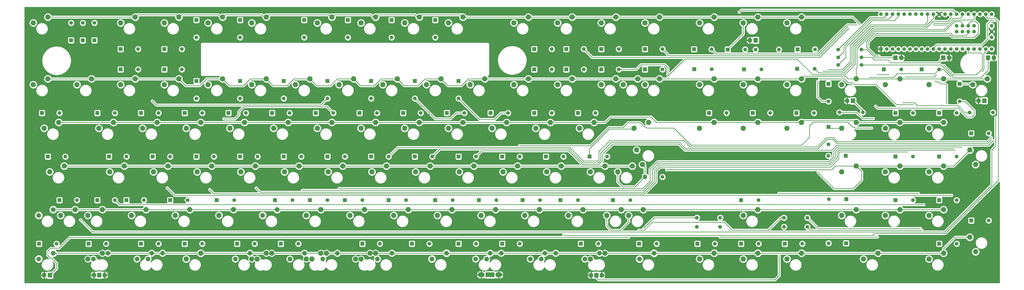
<source format=gbr>
G04 #@! TF.FileFunction,Copper,L2,Bot,Signal*
%FSLAX46Y46*%
G04 Gerber Fmt 4.6, Leading zero omitted, Abs format (unit mm)*
G04 Created by KiCad (PCBNEW 4.0.5+dfsg1-4) date Tue Aug 15 04:46:25 2017*
%MOMM*%
%LPD*%
G01*
G04 APERTURE LIST*
%ADD10C,0.100000*%
%ADD11C,2.286000*%
%ADD12C,2.032000*%
%ADD13C,1.651000*%
%ADD14R,1.651000X1.651000*%
%ADD15O,1.905000X2.159000*%
%ADD16R,1.905000X2.159000*%
%ADD17C,1.600000*%
%ADD18R,1.600000X1.600000*%
%ADD19O,2.905000X2.159000*%
%ADD20R,3.905000X2.159000*%
%ADD21C,0.400000*%
%ADD22C,0.250000*%
%ADD23C,0.254000*%
G04 APERTURE END LIST*
D10*
D11*
X285115000Y-47307500D03*
X278765000Y-49847500D03*
X294640000Y-47307500D03*
X288290000Y-49847500D03*
X275590000Y-47307500D03*
X269240000Y-49847500D03*
X287496000Y-104458000D03*
X281146000Y-106998000D03*
X277955000Y-104458000D03*
X271605000Y-106998000D03*
X282735000Y-85407500D03*
X276385000Y-87947500D03*
X284655000Y-78422500D03*
X287195000Y-84772500D03*
X270828000Y-85407500D03*
X264478000Y-87947500D03*
X123190000Y-123508000D03*
X116840000Y-126048000D03*
D12*
X225596000Y-123508000D03*
X219246000Y-126048000D03*
X220821000Y-123508000D03*
X214471000Y-126048000D03*
D11*
X270828000Y-123508000D03*
X264478000Y-126048000D03*
D12*
X268446000Y-123508000D03*
X262096000Y-126048000D03*
X249396000Y-123508000D03*
X243046000Y-126048000D03*
X244634000Y-123508000D03*
X238284000Y-126048000D03*
D11*
X168434000Y-123508000D03*
X162084000Y-126048000D03*
X170812000Y-123508000D03*
X164462000Y-126048000D03*
D12*
X177965000Y-123508000D03*
X171615000Y-126048000D03*
X154146000Y-123508000D03*
X147796000Y-126048000D03*
D11*
X147002000Y-123508000D03*
X140652000Y-126048000D03*
D12*
X139827000Y-123508000D03*
X133477000Y-126048000D03*
X116027000Y-123508000D03*
X109677000Y-126048000D03*
D11*
X149384000Y-123508000D03*
X143034000Y-126048000D03*
X125555000Y-123508000D03*
X119205000Y-126048000D03*
X51736600Y-104458000D03*
X45386600Y-106998000D03*
X39847800Y-104458000D03*
X33497800Y-106998000D03*
D12*
X30305400Y-104458000D03*
X23955400Y-106998000D03*
X77946200Y-123508000D03*
X71596200Y-126048000D03*
X73183800Y-123508000D03*
X66833800Y-126048000D03*
X54133800Y-123508000D03*
X47783800Y-126048000D03*
D11*
X51752500Y-123508000D03*
X45402500Y-126048000D03*
D13*
X247650000Y-34290000D03*
D14*
X240030000Y-34290000D03*
D13*
X261620000Y-34290000D03*
D14*
X254000000Y-34290000D03*
D13*
X276860000Y-34290000D03*
D14*
X269240000Y-34290000D03*
D13*
X295910000Y-34290000D03*
D14*
X288290000Y-34290000D03*
D13*
X317310000Y-34350000D03*
D14*
X309690000Y-34350000D03*
D13*
X331960000Y-34500000D03*
D14*
X324340000Y-34500000D03*
D13*
X362410000Y-34400000D03*
D14*
X354790000Y-34400000D03*
D13*
X38100000Y-22860000D03*
D14*
X38100000Y-30480000D03*
D13*
X207010000Y-55880000D03*
D14*
X207010000Y-48260000D03*
D13*
X247650000Y-43180000D03*
D14*
X240030000Y-43180000D03*
D13*
X261620000Y-43180000D03*
D14*
X254000000Y-43180000D03*
D13*
X276860000Y-43180000D03*
D14*
X269240000Y-43180000D03*
D13*
X295910000Y-43180000D03*
D14*
X288290000Y-43180000D03*
D13*
X317360000Y-43050000D03*
D14*
X309740000Y-43050000D03*
D13*
X339090000Y-43180000D03*
D14*
X331470000Y-43180000D03*
D13*
X362260000Y-42900000D03*
D14*
X354640000Y-42900000D03*
D13*
X368300000Y-57160000D03*
D14*
X368300000Y-49540000D03*
D13*
X400050000Y-43180000D03*
D14*
X392430000Y-43180000D03*
D13*
X416560000Y-43180000D03*
D14*
X408940000Y-43180000D03*
D13*
X425450000Y-57150000D03*
D14*
X425450000Y-49530000D03*
D13*
X228600000Y-62230000D03*
D14*
X220980000Y-62230000D03*
D13*
X247650000Y-62230000D03*
D14*
X240030000Y-62230000D03*
D13*
X266700000Y-62230000D03*
D14*
X259080000Y-62230000D03*
D13*
X323850000Y-62230000D03*
D14*
X316230000Y-62230000D03*
D13*
X342900000Y-62230000D03*
D14*
X335280000Y-62230000D03*
D13*
X361950000Y-62230000D03*
D14*
X354330000Y-62230000D03*
D13*
X368300000Y-75910000D03*
D14*
X368300000Y-68290000D03*
D13*
X405130000Y-62230000D03*
D14*
X397510000Y-62230000D03*
D13*
X424180000Y-62230000D03*
D14*
X416560000Y-62230000D03*
D13*
X233680000Y-81280000D03*
D14*
X226060000Y-81280000D03*
D13*
X252730000Y-81280000D03*
D14*
X245110000Y-81280000D03*
D13*
X271780000Y-81280000D03*
D14*
X264160000Y-81280000D03*
D13*
X295910000Y-90170000D03*
D14*
X288290000Y-90170000D03*
D13*
X368240000Y-80950000D03*
D14*
X375860000Y-80950000D03*
D13*
X405130000Y-81280000D03*
D14*
X397510000Y-81280000D03*
D13*
X424180000Y-81280000D03*
D14*
X416560000Y-81280000D03*
D13*
X438150000Y-71120000D03*
D14*
X430530000Y-71120000D03*
D13*
X223520000Y-100330000D03*
D14*
X215900000Y-100330000D03*
D13*
X242570000Y-100330000D03*
D14*
X234950000Y-100330000D03*
D13*
X259080000Y-100330000D03*
D14*
X251460000Y-100330000D03*
D13*
X281940000Y-100330000D03*
D14*
X274320000Y-100330000D03*
D13*
X337820000Y-100330000D03*
D14*
X330200000Y-100330000D03*
D13*
X368490000Y-99900000D03*
D14*
X376110000Y-99900000D03*
D13*
X405130000Y-100330000D03*
D14*
X397510000Y-100330000D03*
D13*
X424180000Y-100330000D03*
D14*
X416560000Y-100330000D03*
D13*
X233680000Y-119380000D03*
D14*
X226060000Y-119380000D03*
D13*
X267970000Y-119380000D03*
D14*
X260350000Y-119380000D03*
D13*
X293370000Y-119380000D03*
D14*
X285750000Y-119380000D03*
D13*
X318770000Y-119380000D03*
D14*
X311150000Y-119380000D03*
D13*
X337820000Y-119380000D03*
D14*
X330200000Y-119380000D03*
D13*
X356870000Y-119380000D03*
D14*
X349250000Y-119380000D03*
D13*
X368340000Y-119150000D03*
D14*
X375960000Y-119150000D03*
D13*
X424180000Y-119380000D03*
D14*
X416560000Y-119380000D03*
D13*
X438150000Y-109220000D03*
D14*
X430530000Y-109220000D03*
D13*
X67310000Y-34290000D03*
D14*
X59690000Y-34290000D03*
D13*
X86360000Y-34290000D03*
D14*
X78740000Y-34290000D03*
D13*
X92710000Y-29210000D03*
D14*
X92710000Y-21590000D03*
D13*
X111760000Y-29210000D03*
D14*
X111760000Y-21590000D03*
D13*
X139700000Y-29210000D03*
D14*
X139700000Y-21590000D03*
D13*
X158750000Y-29210000D03*
D14*
X158750000Y-21590000D03*
D13*
X177800000Y-29210000D03*
D14*
X177800000Y-21590000D03*
D13*
X196850000Y-29210000D03*
D14*
X196850000Y-21590000D03*
D13*
X43180000Y-22860000D03*
D14*
X43180000Y-30480000D03*
D13*
X48260000Y-22860000D03*
D14*
X48260000Y-30480000D03*
D13*
X67310000Y-43180000D03*
D14*
X59690000Y-43180000D03*
D13*
X86360000Y-43180000D03*
D14*
X78740000Y-43180000D03*
D13*
X92710000Y-55880000D03*
D14*
X92710000Y-48260000D03*
D13*
X111760000Y-55880000D03*
D14*
X111760000Y-48260000D03*
D13*
X130810000Y-55880000D03*
D14*
X130810000Y-48260000D03*
D13*
X149860000Y-55880000D03*
D14*
X149860000Y-48260000D03*
D13*
X168910000Y-55880000D03*
D14*
X168910000Y-48260000D03*
D13*
X187960000Y-55880000D03*
D14*
X187960000Y-48260000D03*
D13*
X33020000Y-62230000D03*
D14*
X25400000Y-62230000D03*
D13*
X57150000Y-62230000D03*
D14*
X49530000Y-62230000D03*
D13*
X76200000Y-62230000D03*
D14*
X68580000Y-62230000D03*
D13*
X95250000Y-62230000D03*
D14*
X87630000Y-62230000D03*
D13*
X114300000Y-62230000D03*
D14*
X106680000Y-62230000D03*
D13*
X133350000Y-62230000D03*
D14*
X125730000Y-62230000D03*
D13*
X152400000Y-62230000D03*
D14*
X144780000Y-62230000D03*
D13*
X171450000Y-62230000D03*
D14*
X163830000Y-62230000D03*
D13*
X190500000Y-62230000D03*
D14*
X182880000Y-62230000D03*
D13*
X209550000Y-62230000D03*
D14*
X201930000Y-62230000D03*
D13*
X35560000Y-81280000D03*
D14*
X27940000Y-81280000D03*
D13*
X62230000Y-81280000D03*
D14*
X54610000Y-81280000D03*
D13*
X81280000Y-81280000D03*
D14*
X73660000Y-81280000D03*
D13*
X100330000Y-81280000D03*
D14*
X92710000Y-81280000D03*
D13*
X119380000Y-81280000D03*
D14*
X111760000Y-81280000D03*
D13*
X138430000Y-81280000D03*
D14*
X130810000Y-81280000D03*
D13*
X157480000Y-81280000D03*
D14*
X149860000Y-81280000D03*
D13*
X176530000Y-81280000D03*
D14*
X168910000Y-81280000D03*
D13*
X195580000Y-81280000D03*
D14*
X187960000Y-81280000D03*
D13*
X214630000Y-81280000D03*
D14*
X207010000Y-81280000D03*
D13*
X40640000Y-100330000D03*
D14*
X33020000Y-100330000D03*
D13*
X57150000Y-100330000D03*
D14*
X49530000Y-100330000D03*
D13*
X69850000Y-100330000D03*
D14*
X62230000Y-100330000D03*
D13*
X88900000Y-100330000D03*
D14*
X81280000Y-100330000D03*
D13*
X109220000Y-100330000D03*
D14*
X101600000Y-100330000D03*
D13*
X134620000Y-100330000D03*
D14*
X127000000Y-100330000D03*
D13*
X149860000Y-100330000D03*
D14*
X142240000Y-100330000D03*
D13*
X165100000Y-100330000D03*
D14*
X157480000Y-100330000D03*
D13*
X184150000Y-100330000D03*
D14*
X176530000Y-100330000D03*
D13*
X204470000Y-100330000D03*
D14*
X196850000Y-100330000D03*
D13*
X31750000Y-119380000D03*
D14*
X24130000Y-119380000D03*
D13*
X53340000Y-119380000D03*
D14*
X45720000Y-119380000D03*
D13*
X76200000Y-119380000D03*
D14*
X68580000Y-119380000D03*
D13*
X95250000Y-119380000D03*
D14*
X87630000Y-119380000D03*
D13*
X118110000Y-119380000D03*
D14*
X110490000Y-119380000D03*
D13*
X137160000Y-119380000D03*
D14*
X129540000Y-119380000D03*
D13*
X172720000Y-119380000D03*
D14*
X165100000Y-119380000D03*
D13*
X194310000Y-119380000D03*
D14*
X186690000Y-119380000D03*
D13*
X214630000Y-119380000D03*
D14*
X207010000Y-119380000D03*
D11*
X237490000Y-20320000D03*
X231140000Y-22860000D03*
X256540000Y-20320000D03*
X250190000Y-22860000D03*
X275590000Y-20320000D03*
X269240000Y-22860000D03*
X294640000Y-20320000D03*
X288290000Y-22860000D03*
X318452000Y-20320000D03*
X312102000Y-22860000D03*
X337502000Y-20320000D03*
X331152000Y-22860000D03*
X356552000Y-20320000D03*
X350202000Y-22860000D03*
X27940000Y-20320000D03*
X21590000Y-22860000D03*
X218440000Y-47307500D03*
X212090000Y-49847500D03*
X237490000Y-47307500D03*
X231140000Y-49847500D03*
X256540000Y-47307500D03*
X250190000Y-49847500D03*
X318452000Y-47307500D03*
X312102000Y-49847500D03*
X337502000Y-47307500D03*
X331152000Y-49847500D03*
X356552000Y-47307500D03*
X350202000Y-49847500D03*
X380365000Y-47307500D03*
X374015000Y-49847500D03*
X399415000Y-47307500D03*
X393065000Y-49847500D03*
X418465000Y-47307500D03*
X412115000Y-49847500D03*
X437515000Y-47307500D03*
X431165000Y-49847500D03*
X227965000Y-66357500D03*
X221615000Y-68897500D03*
X247015000Y-66357500D03*
X240665000Y-68897500D03*
X266065000Y-66357500D03*
X259715000Y-68897500D03*
X318452000Y-66357500D03*
X312102000Y-68897500D03*
X337502000Y-66357500D03*
X331152000Y-68897500D03*
X356552000Y-66357500D03*
X350202000Y-68897500D03*
X380365000Y-66357500D03*
X374015000Y-68897500D03*
X399415000Y-66357500D03*
X393065000Y-68897500D03*
X418465000Y-66357500D03*
X412115000Y-68897500D03*
X232728000Y-85407500D03*
X226378000Y-87947500D03*
X251778000Y-85407500D03*
X245428000Y-87947500D03*
X289878000Y-66357500D03*
X283528000Y-68897500D03*
X380365000Y-85407500D03*
X374015000Y-87947500D03*
X399415000Y-85407500D03*
X393065000Y-87947500D03*
X418465000Y-85407500D03*
X412115000Y-87947500D03*
X429895000Y-78422500D03*
X432435000Y-84772500D03*
X223202000Y-104458000D03*
X216852000Y-106998000D03*
X242252000Y-104458000D03*
X235902000Y-106998000D03*
X261302000Y-104458000D03*
X254952000Y-106998000D03*
X337502000Y-104458000D03*
X331152000Y-106998000D03*
X380365000Y-104458000D03*
X374015000Y-106998000D03*
X399415000Y-104458000D03*
X393065000Y-106998000D03*
X418465000Y-104458000D03*
X412115000Y-106998000D03*
D12*
X292249000Y-123508000D03*
X285899000Y-126048000D03*
D11*
X318452000Y-123508000D03*
X312102000Y-126048000D03*
X337502000Y-123508000D03*
X331152000Y-126048000D03*
X356552000Y-123508000D03*
X350202000Y-126048000D03*
X389890000Y-123508000D03*
X383540000Y-126048000D03*
X418465000Y-123508000D03*
X412115000Y-126048000D03*
X429895000Y-116522000D03*
X432435000Y-122872000D03*
X66040000Y-20320000D03*
X59690000Y-22860000D03*
X85090000Y-20320000D03*
X78740000Y-22860000D03*
X104140000Y-20320000D03*
X97790000Y-22860000D03*
X123190000Y-20320000D03*
X116840000Y-22860000D03*
X151765000Y-20320000D03*
X145415000Y-22860000D03*
X170815000Y-20320000D03*
X164465000Y-22860000D03*
X189865000Y-20320000D03*
X183515000Y-22860000D03*
X208915000Y-20320000D03*
X202565000Y-22860000D03*
X27940000Y-47307500D03*
X21590000Y-49847500D03*
X46990000Y-47307500D03*
X40640000Y-49847500D03*
X66040000Y-47307500D03*
X59690000Y-49847500D03*
X85090000Y-47307500D03*
X78740000Y-49847500D03*
X104140000Y-47307500D03*
X97790000Y-49847500D03*
X123190000Y-47307500D03*
X116840000Y-49847500D03*
X142240000Y-47307500D03*
X135890000Y-49847500D03*
X161290000Y-47307500D03*
X154940000Y-49847500D03*
X180340000Y-47307500D03*
X173990000Y-49847500D03*
X199390000Y-47307500D03*
X193040000Y-49847500D03*
X32702500Y-66357500D03*
X26352500Y-68897500D03*
X56515000Y-66357500D03*
X50165000Y-68897500D03*
X75565000Y-66357500D03*
X69215000Y-68897500D03*
X94615000Y-66357500D03*
X88265000Y-68897500D03*
X113665000Y-66357500D03*
X107315000Y-68897500D03*
X132715000Y-66357500D03*
X126365000Y-68897500D03*
X151765000Y-66357500D03*
X145415000Y-68897500D03*
X170815000Y-66357500D03*
X164465000Y-68897500D03*
X189865000Y-66357500D03*
X183515000Y-68897500D03*
X208915000Y-66357500D03*
X202565000Y-68897500D03*
X35084700Y-85407500D03*
X28734700Y-87947500D03*
X61277500Y-85407500D03*
X54927500Y-87947500D03*
X80327500Y-85407500D03*
X73977500Y-87947500D03*
X99377500Y-85407500D03*
X93027500Y-87947500D03*
X118428000Y-85407500D03*
X112078000Y-87947500D03*
X137478000Y-85407500D03*
X131128000Y-87947500D03*
X156528000Y-85407500D03*
X150178000Y-87947500D03*
X175578000Y-85407500D03*
X169228000Y-87947500D03*
X194628000Y-85407500D03*
X188278000Y-87947500D03*
X213678000Y-85407500D03*
X207328000Y-87947500D03*
X70802500Y-104458000D03*
X64452500Y-106998000D03*
X89852500Y-104458000D03*
X83502500Y-106998000D03*
X108902000Y-104458000D03*
X102552000Y-106998000D03*
D12*
X127952000Y-104458000D03*
X121602000Y-106998000D03*
D11*
X147002000Y-104458000D03*
X140652000Y-106998000D03*
X166052000Y-104458000D03*
X159702000Y-106998000D03*
X185102000Y-104458000D03*
X178752000Y-106998000D03*
X204152000Y-104458000D03*
X197802000Y-106998000D03*
D12*
X30322800Y-123508000D03*
X23972800Y-126048000D03*
D11*
X94615000Y-123508000D03*
X88265000Y-126048000D03*
D12*
X201769000Y-123508000D03*
X195419000Y-126048000D03*
D15*
X334030000Y-30450000D03*
D16*
X336570000Y-30450000D03*
D15*
X400050000Y-38100000D03*
D16*
X397510000Y-38100000D03*
D15*
X376430000Y-56900000D03*
D16*
X378970000Y-56900000D03*
D15*
X433730000Y-56850000D03*
D16*
X436270000Y-56850000D03*
D15*
X420878000Y-38100000D03*
D16*
X418338000Y-38100000D03*
D15*
X440436000Y-38100000D03*
D16*
X437896000Y-38100000D03*
D15*
X26330000Y-133100000D03*
D16*
X28870000Y-133100000D03*
D17*
X411480000Y-34290000D03*
X414020000Y-34290000D03*
X416560000Y-34290000D03*
X408940000Y-34290000D03*
X406400000Y-34290000D03*
X403860000Y-34290000D03*
X401320000Y-34290000D03*
X398780000Y-34290000D03*
X396240000Y-34290000D03*
X393700000Y-34290000D03*
D18*
X391160000Y-34290000D03*
D17*
X419100000Y-34290000D03*
X421640000Y-34290000D03*
X424180000Y-34290000D03*
X426720000Y-34290000D03*
X429260000Y-34290000D03*
X431800000Y-34290000D03*
X434340000Y-34290000D03*
X436880000Y-34290000D03*
X439420000Y-34290000D03*
X439420000Y-29210000D03*
X439420000Y-26670000D03*
X439420000Y-24130000D03*
X439420000Y-19050000D03*
X436880000Y-19050000D03*
X434340000Y-19050000D03*
X431800000Y-19050000D03*
X429260000Y-19050000D03*
X426720000Y-19050000D03*
X424180000Y-19050000D03*
X421640000Y-19050000D03*
X419100000Y-19050000D03*
X416560000Y-19050000D03*
X414020000Y-19050000D03*
X411480000Y-19050000D03*
X408940000Y-19050000D03*
X406400000Y-19050000D03*
X403860000Y-19050000D03*
X401320000Y-19050000D03*
X398780000Y-19050000D03*
X396240000Y-19050000D03*
X393700000Y-19050000D03*
X391160000Y-19050000D03*
X424180000Y-24130000D03*
X426720000Y-24130000D03*
X429260000Y-24130000D03*
X431800000Y-24130000D03*
X424180000Y-26670000D03*
X426720000Y-26670000D03*
X429260000Y-26670000D03*
X431800000Y-26670000D03*
D13*
X346680000Y-34500000D03*
X336520000Y-34500000D03*
X372500000Y-34560000D03*
X382660000Y-34560000D03*
X373070000Y-61950000D03*
X383230000Y-61950000D03*
X429820000Y-62000000D03*
X439980000Y-62000000D03*
X372500000Y-37940000D03*
X382660000Y-37940000D03*
X372500000Y-41250000D03*
X382660000Y-41250000D03*
X321080000Y-112000000D03*
X310920000Y-112000000D03*
X321080000Y-108000000D03*
X310920000Y-108000000D03*
X359080000Y-108000000D03*
X348920000Y-108000000D03*
D15*
X269440000Y-133150000D03*
X264760000Y-133150000D03*
D16*
X267100000Y-133150000D03*
D15*
X52740000Y-133050000D03*
X48060000Y-133050000D03*
D16*
X50400000Y-133050000D03*
D19*
X224560000Y-132950000D03*
X216940000Y-132950000D03*
D20*
X220750000Y-132950000D03*
D13*
X348920000Y-112000000D03*
X359080000Y-112000000D03*
D21*
X387050000Y-68800000D03*
X233650000Y-76500000D03*
X409800000Y-102300000D03*
X419800000Y-58250000D03*
X414900000Y-48200000D03*
X80000000Y-95000000D03*
X421900000Y-98200000D03*
X415300000Y-45600000D03*
X402700000Y-79300000D03*
X98500000Y-95700000D03*
X401700000Y-46500000D03*
X118800000Y-95000000D03*
X423450000Y-78500000D03*
X104700000Y-64750000D03*
X155000000Y-95200000D03*
X426250000Y-77250000D03*
X73500000Y-57000000D03*
X439250000Y-73000000D03*
X439250000Y-74000000D03*
X435250000Y-44000000D03*
X440250000Y-74250000D03*
X377100000Y-25300000D03*
X376650000Y-24550000D03*
X42200000Y-108900000D03*
X441200000Y-64200000D03*
X414150000Y-23000000D03*
X380550000Y-23750000D03*
X329400000Y-18100000D03*
X252800000Y-115700000D03*
X298300000Y-46100000D03*
X363550000Y-48400000D03*
X365950000Y-43950000D03*
X368300000Y-43150000D03*
X364500000Y-47350000D03*
X405150000Y-58600000D03*
X386300000Y-46550000D03*
X421700000Y-46500000D03*
X390300000Y-37300000D03*
X388800000Y-59200000D03*
X390450000Y-65450000D03*
X418750000Y-41500000D03*
X139000000Y-96000000D03*
X422650000Y-77750000D03*
X419750000Y-23750000D03*
X414200000Y-23750000D03*
X382000000Y-23500000D03*
X385550000Y-32950000D03*
X385950000Y-66350000D03*
X297750000Y-87000000D03*
X363750000Y-88250000D03*
X346750000Y-124450000D03*
X281000000Y-116550000D03*
X287850000Y-112500000D03*
X285650000Y-113450000D03*
X409000000Y-113450000D03*
X440300000Y-21850000D03*
X408250000Y-112650000D03*
X346700000Y-97350000D03*
X407400000Y-97350000D03*
X387850000Y-64650000D03*
X400900000Y-57700000D03*
X321050000Y-116450000D03*
X389600000Y-116450000D03*
X394450000Y-45450000D03*
X389600000Y-45450000D03*
D22*
X264550000Y-76500000D02*
X233650000Y-76500000D01*
X272500000Y-68550000D02*
X264550000Y-76500000D01*
X278800000Y-68550000D02*
X272500000Y-68550000D01*
X280900000Y-66450000D02*
X278800000Y-68550000D01*
X286150000Y-66450000D02*
X280900000Y-66450000D01*
X287900000Y-68200000D02*
X286150000Y-66450000D01*
X288500000Y-68200000D02*
X287900000Y-68200000D01*
X289100000Y-68800000D02*
X288500000Y-68200000D01*
X300850000Y-68800000D02*
X289100000Y-68800000D01*
X308350000Y-76300000D02*
X300850000Y-68800000D01*
X356550000Y-76300000D02*
X308350000Y-76300000D01*
X359950000Y-72900000D02*
X356550000Y-76300000D01*
X359950000Y-67900000D02*
X359950000Y-72900000D01*
X361650000Y-66200000D02*
X359950000Y-67900000D01*
X376650000Y-66200000D02*
X361650000Y-66200000D01*
X378850000Y-68400000D02*
X376650000Y-66200000D01*
X379550000Y-68400000D02*
X378850000Y-68400000D01*
X379950000Y-68800000D02*
X379550000Y-68400000D01*
X385500000Y-68800000D02*
X379950000Y-68800000D01*
X387050000Y-68800000D02*
X385500000Y-68800000D01*
X228600000Y-62230000D02*
X225520000Y-62230000D01*
X216130000Y-65000000D02*
X207010000Y-55880000D01*
X222750000Y-65000000D02*
X216130000Y-65000000D01*
X225520000Y-62230000D02*
X222750000Y-65000000D01*
X59120000Y-102300000D02*
X59020000Y-102200000D01*
X59020000Y-102200000D02*
X57150000Y-100330000D01*
X408100000Y-102300000D02*
X59120000Y-102300000D01*
X409800000Y-102300000D02*
X408100000Y-102300000D01*
X414900000Y-48200000D02*
X415400000Y-48700000D01*
X415400000Y-48700000D02*
X416500000Y-48700000D01*
X416500000Y-48700000D02*
X417300000Y-49500000D01*
X417300000Y-49500000D02*
X419200000Y-49500000D01*
X419200000Y-49500000D02*
X419800000Y-50100000D01*
X419800000Y-50100000D02*
X419800000Y-58250000D01*
X406100000Y-98200000D02*
X83200000Y-98200000D01*
X83200000Y-98200000D02*
X80000000Y-95000000D01*
X421500000Y-98200000D02*
X406100000Y-98200000D01*
X421900000Y-98200000D02*
X421500000Y-98200000D01*
X402100000Y-46500000D02*
X401700000Y-46500000D01*
X415300000Y-45600000D02*
X414400000Y-46500000D01*
X414400000Y-46500000D02*
X402100000Y-46500000D01*
X402700000Y-79300000D02*
X402600000Y-79200000D01*
X402600000Y-79200000D02*
X373400000Y-79200000D01*
X373400000Y-79200000D02*
X372800000Y-79800000D01*
X372800000Y-79800000D02*
X372800000Y-82300000D01*
X372800000Y-82300000D02*
X369300000Y-85800000D01*
X369300000Y-85800000D02*
X295000000Y-85800000D01*
X295000000Y-85800000D02*
X293100000Y-87700000D01*
X293100000Y-87700000D02*
X293100000Y-92500000D01*
X293100000Y-92500000D02*
X288100000Y-97500000D01*
X288100000Y-97500000D02*
X100300000Y-97500000D01*
X100300000Y-97500000D02*
X98500000Y-95700000D01*
X120600000Y-96800000D02*
X118800000Y-95000000D01*
X287800000Y-96800000D02*
X156000000Y-96800000D01*
X292300000Y-92300000D02*
X287800000Y-96800000D01*
X292300000Y-87400000D02*
X292300000Y-92300000D01*
X294700000Y-85000000D02*
X292300000Y-87400000D01*
X369000000Y-85000000D02*
X294700000Y-85000000D01*
X372100000Y-81900000D02*
X369000000Y-85000000D01*
X372100000Y-79400000D02*
X372100000Y-81900000D01*
X373000000Y-78500000D02*
X372100000Y-79400000D01*
X404000000Y-78500000D02*
X373000000Y-78500000D01*
X418800000Y-78500000D02*
X404000000Y-78500000D01*
X156000000Y-96800000D02*
X120600000Y-96800000D01*
X423450000Y-78500000D02*
X418800000Y-78500000D01*
X109550000Y-64800000D02*
X111200000Y-63150000D01*
X111200000Y-63150000D02*
X111200000Y-61650000D01*
X111200000Y-61650000D02*
X113449998Y-59400002D01*
X113449998Y-59400002D02*
X149570002Y-59400002D01*
X152400000Y-62230000D02*
X149570002Y-59400002D01*
X104750000Y-64800000D02*
X108850000Y-64800000D01*
X104700000Y-64750000D02*
X104750000Y-64800000D01*
X108850000Y-64800000D02*
X109550000Y-64800000D01*
X159300039Y-95200000D02*
X155000000Y-95200000D01*
X287250000Y-95250000D02*
X159300039Y-95200000D01*
X159300039Y-95200000D02*
X159300000Y-95200000D01*
X290500000Y-92000000D02*
X287250000Y-95250000D01*
X290500000Y-86750000D02*
X290500000Y-92000000D01*
X293750000Y-83500000D02*
X290500000Y-86750000D01*
X368500000Y-83500000D02*
X293750000Y-83500000D01*
X370500000Y-81500000D02*
X368500000Y-83500000D01*
X370500000Y-78750000D02*
X370500000Y-81500000D01*
X372250000Y-77000000D02*
X370500000Y-78750000D01*
X426000000Y-77000000D02*
X372250000Y-77000000D01*
X426250000Y-77250000D02*
X426000000Y-77000000D01*
X75250000Y-58750000D02*
X73500000Y-57000000D01*
X146990000Y-58750000D02*
X149860000Y-55880000D01*
X99250000Y-58750000D02*
X146990000Y-58750000D01*
X99250000Y-58750000D02*
X75250000Y-58750000D01*
X273000000Y-74250000D02*
X305250000Y-74250000D01*
X268250000Y-79000000D02*
X268250000Y-82500000D01*
X268250000Y-82500000D02*
X267500000Y-83250000D01*
X267500000Y-83250000D02*
X261500000Y-83250000D01*
X261500000Y-83250000D02*
X255500000Y-77250000D01*
X255500000Y-77250000D02*
X180560000Y-77250000D01*
X176530000Y-81280000D02*
X180560000Y-77250000D01*
X273000000Y-74250000D02*
X268250000Y-79000000D01*
X363500000Y-77000000D02*
X308000000Y-77000000D01*
X367459621Y-73040379D02*
X370459621Y-73040379D01*
X367459621Y-73040379D02*
X363500000Y-77000000D01*
X305250000Y-74250000D02*
X308000000Y-77000000D01*
X372169242Y-74750000D02*
X370459621Y-73040379D01*
X370459621Y-73040379D02*
X370419242Y-73000000D01*
X437500000Y-74750000D02*
X372169242Y-74750000D01*
X439250000Y-73000000D02*
X437500000Y-74750000D01*
X306750000Y-77750000D02*
X306000000Y-77750000D01*
X270250000Y-78500000D02*
X269250000Y-79500000D01*
X269250000Y-79500000D02*
X269000000Y-79750000D01*
X269000000Y-79750000D02*
X269000000Y-82750000D01*
X269000000Y-82750000D02*
X267750000Y-84000000D01*
X267750000Y-84000000D02*
X261250000Y-84000000D01*
X261250000Y-84000000D02*
X260250000Y-83000000D01*
X367750000Y-73750000D02*
X363750000Y-77750000D01*
X363750000Y-77750000D02*
X352750000Y-77750000D01*
X436880000Y-34290000D02*
X436880000Y-35370000D01*
X198860000Y-78000000D02*
X195580000Y-81280000D01*
X255250000Y-78000000D02*
X198860000Y-78000000D01*
X260250000Y-83000000D02*
X255250000Y-78000000D01*
X352750000Y-77750000D02*
X306750000Y-77750000D01*
X372000000Y-75500000D02*
X370250000Y-73750000D01*
X437750000Y-75500000D02*
X372000000Y-75500000D01*
X439250000Y-74000000D02*
X437750000Y-75500000D01*
X436000000Y-43250000D02*
X435250000Y-44000000D01*
X436000000Y-36250000D02*
X436000000Y-43250000D01*
X436880000Y-35370000D02*
X436000000Y-36250000D01*
X370250000Y-73750000D02*
X367750000Y-73750000D01*
X273750000Y-75000000D02*
X270250000Y-78500000D01*
X303250000Y-75000000D02*
X273750000Y-75000000D01*
X306000000Y-77750000D02*
X303250000Y-75000000D01*
X274250000Y-75750000D02*
X303000000Y-75750000D01*
X270750000Y-79250000D02*
X269750000Y-80250000D01*
X269750000Y-80250000D02*
X269750000Y-83000000D01*
X269750000Y-83000000D02*
X268000000Y-84750000D01*
X268000000Y-84750000D02*
X261000000Y-84750000D01*
X261000000Y-84750000D02*
X260000000Y-83750000D01*
X440250000Y-74250000D02*
X438250000Y-76250000D01*
X438250000Y-76250000D02*
X372000000Y-76250000D01*
X372000000Y-76250000D02*
X369750000Y-78500000D01*
X369750000Y-78500000D02*
X305750000Y-78500000D01*
X260000000Y-83750000D02*
X255000000Y-78750000D01*
X255000000Y-78750000D02*
X217160000Y-78750000D01*
X214630000Y-81280000D02*
X217160000Y-78750000D01*
X274250000Y-75750000D02*
X270750000Y-79250000D01*
X303000000Y-75750000D02*
X305750000Y-78500000D01*
X209550000Y-62230000D02*
X206020000Y-62230000D01*
X196830000Y-64750000D02*
X187960000Y-55880000D01*
X203500000Y-64750000D02*
X196830000Y-64750000D01*
X206020000Y-62230000D02*
X203500000Y-64750000D01*
X265230000Y-37900000D02*
X261620000Y-34290000D01*
X364500000Y-37900000D02*
X265230000Y-37900000D01*
X377100000Y-25300000D02*
X364500000Y-37900000D01*
X376650000Y-24550000D02*
X364050000Y-37150000D01*
X364050000Y-37150000D02*
X298770000Y-37150000D01*
X298770000Y-37150000D02*
X295910000Y-34290000D01*
X47500000Y-114200000D02*
X42200000Y-108900000D01*
X418900000Y-114200000D02*
X47500000Y-114200000D01*
X439500000Y-93600000D02*
X418900000Y-114200000D01*
X439500000Y-78400000D02*
X439500000Y-93600000D01*
X441200000Y-76700000D02*
X439500000Y-78400000D01*
X441200000Y-64200000D02*
X441200000Y-76700000D01*
X426720000Y-19050000D02*
X426720000Y-19780000D01*
X426720000Y-19780000D02*
X425650000Y-20850000D01*
X425650000Y-20850000D02*
X422650000Y-20850000D01*
X422650000Y-20850000D02*
X420500000Y-23000000D01*
X420500000Y-23000000D02*
X414150000Y-23000000D01*
X380550000Y-23750000D02*
X380500000Y-23700000D01*
X380500000Y-23700000D02*
X376400000Y-23700000D01*
X376400000Y-23700000D02*
X363700000Y-36400000D01*
X363700000Y-36400000D02*
X319360000Y-36400000D01*
X319360000Y-36400000D02*
X317310000Y-34350000D01*
X330250000Y-17250000D02*
X329400000Y-18100000D01*
X422500000Y-17250000D02*
X330250000Y-17250000D01*
X422500000Y-17250000D02*
X424180000Y-18930000D01*
X424180000Y-19050000D02*
X424180000Y-18930000D01*
X390500000Y-114900000D02*
X388600000Y-114900000D01*
X419200000Y-114900000D02*
X390500000Y-114900000D01*
X442400000Y-91700000D02*
X419200000Y-114900000D01*
X442400000Y-22500000D02*
X442400000Y-91700000D01*
X440700000Y-20800000D02*
X442400000Y-22500000D01*
X437700000Y-20800000D02*
X440700000Y-20800000D01*
X436880000Y-19980000D02*
X437700000Y-20800000D01*
X436880000Y-19050000D02*
X436880000Y-19980000D01*
X387800000Y-115700000D02*
X252800000Y-115700000D01*
X388600000Y-114900000D02*
X387800000Y-115700000D01*
X354600000Y-38650000D02*
X361400000Y-45450000D01*
X305750000Y-38650000D02*
X354600000Y-38650000D01*
X431800000Y-20900000D02*
X431150000Y-21550000D01*
X431150000Y-21550000D02*
X422950000Y-21550000D01*
X422950000Y-21550000D02*
X418700000Y-25800000D01*
X418700000Y-25800000D02*
X387950000Y-25800000D01*
X387950000Y-25800000D02*
X380000000Y-33750000D01*
X380000000Y-33750000D02*
X380000000Y-40900000D01*
X380000000Y-40900000D02*
X375450000Y-45450000D01*
X375450000Y-45450000D02*
X368400000Y-45450000D01*
X298300000Y-46100000D02*
X305750000Y-38650000D01*
X431800000Y-20900000D02*
X431800000Y-19050000D01*
X361400000Y-45450000D02*
X368400000Y-45450000D01*
X276860000Y-43180000D02*
X284420000Y-43180000D01*
X298300000Y-42400000D02*
X298300000Y-46100000D01*
X297000000Y-41100000D02*
X298300000Y-42400000D01*
X286500000Y-41100000D02*
X297000000Y-41100000D01*
X284420000Y-43180000D02*
X286500000Y-41100000D01*
X366350000Y-43950000D02*
X365950000Y-43950000D01*
X365410000Y-57160000D02*
X368300000Y-57160000D01*
X363550000Y-55300000D02*
X365410000Y-57160000D01*
X363550000Y-48400000D02*
X363550000Y-55300000D01*
X414020000Y-19050000D02*
X414020000Y-20980000D01*
X374650000Y-43950000D02*
X366350000Y-43950000D01*
X366350000Y-43950000D02*
X366300000Y-43950000D01*
X378550000Y-40050000D02*
X374650000Y-43950000D01*
X378550000Y-33100000D02*
X378550000Y-40050000D01*
X387250000Y-24400000D02*
X378550000Y-33100000D01*
X410600000Y-24400000D02*
X387250000Y-24400000D01*
X414020000Y-20980000D02*
X410600000Y-24400000D01*
X364500000Y-47350000D02*
X375200000Y-47350000D01*
X411480000Y-22420000D02*
X410200000Y-23700000D01*
X410200000Y-23700000D02*
X386700000Y-23700000D01*
X386700000Y-23700000D02*
X377750000Y-32650000D01*
X377750000Y-32650000D02*
X377750000Y-39750000D01*
X377750000Y-39750000D02*
X374350000Y-43150000D01*
X374350000Y-43150000D02*
X368300000Y-43150000D01*
X411480000Y-19050000D02*
X411480000Y-22420000D01*
X397900000Y-58600000D02*
X405150000Y-58600000D01*
X389050000Y-49750000D02*
X397900000Y-58600000D01*
X379550000Y-49750000D02*
X389050000Y-49750000D01*
X378750000Y-48950000D02*
X379550000Y-49750000D01*
X376800000Y-48950000D02*
X378750000Y-48950000D01*
X375200000Y-47350000D02*
X376800000Y-48950000D01*
X414745000Y-44995000D02*
X416560000Y-43180000D01*
X414740000Y-45000000D02*
X414745000Y-44995000D01*
X398350000Y-45000000D02*
X414740000Y-45000000D01*
X396750000Y-46600000D02*
X398350000Y-45000000D01*
X386350000Y-46600000D02*
X396750000Y-46600000D01*
X386300000Y-46550000D02*
X386350000Y-46600000D01*
X418380000Y-43180000D02*
X416560000Y-43180000D01*
X421700000Y-46500000D02*
X418380000Y-43180000D01*
X379250000Y-40250000D02*
X379250000Y-40500000D01*
X421640000Y-20760000D02*
X420200000Y-22200000D01*
X420200000Y-22200000D02*
X413800000Y-22200000D01*
X413800000Y-22200000D02*
X410900000Y-25100000D01*
X410900000Y-25100000D02*
X387550000Y-25100000D01*
X387550000Y-25100000D02*
X379250000Y-33400000D01*
X379250000Y-33400000D02*
X379250000Y-40250000D01*
X421640000Y-19050000D02*
X421640000Y-20760000D01*
X364060000Y-44700000D02*
X362260000Y-42900000D01*
X375050000Y-44700000D02*
X364060000Y-44700000D01*
X379250000Y-40500000D02*
X375050000Y-44700000D01*
X429260000Y-26670000D02*
X429260000Y-27440000D01*
X429260000Y-27440000D02*
X428300000Y-28400000D01*
X428300000Y-28400000D02*
X422650000Y-28400000D01*
X422650000Y-28400000D02*
X421650000Y-27400000D01*
X421650000Y-27400000D02*
X388350000Y-27400000D01*
X388350000Y-27400000D02*
X384800000Y-30950000D01*
X384800000Y-30950000D02*
X384800000Y-33300000D01*
X384800000Y-33300000D02*
X388800000Y-37300000D01*
X388800000Y-37300000D02*
X390300000Y-37300000D01*
X388800000Y-59200000D02*
X389700000Y-60100000D01*
X389700000Y-60100000D02*
X424800000Y-60100000D01*
X424800000Y-60100000D02*
X428650000Y-63950000D01*
X428650000Y-63950000D02*
X430800000Y-63950000D01*
X430800000Y-63950000D02*
X431800000Y-62950000D01*
X431800000Y-62950000D02*
X431800000Y-61150000D01*
X431800000Y-61150000D02*
X427800000Y-57150000D01*
X427800000Y-57150000D02*
X425450000Y-57150000D01*
X216940000Y-132950000D02*
X52840000Y-132950000D01*
X52840000Y-132950000D02*
X52740000Y-133050000D01*
X264760000Y-133100000D02*
X224710000Y-133100000D01*
X224710000Y-133100000D02*
X224560000Y-132950000D01*
X48060000Y-133050000D02*
X32550000Y-133050000D01*
X26330000Y-134380000D02*
X26330000Y-133100000D01*
X27200000Y-135250000D02*
X26330000Y-134380000D01*
X30350000Y-135250000D02*
X27200000Y-135250000D01*
X32550000Y-133050000D02*
X30350000Y-135250000D01*
X376430000Y-56900000D02*
X373600000Y-56900000D01*
X382900000Y-65450000D02*
X390450000Y-65450000D01*
X381550000Y-64100000D02*
X382900000Y-65450000D01*
X372250000Y-64100000D02*
X381550000Y-64100000D01*
X370750000Y-62600000D02*
X372250000Y-64100000D01*
X370750000Y-59750000D02*
X370750000Y-62600000D01*
X373600000Y-56900000D02*
X370750000Y-59750000D01*
X440436000Y-38100000D02*
X440436000Y-36814000D01*
X441250000Y-28500000D02*
X439420000Y-26670000D01*
X441250000Y-36000000D02*
X441250000Y-28500000D01*
X440436000Y-36814000D02*
X441250000Y-36000000D01*
X400050000Y-38100000D02*
X414650000Y-38100000D01*
X420000000Y-36250000D02*
X420878000Y-37128000D01*
X416500000Y-36250000D02*
X420000000Y-36250000D01*
X414650000Y-38100000D02*
X416500000Y-36250000D01*
X420878000Y-37128000D02*
X420878000Y-38100000D01*
X391160000Y-34290000D02*
X391160000Y-35160000D01*
X400050000Y-36800000D02*
X400050000Y-38100000D01*
X399250000Y-36000000D02*
X400050000Y-36800000D01*
X392000000Y-36000000D02*
X399250000Y-36000000D01*
X391160000Y-35160000D02*
X392000000Y-36000000D01*
X429260000Y-34290000D02*
X429260000Y-35990000D01*
X422750000Y-45500000D02*
X418750000Y-41500000D01*
X432750000Y-45500000D02*
X422750000Y-45500000D01*
X435349998Y-42900002D02*
X432750000Y-45500000D01*
X435349998Y-36500000D02*
X435349998Y-42900002D01*
X434849998Y-36000000D02*
X435349998Y-36500000D01*
X429270000Y-36000000D02*
X434849998Y-36000000D01*
X429260000Y-35990000D02*
X429270000Y-36000000D01*
X155500000Y-96000000D02*
X139000000Y-96000000D01*
X409750000Y-77750000D02*
X408000000Y-77750000D01*
X310250000Y-84250000D02*
X294250000Y-84250000D01*
X372500000Y-77750000D02*
X371250000Y-79000000D01*
X371250000Y-79000000D02*
X371250000Y-81750000D01*
X371250000Y-81750000D02*
X368750000Y-84250000D01*
X368750000Y-84250000D02*
X310250000Y-84250000D01*
X408000000Y-77750000D02*
X376000000Y-77750000D01*
X376000000Y-77750000D02*
X372500000Y-77750000D01*
X287500000Y-96000000D02*
X155500000Y-96000000D01*
X291500000Y-92000000D02*
X287500000Y-96000000D01*
X291500000Y-87000000D02*
X291500000Y-92000000D01*
X294250000Y-84250000D02*
X291500000Y-87000000D01*
X409750000Y-77750000D02*
X418350000Y-77750000D01*
X422650000Y-77750000D02*
X418350000Y-77750000D01*
X356552000Y-20320000D02*
X378820000Y-20320000D01*
X414200000Y-23750000D02*
X419750000Y-23750000D01*
X378820000Y-20320000D02*
X382000000Y-23500000D01*
X66040000Y-20320000D02*
X27940000Y-20320000D01*
X85090000Y-20320000D02*
X85070000Y-20320000D01*
X85070000Y-20320000D02*
X84000000Y-19250000D01*
X67110000Y-19250000D02*
X66040000Y-20320000D01*
X84000000Y-19250000D02*
X67110000Y-19250000D01*
X104140000Y-20320000D02*
X103320000Y-20320000D01*
X103320000Y-20320000D02*
X102250000Y-19250000D01*
X86160000Y-19250000D02*
X85090000Y-20320000D01*
X102250000Y-19250000D02*
X86160000Y-19250000D01*
X123190000Y-20320000D02*
X122320000Y-20320000D01*
X122320000Y-20320000D02*
X121250000Y-19250000D01*
X105210000Y-19250000D02*
X104140000Y-20320000D01*
X121250000Y-19250000D02*
X105210000Y-19250000D01*
X151765000Y-20320000D02*
X151320000Y-20320000D01*
X151320000Y-20320000D02*
X150250000Y-19250000D01*
X124260000Y-19250000D02*
X123190000Y-20320000D01*
X150250000Y-19250000D02*
X124260000Y-19250000D01*
X170815000Y-20320000D02*
X169820000Y-20320000D01*
X169820000Y-20320000D02*
X168750000Y-19250000D01*
X152835000Y-19250000D02*
X151765000Y-20320000D01*
X168750000Y-19250000D02*
X152835000Y-19250000D01*
X189865000Y-20320000D02*
X189070000Y-20320000D01*
X189070000Y-20320000D02*
X188000000Y-19250000D01*
X171885000Y-19250000D02*
X170815000Y-20320000D01*
X188000000Y-19250000D02*
X171885000Y-19250000D01*
X356552000Y-20320000D02*
X337502000Y-20320000D01*
X337502000Y-20320000D02*
X318452000Y-20320000D01*
X318452000Y-20320000D02*
X294640000Y-20320000D01*
X294640000Y-20320000D02*
X275590000Y-20320000D01*
X275590000Y-20320000D02*
X256540000Y-20320000D01*
X256540000Y-20320000D02*
X237490000Y-20320000D01*
X237490000Y-20320000D02*
X208915000Y-20320000D01*
X208915000Y-20320000D02*
X207845000Y-19250000D01*
X207845000Y-19250000D02*
X190935000Y-19250000D01*
X190935000Y-19250000D02*
X189865000Y-20320000D01*
X380365000Y-47307500D02*
X376807500Y-47307500D01*
X357709500Y-46150000D02*
X356552000Y-47307500D01*
X375650000Y-46150000D02*
X357709500Y-46150000D01*
X376807500Y-47307500D02*
X375650000Y-46150000D01*
X380365000Y-47307500D02*
X380365000Y-42635000D01*
X426720000Y-22970000D02*
X426720000Y-24130000D01*
X426000000Y-22250000D02*
X426720000Y-22970000D01*
X423250000Y-22250000D02*
X426000000Y-22250000D01*
X419000000Y-26500000D02*
X423250000Y-22250000D01*
X388250000Y-26500000D02*
X419000000Y-26500000D01*
X380750000Y-34000000D02*
X388250000Y-26500000D01*
X380750000Y-42250000D02*
X380750000Y-34000000D01*
X380365000Y-42635000D02*
X380750000Y-42250000D01*
X66040000Y-47307500D02*
X46990000Y-47307500D01*
X46990000Y-47307500D02*
X27940000Y-47307500D01*
X85090000Y-47307500D02*
X66040000Y-47307500D01*
X104140000Y-47307500D02*
X97192500Y-47307500D01*
X88032500Y-50250000D02*
X85090000Y-47307500D01*
X94250000Y-50250000D02*
X88032500Y-50250000D01*
X97192500Y-47307500D02*
X94250000Y-50250000D01*
X123190000Y-47307500D02*
X116192500Y-47307500D01*
X107082500Y-50250000D02*
X104140000Y-47307500D01*
X113250000Y-50250000D02*
X107082500Y-50250000D01*
X116192500Y-47307500D02*
X113250000Y-50250000D01*
X142240000Y-47307500D02*
X135192500Y-47307500D01*
X126132500Y-50250000D02*
X123190000Y-47307500D01*
X132250000Y-50250000D02*
X126132500Y-50250000D01*
X135192500Y-47307500D02*
X132250000Y-50250000D01*
X161290000Y-47307500D02*
X154192500Y-47307500D01*
X145182500Y-50250000D02*
X142240000Y-47307500D01*
X151250000Y-50250000D02*
X145182500Y-50250000D01*
X154192500Y-47307500D02*
X151250000Y-50250000D01*
X180340000Y-47307500D02*
X173192500Y-47307500D01*
X164232500Y-50250000D02*
X161290000Y-47307500D01*
X170250000Y-50250000D02*
X164232500Y-50250000D01*
X173192500Y-47307500D02*
X170250000Y-50250000D01*
X199390000Y-47307500D02*
X192442500Y-47307500D01*
X183282500Y-50250000D02*
X180340000Y-47307500D01*
X189500000Y-50250000D02*
X183282500Y-50250000D01*
X192442500Y-47307500D02*
X189500000Y-50250000D01*
X218440000Y-47307500D02*
X211192500Y-47307500D01*
X202332500Y-50250000D02*
X199390000Y-47307500D01*
X208250000Y-50250000D02*
X202332500Y-50250000D01*
X211192500Y-47307500D02*
X208250000Y-50250000D01*
X237490000Y-47307500D02*
X218440000Y-47307500D01*
X256540000Y-47307500D02*
X237490000Y-47307500D01*
X275590000Y-47307500D02*
X256540000Y-47307500D01*
X285115000Y-47307500D02*
X275590000Y-47307500D01*
X294640000Y-47307500D02*
X285115000Y-47307500D01*
X318452000Y-47307500D02*
X294640000Y-47307500D01*
X337502000Y-47307500D02*
X318452000Y-47307500D01*
X356552000Y-47307500D02*
X337502000Y-47307500D01*
X399415000Y-47307500D02*
X380365000Y-47307500D01*
X418465000Y-47307500D02*
X399415000Y-47307500D01*
X437515000Y-47307500D02*
X418465000Y-47307500D01*
X385550000Y-31250000D02*
X385550000Y-32950000D01*
X388650000Y-28150000D02*
X385550000Y-31250000D01*
X421350000Y-28150000D02*
X388650000Y-28150000D01*
X422300000Y-29100000D02*
X421350000Y-28150000D01*
X431950000Y-29100000D02*
X422300000Y-29100000D01*
X433650000Y-27400000D02*
X431950000Y-29100000D01*
X433650000Y-23400000D02*
X433650000Y-27400000D01*
X432500000Y-22250000D02*
X433650000Y-23400000D01*
X430450000Y-22250000D02*
X432500000Y-22250000D01*
X429260000Y-23440000D02*
X430450000Y-22250000D01*
X385950000Y-66350000D02*
X385950000Y-66357500D01*
X385950000Y-66357500D02*
X385950000Y-66350000D01*
X385950000Y-66350000D02*
X385950000Y-66357500D01*
X429260000Y-24130000D02*
X429260000Y-23440000D01*
X266065000Y-66357500D02*
X247015000Y-66357500D01*
X247015000Y-66357500D02*
X227965000Y-66357500D01*
X227965000Y-66357500D02*
X208915000Y-66357500D01*
X208915000Y-66357500D02*
X189865000Y-66357500D01*
X189865000Y-66357500D02*
X170815000Y-66357500D01*
X170815000Y-66357500D02*
X151765000Y-66357500D01*
X151765000Y-66357500D02*
X132715000Y-66357500D01*
X132715000Y-66357500D02*
X113665000Y-66357500D01*
X113665000Y-66357500D02*
X94615000Y-66357500D01*
X94615000Y-66357500D02*
X75565000Y-66357500D01*
X75565000Y-66357500D02*
X56515000Y-66357500D01*
X56515000Y-66357500D02*
X32702500Y-66357500D01*
X318452000Y-66357500D02*
X293357500Y-66357500D01*
X270892500Y-66357500D02*
X266065000Y-66357500D01*
X273250000Y-64000000D02*
X270892500Y-66357500D01*
X291000000Y-64000000D02*
X273250000Y-64000000D01*
X293357500Y-66357500D02*
X291000000Y-64000000D01*
X337502000Y-66357500D02*
X318452000Y-66357500D01*
X356552000Y-66357500D02*
X337502000Y-66357500D01*
X418465000Y-66357500D02*
X399415000Y-66357500D01*
X399415000Y-66357500D02*
X385950000Y-66357500D01*
X385950000Y-66357500D02*
X380365000Y-66357500D01*
X380365000Y-66357500D02*
X379507500Y-65500000D01*
X379507500Y-65500000D02*
X357409500Y-65500000D01*
X357409500Y-65500000D02*
X356552000Y-66357500D01*
X371342500Y-85407500D02*
X369750000Y-87000000D01*
X369750000Y-87000000D02*
X309250000Y-87000000D01*
X371342500Y-85407500D02*
X380365000Y-85407500D01*
X297750000Y-87000000D02*
X309250000Y-87000000D01*
X382750000Y-87792500D02*
X380365000Y-85407500D01*
X382750000Y-91500000D02*
X382750000Y-87792500D01*
X379000000Y-95250000D02*
X382750000Y-91500000D01*
X370750000Y-95250000D02*
X379000000Y-95250000D01*
X363750000Y-88250000D02*
X370750000Y-95250000D01*
X282735000Y-85407500D02*
X270828000Y-85407500D01*
X270828000Y-85407500D02*
X251778000Y-85407500D01*
X251778000Y-85407500D02*
X232728000Y-85407500D01*
X232728000Y-85407500D02*
X213678000Y-85407500D01*
X213678000Y-85407500D02*
X194628000Y-85407500D01*
X194628000Y-85407500D02*
X175578000Y-85407500D01*
X175578000Y-85407500D02*
X156528000Y-85407500D01*
X156528000Y-85407500D02*
X137478000Y-85407500D01*
X137478000Y-85407500D02*
X118428000Y-85407500D01*
X118428000Y-85407500D02*
X99377500Y-85407500D01*
X99377500Y-85407500D02*
X80327500Y-85407500D01*
X80327500Y-85407500D02*
X61277500Y-85407500D01*
X61277500Y-85407500D02*
X35084700Y-85407500D01*
X399415000Y-85407500D02*
X380365000Y-85407500D01*
X418465000Y-85407500D02*
X399415000Y-85407500D01*
X418465000Y-85407500D02*
X422910000Y-85407500D01*
X422910000Y-85407500D02*
X429895000Y-78422500D01*
X30305400Y-104458000D02*
X39847800Y-104458000D01*
X39847800Y-104458000D02*
X51736600Y-104458000D01*
X51736600Y-104458000D02*
X70802500Y-104458000D01*
X70802500Y-104458000D02*
X89852500Y-104458000D01*
X89852500Y-104458000D02*
X108902000Y-104458000D01*
X108902000Y-104458000D02*
X127952000Y-104458000D01*
X127952000Y-104458000D02*
X147002000Y-104458000D01*
X147002000Y-104458000D02*
X166052000Y-104458000D01*
X166052000Y-104458000D02*
X185102000Y-104458000D01*
X185102000Y-104458000D02*
X204152000Y-104458000D01*
X204152000Y-104458000D02*
X223202000Y-104458000D01*
X223202000Y-104458000D02*
X242252000Y-104458000D01*
X242252000Y-104458000D02*
X261302000Y-104458000D01*
X261302000Y-104458000D02*
X277955000Y-104458000D01*
X277955000Y-104458000D02*
X287496000Y-104458000D01*
X287496000Y-104458000D02*
X337502000Y-104458000D01*
X337502000Y-104458000D02*
X380365000Y-104458000D01*
X380365000Y-104458000D02*
X399415000Y-104458000D01*
X399415000Y-104458000D02*
X418465000Y-104458000D01*
X418465000Y-123508000D02*
X389890000Y-123508000D01*
X389890000Y-123508000D02*
X356552000Y-123508000D01*
X356552000Y-123508000D02*
X337502000Y-123508000D01*
X337502000Y-123508000D02*
X318452000Y-123508000D01*
X318452000Y-123508000D02*
X292249000Y-123508000D01*
X292249000Y-123508000D02*
X270828000Y-123508000D01*
X270828000Y-123508000D02*
X268446000Y-123508000D01*
X268446000Y-123508000D02*
X249396000Y-123508000D01*
X249396000Y-123508000D02*
X244634000Y-123508000D01*
X244634000Y-123508000D02*
X225596000Y-123508000D01*
X225596000Y-123508000D02*
X220821000Y-123508000D01*
X220821000Y-123508000D02*
X201769000Y-123508000D01*
X201769000Y-123508000D02*
X177965000Y-123508000D01*
X177965000Y-123508000D02*
X170812000Y-123508000D01*
X170812000Y-123508000D02*
X168434000Y-123508000D01*
X168434000Y-123508000D02*
X154146000Y-123508000D01*
X154146000Y-123508000D02*
X149384000Y-123508000D01*
X149384000Y-123508000D02*
X147002000Y-123508000D01*
X147002000Y-123508000D02*
X139827000Y-123508000D01*
X139827000Y-123508000D02*
X125555000Y-123508000D01*
X125555000Y-123508000D02*
X123190000Y-123508000D01*
X123190000Y-123508000D02*
X116027000Y-123508000D01*
X116027000Y-123508000D02*
X94615000Y-123508000D01*
X94615000Y-123508000D02*
X77946200Y-123508000D01*
X77946200Y-123508000D02*
X73183800Y-123508000D01*
X73183800Y-123508000D02*
X54133800Y-123508000D01*
X54133800Y-123508000D02*
X51752500Y-123508000D01*
X51752500Y-123508000D02*
X30322800Y-123508000D01*
X429895000Y-116522000D02*
X423478000Y-116522000D01*
X418465000Y-121535000D02*
X418465000Y-123508000D01*
X423478000Y-116522000D02*
X418465000Y-121535000D01*
X331152000Y-22860000D02*
X331152000Y-27688000D01*
X331152000Y-27688000D02*
X324340000Y-34500000D01*
X425450000Y-49530000D02*
X430847500Y-49530000D01*
X430847500Y-49530000D02*
X431165000Y-49847500D01*
X374015000Y-68897500D02*
X368907500Y-68897500D01*
X368907500Y-68897500D02*
X368300000Y-68290000D01*
X283175500Y-69250000D02*
X278500000Y-69250000D01*
X264160000Y-77840000D02*
X272750000Y-69250000D01*
X272750000Y-69250000D02*
X278500000Y-69250000D01*
X264160000Y-77840000D02*
X264160000Y-81280000D01*
X283175500Y-69250000D02*
X283528000Y-68897500D01*
X288290000Y-90170000D02*
X288290000Y-85867500D01*
X288290000Y-85867500D02*
X287195000Y-84772500D01*
X276385000Y-87947500D02*
X276385000Y-92385000D01*
X283960000Y-94500000D02*
X288290000Y-90170000D01*
X278500000Y-94500000D02*
X283960000Y-94500000D01*
X276385000Y-92385000D02*
X278500000Y-94500000D01*
X271605000Y-106998000D02*
X271605000Y-111605000D01*
X281146000Y-109854000D02*
X281146000Y-106998000D01*
X277500000Y-113500000D02*
X281146000Y-109854000D01*
X273500000Y-113500000D02*
X277500000Y-113500000D01*
X271605000Y-111605000D02*
X273500000Y-113500000D01*
X382660000Y-34560000D02*
X385060000Y-34560000D01*
X388600000Y-38100000D02*
X397510000Y-38100000D01*
X385060000Y-34560000D02*
X388600000Y-38100000D01*
X383230000Y-61950000D02*
X383230000Y-61160000D01*
X383230000Y-61160000D02*
X378970000Y-56900000D01*
X267100000Y-134200000D02*
X268000000Y-135100000D01*
X268000000Y-135100000D02*
X345050000Y-135100000D01*
X345050000Y-135100000D02*
X346750000Y-133400000D01*
X346750000Y-133400000D02*
X346750000Y-124450000D01*
X267100000Y-133100000D02*
X267100000Y-134200000D01*
X382660000Y-37940000D02*
X387190000Y-37940000D01*
X416188000Y-40250000D02*
X418338000Y-38100000D01*
X395500000Y-40250000D02*
X416188000Y-40250000D01*
X394250000Y-39000000D02*
X395500000Y-40250000D01*
X388250000Y-39000000D02*
X394250000Y-39000000D01*
X387190000Y-37940000D02*
X388250000Y-39000000D01*
X382660000Y-41250000D02*
X417500000Y-41250000D01*
X437896000Y-43604000D02*
X437896000Y-38100000D01*
X434842502Y-46657498D02*
X437896000Y-43604000D01*
X422907498Y-46657498D02*
X434842502Y-46657498D01*
X417500000Y-41250000D02*
X422907498Y-46657498D01*
X273150000Y-116550000D02*
X37600000Y-116550000D01*
X281000000Y-116550000D02*
X273150000Y-116550000D01*
X31750000Y-130220000D02*
X28870000Y-133100000D01*
X31750000Y-127850000D02*
X31750000Y-130220000D01*
X29700000Y-125800000D02*
X31750000Y-127850000D01*
X29300000Y-125800000D02*
X29700000Y-125800000D01*
X27950000Y-124450000D02*
X29300000Y-125800000D01*
X27950000Y-122600000D02*
X27950000Y-124450000D01*
X29200000Y-121350000D02*
X27950000Y-122600000D01*
X32800000Y-121350000D02*
X29200000Y-121350000D01*
X37600000Y-116550000D02*
X32800000Y-121350000D01*
X292350000Y-108000000D02*
X287850000Y-112500000D01*
X310920000Y-108000000D02*
X292350000Y-108000000D01*
X348920000Y-108000000D02*
X347500000Y-108000000D01*
X288050000Y-113450000D02*
X285650000Y-113450000D01*
X291550000Y-109950000D02*
X288050000Y-113450000D01*
X322800000Y-109950000D02*
X291550000Y-109950000D01*
X326300000Y-113450000D02*
X322800000Y-109950000D01*
X342050000Y-113450000D02*
X326300000Y-113450000D01*
X347500000Y-108000000D02*
X342050000Y-113450000D01*
X360530000Y-113450000D02*
X359080000Y-112000000D01*
X407250000Y-113450000D02*
X360530000Y-113450000D01*
X409000000Y-113450000D02*
X407250000Y-113450000D01*
X439050000Y-21850000D02*
X440300000Y-21850000D01*
X437500000Y-23400000D02*
X439050000Y-21850000D01*
X437500000Y-30050000D02*
X437500000Y-23400000D01*
X435050000Y-32500000D02*
X437500000Y-30050000D01*
X415450000Y-32500000D02*
X435050000Y-32500000D01*
X414020000Y-33930000D02*
X415450000Y-32500000D01*
X414020000Y-34290000D02*
X414020000Y-33930000D01*
X363780000Y-112700000D02*
X359080000Y-108000000D01*
X408200000Y-112700000D02*
X363780000Y-112700000D01*
X408250000Y-112650000D02*
X408200000Y-112700000D01*
X349250000Y-97350000D02*
X349150000Y-97350000D01*
X346700000Y-97350000D02*
X349250000Y-97350000D01*
X392250000Y-97350000D02*
X349150000Y-97350000D01*
X407400000Y-97350000D02*
X403350000Y-97350000D01*
X403350000Y-97350000D02*
X392250000Y-97350000D01*
X380400000Y-61950000D02*
X373070000Y-61950000D01*
X383150000Y-64700000D02*
X380400000Y-61950000D01*
X387800000Y-64700000D02*
X383150000Y-64700000D01*
X387850000Y-64650000D02*
X387800000Y-64700000D01*
X424750000Y-59000000D02*
X407100000Y-59000000D01*
X424750000Y-59000000D02*
X427750000Y-62000000D01*
X429820000Y-62000000D02*
X427750000Y-62000000D01*
X405800000Y-57700000D02*
X400900000Y-57700000D01*
X407100000Y-59000000D02*
X405800000Y-57700000D01*
X389600000Y-116450000D02*
X385450000Y-116450000D01*
X385450000Y-116450000D02*
X321050000Y-116450000D01*
X394450000Y-45450000D02*
X389600000Y-45450000D01*
X390050000Y-21800004D02*
X387349996Y-21800004D01*
X375000000Y-38750000D02*
X372500000Y-41250000D01*
X375850000Y-37900000D02*
X375000000Y-38750000D01*
X375850000Y-33300000D02*
X375850000Y-37900000D01*
X387349996Y-21800004D02*
X375850000Y-33300000D01*
X398780000Y-19050000D02*
X398780000Y-19970000D01*
X396949996Y-21800004D02*
X390050000Y-21800004D01*
X390050000Y-21800004D02*
X389949996Y-21800004D01*
X398780000Y-19970000D02*
X396949996Y-21800004D01*
X389289998Y-21150002D02*
X386899998Y-21150002D01*
X394599998Y-21150002D02*
X389289998Y-21150002D01*
X396240000Y-19510000D02*
X394599998Y-21150002D01*
X375100000Y-35340000D02*
X372500000Y-37940000D01*
X375100000Y-32950000D02*
X375100000Y-35340000D01*
X386899998Y-21150002D02*
X375100000Y-32950000D01*
X396240000Y-19050000D02*
X396240000Y-19510000D01*
X393700000Y-19050000D02*
X393700000Y-19300000D01*
X393700000Y-19300000D02*
X392500000Y-20500000D01*
X392500000Y-20500000D02*
X386560000Y-20500000D01*
X386560000Y-20500000D02*
X372500000Y-34560000D01*
D23*
G36*
X442837500Y-21862698D02*
X441237401Y-20262599D01*
X441183145Y-20218032D01*
X441129375Y-20172914D01*
X441125874Y-20170989D01*
X441122785Y-20168452D01*
X441060933Y-20135287D01*
X440999396Y-20101457D01*
X440995584Y-20100248D01*
X440992065Y-20098361D01*
X440924969Y-20077848D01*
X440858013Y-20056608D01*
X440854041Y-20056162D01*
X440850219Y-20054994D01*
X440780351Y-20047897D01*
X440710611Y-20040074D01*
X440702806Y-20040020D01*
X440702653Y-20040004D01*
X440702510Y-20040018D01*
X440700000Y-20040000D01*
X440461344Y-20040000D01*
X440511544Y-19992195D01*
X440673762Y-19762236D01*
X440788225Y-19505148D01*
X440850573Y-19230723D01*
X440855061Y-18909291D01*
X440800400Y-18633233D01*
X440693160Y-18373049D01*
X440537426Y-18138650D01*
X440339129Y-17938964D01*
X440105823Y-17781597D01*
X439846394Y-17672543D01*
X439570724Y-17615956D01*
X439289313Y-17613991D01*
X439012880Y-17666724D01*
X438751954Y-17772145D01*
X438516473Y-17926239D01*
X438315408Y-18123137D01*
X438156416Y-18355339D01*
X438150525Y-18369083D01*
X437997426Y-18138650D01*
X437799129Y-17938964D01*
X437565823Y-17781597D01*
X437306394Y-17672543D01*
X437030724Y-17615956D01*
X436749313Y-17613991D01*
X436472880Y-17666724D01*
X436211954Y-17772145D01*
X435976473Y-17926239D01*
X435775408Y-18123137D01*
X435616416Y-18355339D01*
X435610525Y-18369083D01*
X435457426Y-18138650D01*
X435259129Y-17938964D01*
X435025823Y-17781597D01*
X434766394Y-17672543D01*
X434490724Y-17615956D01*
X434209313Y-17613991D01*
X433932880Y-17666724D01*
X433671954Y-17772145D01*
X433436473Y-17926239D01*
X433235408Y-18123137D01*
X433076416Y-18355339D01*
X433070525Y-18369083D01*
X432917426Y-18138650D01*
X432719129Y-17938964D01*
X432485823Y-17781597D01*
X432226394Y-17672543D01*
X431950724Y-17615956D01*
X431669313Y-17613991D01*
X431392880Y-17666724D01*
X431131954Y-17772145D01*
X430896473Y-17926239D01*
X430695408Y-18123137D01*
X430536416Y-18355339D01*
X430530525Y-18369083D01*
X430377426Y-18138650D01*
X430179129Y-17938964D01*
X429945823Y-17781597D01*
X429686394Y-17672543D01*
X429410724Y-17615956D01*
X429129313Y-17613991D01*
X428852880Y-17666724D01*
X428591954Y-17772145D01*
X428356473Y-17926239D01*
X428155408Y-18123137D01*
X427996416Y-18355339D01*
X427990525Y-18369083D01*
X427837426Y-18138650D01*
X427639129Y-17938964D01*
X427405823Y-17781597D01*
X427146394Y-17672543D01*
X426870724Y-17615956D01*
X426589313Y-17613991D01*
X426312880Y-17666724D01*
X426051954Y-17772145D01*
X425816473Y-17926239D01*
X425615408Y-18123137D01*
X425456416Y-18355339D01*
X425450525Y-18369083D01*
X425297426Y-18138650D01*
X425099129Y-17938964D01*
X424865823Y-17781597D01*
X424606394Y-17672543D01*
X424330724Y-17615956D01*
X424049313Y-17613991D01*
X423956499Y-17631697D01*
X423037401Y-16712599D01*
X422983145Y-16668032D01*
X422929375Y-16622914D01*
X422925874Y-16620989D01*
X422922785Y-16618452D01*
X422860933Y-16585287D01*
X422799396Y-16551457D01*
X422795584Y-16550248D01*
X422792065Y-16548361D01*
X422724969Y-16527848D01*
X422658013Y-16506608D01*
X422654041Y-16506162D01*
X422650219Y-16504994D01*
X422580351Y-16497897D01*
X422510611Y-16490074D01*
X422502806Y-16490020D01*
X422502653Y-16490004D01*
X422502510Y-16490018D01*
X422500000Y-16490000D01*
X330250000Y-16490000D01*
X330180115Y-16496852D01*
X330110198Y-16502969D01*
X330106360Y-16504084D01*
X330102382Y-16504474D01*
X330035200Y-16524757D01*
X329967761Y-16544350D01*
X329964210Y-16546191D01*
X329960387Y-16547345D01*
X329898426Y-16580290D01*
X329836075Y-16612610D01*
X329832952Y-16615103D01*
X329829422Y-16616980D01*
X329774989Y-16661375D01*
X329720155Y-16705148D01*
X329714596Y-16710630D01*
X329714478Y-16710726D01*
X329714388Y-16710835D01*
X329712599Y-16712599D01*
X329107727Y-17317471D01*
X329011276Y-17356440D01*
X328874254Y-17446104D01*
X328757258Y-17560675D01*
X328664744Y-17695789D01*
X328600235Y-17846300D01*
X328566189Y-18006473D01*
X328563903Y-18170209D01*
X328593463Y-18331271D01*
X328653744Y-18483523D01*
X328742450Y-18621168D01*
X328856201Y-18738961D01*
X328990666Y-18832417D01*
X329140722Y-18897974D01*
X329300654Y-18933138D01*
X329464370Y-18936567D01*
X329625634Y-18908132D01*
X329778304Y-18848915D01*
X329916565Y-18761173D01*
X330035149Y-18648246D01*
X330129541Y-18514437D01*
X330185058Y-18389744D01*
X330564802Y-18010000D01*
X390170939Y-18010000D01*
X390055408Y-18123137D01*
X389896416Y-18355339D01*
X389785553Y-18614000D01*
X389727043Y-18889268D01*
X389723114Y-19170659D01*
X389773915Y-19447453D01*
X389877512Y-19709109D01*
X389897420Y-19740000D01*
X386560000Y-19740000D01*
X386490119Y-19746852D01*
X386420197Y-19752969D01*
X386416359Y-19754084D01*
X386412382Y-19754474D01*
X386345212Y-19774754D01*
X386277761Y-19794350D01*
X386274210Y-19796191D01*
X386270387Y-19797345D01*
X386208426Y-19830290D01*
X386146075Y-19862610D01*
X386142952Y-19865103D01*
X386139422Y-19866980D01*
X386084989Y-19911375D01*
X386030155Y-19955148D01*
X386024596Y-19960630D01*
X386024478Y-19960726D01*
X386024388Y-19960835D01*
X386022599Y-19962599D01*
X382781186Y-23204012D01*
X382740828Y-23106095D01*
X382650209Y-22969702D01*
X382534824Y-22853509D01*
X382399068Y-22761940D01*
X382291542Y-22716740D01*
X379357401Y-19782599D01*
X379303145Y-19738032D01*
X379249375Y-19692914D01*
X379245874Y-19690989D01*
X379242785Y-19688452D01*
X379180933Y-19655287D01*
X379119396Y-19621457D01*
X379115584Y-19620248D01*
X379112065Y-19618361D01*
X379044969Y-19597848D01*
X378978013Y-19576608D01*
X378974041Y-19576162D01*
X378970219Y-19574994D01*
X378900351Y-19567897D01*
X378830611Y-19560074D01*
X378822806Y-19560020D01*
X378822653Y-19560004D01*
X378822510Y-19560018D01*
X378820000Y-19560000D01*
X358161939Y-19560000D01*
X358129477Y-19481241D01*
X357936518Y-19190815D01*
X357690824Y-18943399D01*
X357401752Y-18748417D01*
X357080313Y-18613297D01*
X356738751Y-18543184D01*
X356390076Y-18540750D01*
X356047568Y-18606087D01*
X355724274Y-18736706D01*
X355432508Y-18927632D01*
X355183383Y-19171594D01*
X354986388Y-19459297D01*
X354943227Y-19560000D01*
X339111939Y-19560000D01*
X339079477Y-19481241D01*
X338886518Y-19190815D01*
X338640824Y-18943399D01*
X338351752Y-18748417D01*
X338030313Y-18613297D01*
X337688751Y-18543184D01*
X337340076Y-18540750D01*
X336997568Y-18606087D01*
X336674274Y-18736706D01*
X336382508Y-18927632D01*
X336133383Y-19171594D01*
X335936388Y-19459297D01*
X335893227Y-19560000D01*
X320061939Y-19560000D01*
X320029477Y-19481241D01*
X319836518Y-19190815D01*
X319590824Y-18943399D01*
X319301752Y-18748417D01*
X318980313Y-18613297D01*
X318638751Y-18543184D01*
X318290076Y-18540750D01*
X317947568Y-18606087D01*
X317624274Y-18736706D01*
X317332508Y-18927632D01*
X317083383Y-19171594D01*
X316886388Y-19459297D01*
X316843227Y-19560000D01*
X296249939Y-19560000D01*
X296217477Y-19481241D01*
X296024518Y-19190815D01*
X295778824Y-18943399D01*
X295489752Y-18748417D01*
X295168313Y-18613297D01*
X294826751Y-18543184D01*
X294478076Y-18540750D01*
X294135568Y-18606087D01*
X293812274Y-18736706D01*
X293520508Y-18927632D01*
X293271383Y-19171594D01*
X293074388Y-19459297D01*
X293031227Y-19560000D01*
X277199939Y-19560000D01*
X277167477Y-19481241D01*
X276974518Y-19190815D01*
X276728824Y-18943399D01*
X276439752Y-18748417D01*
X276118313Y-18613297D01*
X275776751Y-18543184D01*
X275428076Y-18540750D01*
X275085568Y-18606087D01*
X274762274Y-18736706D01*
X274470508Y-18927632D01*
X274221383Y-19171594D01*
X274024388Y-19459297D01*
X273981227Y-19560000D01*
X258149939Y-19560000D01*
X258117477Y-19481241D01*
X257924518Y-19190815D01*
X257678824Y-18943399D01*
X257389752Y-18748417D01*
X257068313Y-18613297D01*
X256726751Y-18543184D01*
X256378076Y-18540750D01*
X256035568Y-18606087D01*
X255712274Y-18736706D01*
X255420508Y-18927632D01*
X255171383Y-19171594D01*
X254974388Y-19459297D01*
X254931227Y-19560000D01*
X239099939Y-19560000D01*
X239067477Y-19481241D01*
X238874518Y-19190815D01*
X238628824Y-18943399D01*
X238339752Y-18748417D01*
X238018313Y-18613297D01*
X237676751Y-18543184D01*
X237328076Y-18540750D01*
X236985568Y-18606087D01*
X236662274Y-18736706D01*
X236370508Y-18927632D01*
X236121383Y-19171594D01*
X235924388Y-19459297D01*
X235881227Y-19560000D01*
X210524939Y-19560000D01*
X210492477Y-19481241D01*
X210299518Y-19190815D01*
X210053824Y-18943399D01*
X209764752Y-18748417D01*
X209443313Y-18613297D01*
X209101751Y-18543184D01*
X208753076Y-18540750D01*
X208410568Y-18606087D01*
X208305103Y-18648698D01*
X208274375Y-18622914D01*
X208270874Y-18620989D01*
X208267785Y-18618452D01*
X208205933Y-18585287D01*
X208144396Y-18551457D01*
X208140584Y-18550248D01*
X208137065Y-18548361D01*
X208069969Y-18527848D01*
X208003013Y-18506608D01*
X207999041Y-18506162D01*
X207995219Y-18504994D01*
X207925351Y-18497897D01*
X207855611Y-18490074D01*
X207847806Y-18490020D01*
X207847653Y-18490004D01*
X207847510Y-18490018D01*
X207845000Y-18490000D01*
X190935000Y-18490000D01*
X190865115Y-18496852D01*
X190795198Y-18502969D01*
X190791360Y-18504084D01*
X190787382Y-18504474D01*
X190720200Y-18524757D01*
X190652761Y-18544350D01*
X190649210Y-18546191D01*
X190645387Y-18547345D01*
X190583426Y-18580290D01*
X190521075Y-18612610D01*
X190517952Y-18615103D01*
X190514422Y-18616980D01*
X190476211Y-18648144D01*
X190393313Y-18613297D01*
X190051751Y-18543184D01*
X189703076Y-18540750D01*
X189360568Y-18606087D01*
X189037274Y-18736706D01*
X188749694Y-18924892D01*
X188537401Y-18712599D01*
X188483145Y-18668032D01*
X188429375Y-18622914D01*
X188425874Y-18620989D01*
X188422785Y-18618452D01*
X188360933Y-18585287D01*
X188299396Y-18551457D01*
X188295584Y-18550248D01*
X188292065Y-18548361D01*
X188224969Y-18527848D01*
X188158013Y-18506608D01*
X188154041Y-18506162D01*
X188150219Y-18504994D01*
X188080351Y-18497897D01*
X188010611Y-18490074D01*
X188002806Y-18490020D01*
X188002653Y-18490004D01*
X188002510Y-18490018D01*
X188000000Y-18490000D01*
X171885000Y-18490000D01*
X171815115Y-18496852D01*
X171745198Y-18502969D01*
X171741360Y-18504084D01*
X171737382Y-18504474D01*
X171670200Y-18524757D01*
X171602761Y-18544350D01*
X171599210Y-18546191D01*
X171595387Y-18547345D01*
X171533426Y-18580290D01*
X171471075Y-18612610D01*
X171467952Y-18615103D01*
X171464422Y-18616980D01*
X171426211Y-18648144D01*
X171343313Y-18613297D01*
X171001751Y-18543184D01*
X170653076Y-18540750D01*
X170310568Y-18606087D01*
X169987274Y-18736706D01*
X169695508Y-18927632D01*
X169597960Y-19023158D01*
X169287401Y-18712599D01*
X169233145Y-18668032D01*
X169179375Y-18622914D01*
X169175874Y-18620989D01*
X169172785Y-18618452D01*
X169110933Y-18585287D01*
X169049396Y-18551457D01*
X169045584Y-18550248D01*
X169042065Y-18548361D01*
X168974969Y-18527848D01*
X168908013Y-18506608D01*
X168904041Y-18506162D01*
X168900219Y-18504994D01*
X168830351Y-18497897D01*
X168760611Y-18490074D01*
X168752806Y-18490020D01*
X168752653Y-18490004D01*
X168752510Y-18490018D01*
X168750000Y-18490000D01*
X152835000Y-18490000D01*
X152765115Y-18496852D01*
X152695198Y-18502969D01*
X152691360Y-18504084D01*
X152687382Y-18504474D01*
X152620200Y-18524757D01*
X152552761Y-18544350D01*
X152549210Y-18546191D01*
X152545387Y-18547345D01*
X152483426Y-18580290D01*
X152421075Y-18612610D01*
X152417952Y-18615103D01*
X152414422Y-18616980D01*
X152376211Y-18648144D01*
X152293313Y-18613297D01*
X151951751Y-18543184D01*
X151603076Y-18540750D01*
X151260568Y-18606087D01*
X150937274Y-18736706D01*
X150861254Y-18786452D01*
X150787401Y-18712599D01*
X150733145Y-18668032D01*
X150679375Y-18622914D01*
X150675874Y-18620989D01*
X150672785Y-18618452D01*
X150610933Y-18585287D01*
X150549396Y-18551457D01*
X150545584Y-18550248D01*
X150542065Y-18548361D01*
X150474969Y-18527848D01*
X150408013Y-18506608D01*
X150404041Y-18506162D01*
X150400219Y-18504994D01*
X150330351Y-18497897D01*
X150260611Y-18490074D01*
X150252806Y-18490020D01*
X150252653Y-18490004D01*
X150252510Y-18490018D01*
X150250000Y-18490000D01*
X124260000Y-18490000D01*
X124190115Y-18496852D01*
X124120198Y-18502969D01*
X124116360Y-18504084D01*
X124112382Y-18504474D01*
X124045200Y-18524757D01*
X123977761Y-18544350D01*
X123974210Y-18546191D01*
X123970387Y-18547345D01*
X123908426Y-18580290D01*
X123846075Y-18612610D01*
X123842952Y-18615103D01*
X123839422Y-18616980D01*
X123801211Y-18648144D01*
X123718313Y-18613297D01*
X123376751Y-18543184D01*
X123028076Y-18540750D01*
X122685568Y-18606087D01*
X122362274Y-18736706D01*
X122070508Y-18927632D01*
X122036115Y-18961313D01*
X121787401Y-18712599D01*
X121733145Y-18668032D01*
X121679375Y-18622914D01*
X121675874Y-18620989D01*
X121672785Y-18618452D01*
X121610933Y-18585287D01*
X121549396Y-18551457D01*
X121545584Y-18550248D01*
X121542065Y-18548361D01*
X121474969Y-18527848D01*
X121408013Y-18506608D01*
X121404041Y-18506162D01*
X121400219Y-18504994D01*
X121330351Y-18497897D01*
X121260611Y-18490074D01*
X121252806Y-18490020D01*
X121252653Y-18490004D01*
X121252510Y-18490018D01*
X121250000Y-18490000D01*
X105210000Y-18490000D01*
X105140115Y-18496852D01*
X105070198Y-18502969D01*
X105066360Y-18504084D01*
X105062382Y-18504474D01*
X104995200Y-18524757D01*
X104927761Y-18544350D01*
X104924210Y-18546191D01*
X104920387Y-18547345D01*
X104858426Y-18580290D01*
X104796075Y-18612610D01*
X104792952Y-18615103D01*
X104789422Y-18616980D01*
X104751211Y-18648144D01*
X104668313Y-18613297D01*
X104326751Y-18543184D01*
X103978076Y-18540750D01*
X103635568Y-18606087D01*
X103312274Y-18736706D01*
X103020508Y-18927632D01*
X103011376Y-18936574D01*
X102787401Y-18712599D01*
X102733145Y-18668032D01*
X102679375Y-18622914D01*
X102675874Y-18620989D01*
X102672785Y-18618452D01*
X102610933Y-18585287D01*
X102549396Y-18551457D01*
X102545584Y-18550248D01*
X102542065Y-18548361D01*
X102474969Y-18527848D01*
X102408013Y-18506608D01*
X102404041Y-18506162D01*
X102400219Y-18504994D01*
X102330351Y-18497897D01*
X102260611Y-18490074D01*
X102252806Y-18490020D01*
X102252653Y-18490004D01*
X102252510Y-18490018D01*
X102250000Y-18490000D01*
X86160000Y-18490000D01*
X86090115Y-18496852D01*
X86020198Y-18502969D01*
X86016360Y-18504084D01*
X86012382Y-18504474D01*
X85945200Y-18524757D01*
X85877761Y-18544350D01*
X85874210Y-18546191D01*
X85870387Y-18547345D01*
X85808426Y-18580290D01*
X85746075Y-18612610D01*
X85742952Y-18615103D01*
X85739422Y-18616980D01*
X85701211Y-18648144D01*
X85618313Y-18613297D01*
X85276751Y-18543184D01*
X84928076Y-18540750D01*
X84585568Y-18606087D01*
X84466603Y-18654152D01*
X84429375Y-18622914D01*
X84425874Y-18620989D01*
X84422785Y-18618452D01*
X84360933Y-18585287D01*
X84299396Y-18551457D01*
X84295584Y-18550248D01*
X84292065Y-18548361D01*
X84224969Y-18527848D01*
X84158013Y-18506608D01*
X84154041Y-18506162D01*
X84150219Y-18504994D01*
X84080351Y-18497897D01*
X84010611Y-18490074D01*
X84002806Y-18490020D01*
X84002653Y-18490004D01*
X84002510Y-18490018D01*
X84000000Y-18490000D01*
X67110000Y-18490000D01*
X67040115Y-18496852D01*
X66970198Y-18502969D01*
X66966360Y-18504084D01*
X66962382Y-18504474D01*
X66895200Y-18524757D01*
X66827761Y-18544350D01*
X66824210Y-18546191D01*
X66820387Y-18547345D01*
X66758426Y-18580290D01*
X66696075Y-18612610D01*
X66692952Y-18615103D01*
X66689422Y-18616980D01*
X66651211Y-18648144D01*
X66568313Y-18613297D01*
X66226751Y-18543184D01*
X65878076Y-18540750D01*
X65535568Y-18606087D01*
X65212274Y-18736706D01*
X64920508Y-18927632D01*
X64671383Y-19171594D01*
X64474388Y-19459297D01*
X64431227Y-19560000D01*
X29549939Y-19560000D01*
X29517477Y-19481241D01*
X29324518Y-19190815D01*
X29078824Y-18943399D01*
X28789752Y-18748417D01*
X28468313Y-18613297D01*
X28126751Y-18543184D01*
X27778076Y-18540750D01*
X27435568Y-18606087D01*
X27112274Y-18736706D01*
X26820508Y-18927632D01*
X26571383Y-19171594D01*
X26374388Y-19459297D01*
X26237027Y-19779785D01*
X26164531Y-20120849D01*
X26159663Y-20469499D01*
X26222607Y-20812455D01*
X26350966Y-21136653D01*
X26539851Y-21429744D01*
X26782067Y-21680567D01*
X27068388Y-21879565D01*
X27387909Y-22019160D01*
X27728459Y-22094035D01*
X28077066Y-22101337D01*
X28420453Y-22040789D01*
X28745539Y-21914697D01*
X29039943Y-21727862D01*
X29292450Y-21487403D01*
X29493442Y-21202478D01*
X29547973Y-21080000D01*
X64428536Y-21080000D01*
X64450966Y-21136653D01*
X64639851Y-21429744D01*
X64882067Y-21680567D01*
X65168388Y-21879565D01*
X65487909Y-22019160D01*
X65828459Y-22094035D01*
X66177066Y-22101337D01*
X66520453Y-22040789D01*
X66845539Y-21914697D01*
X67139943Y-21727862D01*
X67392450Y-21487403D01*
X67593442Y-21202478D01*
X67735265Y-20883940D01*
X67812515Y-20543921D01*
X67818076Y-20145658D01*
X67791215Y-20010000D01*
X83338093Y-20010000D01*
X83314531Y-20120849D01*
X83309663Y-20469499D01*
X83372607Y-20812455D01*
X83500966Y-21136653D01*
X83689851Y-21429744D01*
X83932067Y-21680567D01*
X84218388Y-21879565D01*
X84537909Y-22019160D01*
X84878459Y-22094035D01*
X85227066Y-22101337D01*
X85570453Y-22040789D01*
X85895539Y-21914697D01*
X86189943Y-21727862D01*
X86442450Y-21487403D01*
X86643442Y-21202478D01*
X86785265Y-20883940D01*
X86812400Y-20764500D01*
X91246428Y-20764500D01*
X91246428Y-22415500D01*
X91254492Y-22516621D01*
X91307606Y-22688134D01*
X91406400Y-22838059D01*
X91543050Y-22954525D01*
X91706737Y-23028310D01*
X91884500Y-23053572D01*
X93535500Y-23053572D01*
X93636621Y-23045508D01*
X93752899Y-23009499D01*
X96009663Y-23009499D01*
X96072607Y-23352455D01*
X96200966Y-23676653D01*
X96389851Y-23969744D01*
X96632067Y-24220567D01*
X96918388Y-24419565D01*
X97237909Y-24559160D01*
X97578459Y-24634035D01*
X97927066Y-24641337D01*
X98270453Y-24580789D01*
X98595539Y-24454697D01*
X98889943Y-24267862D01*
X99142450Y-24027403D01*
X99343442Y-23742478D01*
X99485265Y-23423940D01*
X99562515Y-23083921D01*
X99568076Y-22685658D01*
X99500350Y-22343615D01*
X99367477Y-22021241D01*
X99174518Y-21730815D01*
X98928824Y-21483399D01*
X98639752Y-21288417D01*
X98318313Y-21153297D01*
X97976751Y-21083184D01*
X97628076Y-21080750D01*
X97285568Y-21146087D01*
X96962274Y-21276706D01*
X96670508Y-21467632D01*
X96421383Y-21711594D01*
X96224388Y-21999297D01*
X96087027Y-22319785D01*
X96014531Y-22660849D01*
X96009663Y-23009499D01*
X93752899Y-23009499D01*
X93808134Y-22992394D01*
X93958059Y-22893600D01*
X94074525Y-22756950D01*
X94148310Y-22593263D01*
X94173572Y-22415500D01*
X94173572Y-20764500D01*
X94165508Y-20663379D01*
X94112394Y-20491866D01*
X94013600Y-20341941D01*
X93876950Y-20225475D01*
X93713263Y-20151690D01*
X93535500Y-20126428D01*
X91884500Y-20126428D01*
X91783379Y-20134492D01*
X91611866Y-20187606D01*
X91461941Y-20286400D01*
X91345475Y-20423050D01*
X91271690Y-20586737D01*
X91246428Y-20764500D01*
X86812400Y-20764500D01*
X86862515Y-20543921D01*
X86868076Y-20145658D01*
X86841215Y-20010000D01*
X101935198Y-20010000D01*
X102360145Y-20434947D01*
X102359663Y-20469499D01*
X102422607Y-20812455D01*
X102550966Y-21136653D01*
X102739851Y-21429744D01*
X102982067Y-21680567D01*
X103268388Y-21879565D01*
X103587909Y-22019160D01*
X103928459Y-22094035D01*
X104277066Y-22101337D01*
X104620453Y-22040789D01*
X104945539Y-21914697D01*
X105239943Y-21727862D01*
X105492450Y-21487403D01*
X105693442Y-21202478D01*
X105835265Y-20883940D01*
X105862400Y-20764500D01*
X110296428Y-20764500D01*
X110296428Y-22415500D01*
X110304492Y-22516621D01*
X110357606Y-22688134D01*
X110456400Y-22838059D01*
X110593050Y-22954525D01*
X110756737Y-23028310D01*
X110934500Y-23053572D01*
X112585500Y-23053572D01*
X112686621Y-23045508D01*
X112802899Y-23009499D01*
X115059663Y-23009499D01*
X115122607Y-23352455D01*
X115250966Y-23676653D01*
X115439851Y-23969744D01*
X115682067Y-24220567D01*
X115968388Y-24419565D01*
X116287909Y-24559160D01*
X116628459Y-24634035D01*
X116977066Y-24641337D01*
X117320453Y-24580789D01*
X117645539Y-24454697D01*
X117939943Y-24267862D01*
X118192450Y-24027403D01*
X118393442Y-23742478D01*
X118535265Y-23423940D01*
X118612515Y-23083921D01*
X118618076Y-22685658D01*
X118550350Y-22343615D01*
X118417477Y-22021241D01*
X118224518Y-21730815D01*
X117978824Y-21483399D01*
X117689752Y-21288417D01*
X117368313Y-21153297D01*
X117026751Y-21083184D01*
X116678076Y-21080750D01*
X116335568Y-21146087D01*
X116012274Y-21276706D01*
X115720508Y-21467632D01*
X115471383Y-21711594D01*
X115274388Y-21999297D01*
X115137027Y-22319785D01*
X115064531Y-22660849D01*
X115059663Y-23009499D01*
X112802899Y-23009499D01*
X112858134Y-22992394D01*
X113008059Y-22893600D01*
X113124525Y-22756950D01*
X113198310Y-22593263D01*
X113223572Y-22415500D01*
X113223572Y-20764500D01*
X113215508Y-20663379D01*
X113162394Y-20491866D01*
X113063600Y-20341941D01*
X112926950Y-20225475D01*
X112763263Y-20151690D01*
X112585500Y-20126428D01*
X110934500Y-20126428D01*
X110833379Y-20134492D01*
X110661866Y-20187606D01*
X110511941Y-20286400D01*
X110395475Y-20423050D01*
X110321690Y-20586737D01*
X110296428Y-20764500D01*
X105862400Y-20764500D01*
X105912515Y-20543921D01*
X105918076Y-20145658D01*
X105891215Y-20010000D01*
X120935198Y-20010000D01*
X121413027Y-20487829D01*
X121472607Y-20812455D01*
X121600966Y-21136653D01*
X121789851Y-21429744D01*
X122032067Y-21680567D01*
X122318388Y-21879565D01*
X122637909Y-22019160D01*
X122978459Y-22094035D01*
X123327066Y-22101337D01*
X123670453Y-22040789D01*
X123995539Y-21914697D01*
X124289943Y-21727862D01*
X124542450Y-21487403D01*
X124743442Y-21202478D01*
X124885265Y-20883940D01*
X124912400Y-20764500D01*
X138236428Y-20764500D01*
X138236428Y-22415500D01*
X138244492Y-22516621D01*
X138297606Y-22688134D01*
X138396400Y-22838059D01*
X138533050Y-22954525D01*
X138696737Y-23028310D01*
X138874500Y-23053572D01*
X140525500Y-23053572D01*
X140626621Y-23045508D01*
X140742899Y-23009499D01*
X143634663Y-23009499D01*
X143697607Y-23352455D01*
X143825966Y-23676653D01*
X144014851Y-23969744D01*
X144257067Y-24220567D01*
X144543388Y-24419565D01*
X144862909Y-24559160D01*
X145203459Y-24634035D01*
X145552066Y-24641337D01*
X145895453Y-24580789D01*
X146220539Y-24454697D01*
X146514943Y-24267862D01*
X146767450Y-24027403D01*
X146968442Y-23742478D01*
X147110265Y-23423940D01*
X147187515Y-23083921D01*
X147193076Y-22685658D01*
X147125350Y-22343615D01*
X146992477Y-22021241D01*
X146799518Y-21730815D01*
X146553824Y-21483399D01*
X146264752Y-21288417D01*
X145943313Y-21153297D01*
X145601751Y-21083184D01*
X145253076Y-21080750D01*
X144910568Y-21146087D01*
X144587274Y-21276706D01*
X144295508Y-21467632D01*
X144046383Y-21711594D01*
X143849388Y-21999297D01*
X143712027Y-22319785D01*
X143639531Y-22660849D01*
X143634663Y-23009499D01*
X140742899Y-23009499D01*
X140798134Y-22992394D01*
X140948059Y-22893600D01*
X141064525Y-22756950D01*
X141138310Y-22593263D01*
X141163572Y-22415500D01*
X141163572Y-20764500D01*
X141155508Y-20663379D01*
X141102394Y-20491866D01*
X141003600Y-20341941D01*
X140866950Y-20225475D01*
X140703263Y-20151690D01*
X140525500Y-20126428D01*
X138874500Y-20126428D01*
X138773379Y-20134492D01*
X138601866Y-20187606D01*
X138451941Y-20286400D01*
X138335475Y-20423050D01*
X138261690Y-20586737D01*
X138236428Y-20764500D01*
X124912400Y-20764500D01*
X124962515Y-20543921D01*
X124968076Y-20145658D01*
X124941215Y-20010000D01*
X149935198Y-20010000D01*
X149999438Y-20074240D01*
X149989531Y-20120849D01*
X149984663Y-20469499D01*
X150047607Y-20812455D01*
X150175966Y-21136653D01*
X150364851Y-21429744D01*
X150607067Y-21680567D01*
X150893388Y-21879565D01*
X151212909Y-22019160D01*
X151553459Y-22094035D01*
X151902066Y-22101337D01*
X152245453Y-22040789D01*
X152570539Y-21914697D01*
X152864943Y-21727862D01*
X153117450Y-21487403D01*
X153318442Y-21202478D01*
X153460265Y-20883940D01*
X153487400Y-20764500D01*
X157286428Y-20764500D01*
X157286428Y-22415500D01*
X157294492Y-22516621D01*
X157347606Y-22688134D01*
X157446400Y-22838059D01*
X157583050Y-22954525D01*
X157746737Y-23028310D01*
X157924500Y-23053572D01*
X159575500Y-23053572D01*
X159676621Y-23045508D01*
X159792899Y-23009499D01*
X162684663Y-23009499D01*
X162747607Y-23352455D01*
X162875966Y-23676653D01*
X163064851Y-23969744D01*
X163307067Y-24220567D01*
X163593388Y-24419565D01*
X163912909Y-24559160D01*
X164253459Y-24634035D01*
X164602066Y-24641337D01*
X164945453Y-24580789D01*
X165270539Y-24454697D01*
X165564943Y-24267862D01*
X165817450Y-24027403D01*
X166018442Y-23742478D01*
X166160265Y-23423940D01*
X166237515Y-23083921D01*
X166243076Y-22685658D01*
X166175350Y-22343615D01*
X166042477Y-22021241D01*
X165849518Y-21730815D01*
X165603824Y-21483399D01*
X165314752Y-21288417D01*
X164993313Y-21153297D01*
X164651751Y-21083184D01*
X164303076Y-21080750D01*
X163960568Y-21146087D01*
X163637274Y-21276706D01*
X163345508Y-21467632D01*
X163096383Y-21711594D01*
X162899388Y-21999297D01*
X162762027Y-22319785D01*
X162689531Y-22660849D01*
X162684663Y-23009499D01*
X159792899Y-23009499D01*
X159848134Y-22992394D01*
X159998059Y-22893600D01*
X160114525Y-22756950D01*
X160188310Y-22593263D01*
X160213572Y-22415500D01*
X160213572Y-20764500D01*
X160205508Y-20663379D01*
X160152394Y-20491866D01*
X160053600Y-20341941D01*
X159916950Y-20225475D01*
X159753263Y-20151690D01*
X159575500Y-20126428D01*
X157924500Y-20126428D01*
X157823379Y-20134492D01*
X157651866Y-20187606D01*
X157501941Y-20286400D01*
X157385475Y-20423050D01*
X157311690Y-20586737D01*
X157286428Y-20764500D01*
X153487400Y-20764500D01*
X153537515Y-20543921D01*
X153543076Y-20145658D01*
X153516215Y-20010000D01*
X168435198Y-20010000D01*
X169066126Y-20640928D01*
X169097607Y-20812455D01*
X169225966Y-21136653D01*
X169414851Y-21429744D01*
X169657067Y-21680567D01*
X169943388Y-21879565D01*
X170262909Y-22019160D01*
X170603459Y-22094035D01*
X170952066Y-22101337D01*
X171295453Y-22040789D01*
X171620539Y-21914697D01*
X171914943Y-21727862D01*
X172167450Y-21487403D01*
X172368442Y-21202478D01*
X172510265Y-20883940D01*
X172537400Y-20764500D01*
X176336428Y-20764500D01*
X176336428Y-22415500D01*
X176344492Y-22516621D01*
X176397606Y-22688134D01*
X176496400Y-22838059D01*
X176633050Y-22954525D01*
X176796737Y-23028310D01*
X176974500Y-23053572D01*
X178625500Y-23053572D01*
X178726621Y-23045508D01*
X178842899Y-23009499D01*
X181734663Y-23009499D01*
X181797607Y-23352455D01*
X181925966Y-23676653D01*
X182114851Y-23969744D01*
X182357067Y-24220567D01*
X182643388Y-24419565D01*
X182962909Y-24559160D01*
X183303459Y-24634035D01*
X183652066Y-24641337D01*
X183995453Y-24580789D01*
X184320539Y-24454697D01*
X184614943Y-24267862D01*
X184867450Y-24027403D01*
X185068442Y-23742478D01*
X185210265Y-23423940D01*
X185287515Y-23083921D01*
X185293076Y-22685658D01*
X185225350Y-22343615D01*
X185092477Y-22021241D01*
X184899518Y-21730815D01*
X184653824Y-21483399D01*
X184364752Y-21288417D01*
X184043313Y-21153297D01*
X183701751Y-21083184D01*
X183353076Y-21080750D01*
X183010568Y-21146087D01*
X182687274Y-21276706D01*
X182395508Y-21467632D01*
X182146383Y-21711594D01*
X181949388Y-21999297D01*
X181812027Y-22319785D01*
X181739531Y-22660849D01*
X181734663Y-23009499D01*
X178842899Y-23009499D01*
X178898134Y-22992394D01*
X179048059Y-22893600D01*
X179164525Y-22756950D01*
X179238310Y-22593263D01*
X179263572Y-22415500D01*
X179263572Y-20764500D01*
X179255508Y-20663379D01*
X179202394Y-20491866D01*
X179103600Y-20341941D01*
X178966950Y-20225475D01*
X178803263Y-20151690D01*
X178625500Y-20126428D01*
X176974500Y-20126428D01*
X176873379Y-20134492D01*
X176701866Y-20187606D01*
X176551941Y-20286400D01*
X176435475Y-20423050D01*
X176361690Y-20586737D01*
X176336428Y-20764500D01*
X172537400Y-20764500D01*
X172587515Y-20543921D01*
X172593076Y-20145658D01*
X172566215Y-20010000D01*
X187685198Y-20010000D01*
X188085490Y-20410292D01*
X188084663Y-20469499D01*
X188147607Y-20812455D01*
X188275966Y-21136653D01*
X188464851Y-21429744D01*
X188707067Y-21680567D01*
X188993388Y-21879565D01*
X189312909Y-22019160D01*
X189653459Y-22094035D01*
X190002066Y-22101337D01*
X190345453Y-22040789D01*
X190670539Y-21914697D01*
X190964943Y-21727862D01*
X191217450Y-21487403D01*
X191418442Y-21202478D01*
X191560265Y-20883940D01*
X191587400Y-20764500D01*
X195386428Y-20764500D01*
X195386428Y-22415500D01*
X195394492Y-22516621D01*
X195447606Y-22688134D01*
X195546400Y-22838059D01*
X195683050Y-22954525D01*
X195846737Y-23028310D01*
X196024500Y-23053572D01*
X197675500Y-23053572D01*
X197776621Y-23045508D01*
X197892899Y-23009499D01*
X200784663Y-23009499D01*
X200847607Y-23352455D01*
X200975966Y-23676653D01*
X201164851Y-23969744D01*
X201407067Y-24220567D01*
X201693388Y-24419565D01*
X202012909Y-24559160D01*
X202353459Y-24634035D01*
X202702066Y-24641337D01*
X203045453Y-24580789D01*
X203370539Y-24454697D01*
X203664943Y-24267862D01*
X203917450Y-24027403D01*
X204118442Y-23742478D01*
X204260265Y-23423940D01*
X204337515Y-23083921D01*
X204343076Y-22685658D01*
X204275350Y-22343615D01*
X204142477Y-22021241D01*
X203949518Y-21730815D01*
X203703824Y-21483399D01*
X203414752Y-21288417D01*
X203093313Y-21153297D01*
X202751751Y-21083184D01*
X202403076Y-21080750D01*
X202060568Y-21146087D01*
X201737274Y-21276706D01*
X201445508Y-21467632D01*
X201196383Y-21711594D01*
X200999388Y-21999297D01*
X200862027Y-22319785D01*
X200789531Y-22660849D01*
X200784663Y-23009499D01*
X197892899Y-23009499D01*
X197948134Y-22992394D01*
X198098059Y-22893600D01*
X198214525Y-22756950D01*
X198288310Y-22593263D01*
X198313572Y-22415500D01*
X198313572Y-20764500D01*
X198305508Y-20663379D01*
X198252394Y-20491866D01*
X198153600Y-20341941D01*
X198016950Y-20225475D01*
X197853263Y-20151690D01*
X197675500Y-20126428D01*
X196024500Y-20126428D01*
X195923379Y-20134492D01*
X195751866Y-20187606D01*
X195601941Y-20286400D01*
X195485475Y-20423050D01*
X195411690Y-20586737D01*
X195386428Y-20764500D01*
X191587400Y-20764500D01*
X191637515Y-20543921D01*
X191643076Y-20145658D01*
X191616215Y-20010000D01*
X207163093Y-20010000D01*
X207139531Y-20120849D01*
X207134663Y-20469499D01*
X207197607Y-20812455D01*
X207325966Y-21136653D01*
X207514851Y-21429744D01*
X207757067Y-21680567D01*
X208043388Y-21879565D01*
X208362909Y-22019160D01*
X208703459Y-22094035D01*
X209052066Y-22101337D01*
X209395453Y-22040789D01*
X209720539Y-21914697D01*
X210014943Y-21727862D01*
X210267450Y-21487403D01*
X210468442Y-21202478D01*
X210522973Y-21080000D01*
X235878536Y-21080000D01*
X235900966Y-21136653D01*
X236089851Y-21429744D01*
X236332067Y-21680567D01*
X236618388Y-21879565D01*
X236937909Y-22019160D01*
X237278459Y-22094035D01*
X237627066Y-22101337D01*
X237970453Y-22040789D01*
X238295539Y-21914697D01*
X238589943Y-21727862D01*
X238842450Y-21487403D01*
X239043442Y-21202478D01*
X239097973Y-21080000D01*
X254928536Y-21080000D01*
X254950966Y-21136653D01*
X255139851Y-21429744D01*
X255382067Y-21680567D01*
X255668388Y-21879565D01*
X255987909Y-22019160D01*
X256328459Y-22094035D01*
X256677066Y-22101337D01*
X257020453Y-22040789D01*
X257345539Y-21914697D01*
X257639943Y-21727862D01*
X257892450Y-21487403D01*
X258093442Y-21202478D01*
X258147973Y-21080000D01*
X273978536Y-21080000D01*
X274000966Y-21136653D01*
X274189851Y-21429744D01*
X274432067Y-21680567D01*
X274718388Y-21879565D01*
X275037909Y-22019160D01*
X275378459Y-22094035D01*
X275727066Y-22101337D01*
X276070453Y-22040789D01*
X276395539Y-21914697D01*
X276689943Y-21727862D01*
X276942450Y-21487403D01*
X277143442Y-21202478D01*
X277197973Y-21080000D01*
X293028536Y-21080000D01*
X293050966Y-21136653D01*
X293239851Y-21429744D01*
X293482067Y-21680567D01*
X293768388Y-21879565D01*
X294087909Y-22019160D01*
X294428459Y-22094035D01*
X294777066Y-22101337D01*
X295120453Y-22040789D01*
X295445539Y-21914697D01*
X295739943Y-21727862D01*
X295992450Y-21487403D01*
X296193442Y-21202478D01*
X296247973Y-21080000D01*
X316840536Y-21080000D01*
X316862966Y-21136653D01*
X317051851Y-21429744D01*
X317294067Y-21680567D01*
X317580388Y-21879565D01*
X317899909Y-22019160D01*
X318240459Y-22094035D01*
X318589066Y-22101337D01*
X318932453Y-22040789D01*
X319257539Y-21914697D01*
X319551943Y-21727862D01*
X319804450Y-21487403D01*
X320005442Y-21202478D01*
X320059973Y-21080000D01*
X335890536Y-21080000D01*
X335912966Y-21136653D01*
X336101851Y-21429744D01*
X336344067Y-21680567D01*
X336630388Y-21879565D01*
X336949909Y-22019160D01*
X337290459Y-22094035D01*
X337639066Y-22101337D01*
X337982453Y-22040789D01*
X338307539Y-21914697D01*
X338601943Y-21727862D01*
X338854450Y-21487403D01*
X339055442Y-21202478D01*
X339109973Y-21080000D01*
X354940536Y-21080000D01*
X354962966Y-21136653D01*
X355151851Y-21429744D01*
X355394067Y-21680567D01*
X355680388Y-21879565D01*
X355999909Y-22019160D01*
X356340459Y-22094035D01*
X356689066Y-22101337D01*
X357032453Y-22040789D01*
X357357539Y-21914697D01*
X357651943Y-21727862D01*
X357904450Y-21487403D01*
X358105442Y-21202478D01*
X358159973Y-21080000D01*
X378505198Y-21080000D01*
X380361133Y-22935935D01*
X380339824Y-22940000D01*
X376400000Y-22940000D01*
X376330123Y-22946851D01*
X376260197Y-22952969D01*
X376256359Y-22954084D01*
X376252382Y-22954474D01*
X376185179Y-22974764D01*
X376117760Y-22994351D01*
X376114212Y-22996190D01*
X376110387Y-22997345D01*
X376048390Y-23030309D01*
X375986074Y-23062611D01*
X375982953Y-23065103D01*
X375979422Y-23066980D01*
X375925007Y-23111359D01*
X375870154Y-23155148D01*
X375864594Y-23160631D01*
X375864478Y-23160726D01*
X375864389Y-23160834D01*
X375862599Y-23162599D01*
X363385198Y-35640000D01*
X363181884Y-35640000D01*
X363313524Y-35556459D01*
X363520941Y-35358939D01*
X363686042Y-35124893D01*
X363802539Y-34863236D01*
X363865995Y-34583935D01*
X363870563Y-34256791D01*
X363814931Y-33975826D01*
X363705785Y-33711019D01*
X363547283Y-33472455D01*
X363345462Y-33269220D01*
X363108010Y-33109057D01*
X362843971Y-32998065D01*
X362563403Y-32940472D01*
X362276991Y-32938473D01*
X361995645Y-32992142D01*
X361730082Y-33099437D01*
X361490417Y-33256269D01*
X361285778Y-33456666D01*
X361123961Y-33692994D01*
X361011129Y-33956252D01*
X360951579Y-34236412D01*
X360947580Y-34522803D01*
X360999284Y-34804516D01*
X361104722Y-35070822D01*
X361259877Y-35311576D01*
X361458841Y-35517608D01*
X361634939Y-35640000D01*
X356092265Y-35640000D01*
X356154525Y-35566950D01*
X356228310Y-35403263D01*
X356253572Y-35225500D01*
X356253572Y-33574500D01*
X356245508Y-33473379D01*
X356192394Y-33301866D01*
X356093600Y-33151941D01*
X355956950Y-33035475D01*
X355793263Y-32961690D01*
X355615500Y-32936428D01*
X353964500Y-32936428D01*
X353863379Y-32944492D01*
X353691866Y-32997606D01*
X353541941Y-33096400D01*
X353425475Y-33233050D01*
X353351690Y-33396737D01*
X353326428Y-33574500D01*
X353326428Y-35225500D01*
X353334492Y-35326621D01*
X353387606Y-35498134D01*
X353481089Y-35640000D01*
X347600808Y-35640000D01*
X347790941Y-35458939D01*
X347956042Y-35224893D01*
X348072539Y-34963236D01*
X348135995Y-34683935D01*
X348140563Y-34356791D01*
X348084931Y-34075826D01*
X347975785Y-33811019D01*
X347817283Y-33572455D01*
X347615462Y-33369220D01*
X347378010Y-33209057D01*
X347113971Y-33098065D01*
X346833403Y-33040472D01*
X346546991Y-33038473D01*
X346265645Y-33092142D01*
X346000082Y-33199437D01*
X345760417Y-33356269D01*
X345555778Y-33556666D01*
X345393961Y-33792994D01*
X345281129Y-34056252D01*
X345221579Y-34336412D01*
X345217580Y-34622803D01*
X345269284Y-34904516D01*
X345374722Y-35170822D01*
X345529877Y-35411576D01*
X345728841Y-35617608D01*
X345761059Y-35640000D01*
X337440808Y-35640000D01*
X337630941Y-35458939D01*
X337796042Y-35224893D01*
X337912539Y-34963236D01*
X337975995Y-34683935D01*
X337980563Y-34356791D01*
X337924931Y-34075826D01*
X337815785Y-33811019D01*
X337657283Y-33572455D01*
X337455462Y-33369220D01*
X337218010Y-33209057D01*
X336953971Y-33098065D01*
X336673403Y-33040472D01*
X336386991Y-33038473D01*
X336105645Y-33092142D01*
X335840082Y-33199437D01*
X335600417Y-33356269D01*
X335395778Y-33556666D01*
X335233961Y-33792994D01*
X335121129Y-34056252D01*
X335061579Y-34336412D01*
X335057580Y-34622803D01*
X335109284Y-34904516D01*
X335214722Y-35170822D01*
X335369877Y-35411576D01*
X335568841Y-35617608D01*
X335601059Y-35640000D01*
X332880808Y-35640000D01*
X333070941Y-35458939D01*
X333236042Y-35224893D01*
X333352539Y-34963236D01*
X333415995Y-34683935D01*
X333420563Y-34356791D01*
X333364931Y-34075826D01*
X333255785Y-33811019D01*
X333097283Y-33572455D01*
X332895462Y-33369220D01*
X332658010Y-33209057D01*
X332393971Y-33098065D01*
X332113403Y-33040472D01*
X331826991Y-33038473D01*
X331545645Y-33092142D01*
X331280082Y-33199437D01*
X331040417Y-33356269D01*
X330835778Y-33556666D01*
X330673961Y-33792994D01*
X330561129Y-34056252D01*
X330501579Y-34336412D01*
X330497580Y-34622803D01*
X330549284Y-34904516D01*
X330654722Y-35170822D01*
X330809877Y-35411576D01*
X331008841Y-35617608D01*
X331041059Y-35640000D01*
X325716673Y-35640000D01*
X325778310Y-35503263D01*
X325803572Y-35325500D01*
X325803572Y-34111230D01*
X329089462Y-30825340D01*
X332462045Y-30825340D01*
X332540622Y-31126461D01*
X332676435Y-31406466D01*
X332864264Y-31654595D01*
X333096892Y-31861313D01*
X333365378Y-32018676D01*
X333657020Y-32120063D01*
X333903000Y-32000094D01*
X333903000Y-30577000D01*
X332601250Y-30577000D01*
X332462045Y-30825340D01*
X329089462Y-30825340D01*
X329840142Y-30074660D01*
X332462045Y-30074660D01*
X332601250Y-30323000D01*
X333903000Y-30323000D01*
X333903000Y-28899906D01*
X334157000Y-28899906D01*
X334157000Y-30323000D01*
X334177000Y-30323000D01*
X334177000Y-30577000D01*
X334157000Y-30577000D01*
X334157000Y-32000094D01*
X334402980Y-32120063D01*
X334694622Y-32018676D01*
X334963108Y-31861313D01*
X335038253Y-31794537D01*
X335040606Y-31802134D01*
X335139400Y-31952059D01*
X335276050Y-32068525D01*
X335439737Y-32142310D01*
X335617500Y-32167572D01*
X337522500Y-32167572D01*
X337623621Y-32159508D01*
X337795134Y-32106394D01*
X337945059Y-32007600D01*
X338061525Y-31870950D01*
X338135310Y-31707263D01*
X338160572Y-31529500D01*
X338160572Y-29370500D01*
X338152508Y-29269379D01*
X338099394Y-29097866D01*
X338000600Y-28947941D01*
X337863950Y-28831475D01*
X337700263Y-28757690D01*
X337522500Y-28732428D01*
X335617500Y-28732428D01*
X335516379Y-28740492D01*
X335344866Y-28793606D01*
X335194941Y-28892400D01*
X335078475Y-29029050D01*
X335042378Y-29109128D01*
X334963108Y-29038687D01*
X334694622Y-28881324D01*
X334402980Y-28779937D01*
X334157000Y-28899906D01*
X333903000Y-28899906D01*
X333657020Y-28779937D01*
X333365378Y-28881324D01*
X333096892Y-29038687D01*
X332864264Y-29245405D01*
X332676435Y-29493534D01*
X332540622Y-29773539D01*
X332462045Y-30074660D01*
X329840142Y-30074660D01*
X331689401Y-28225401D01*
X331733968Y-28171145D01*
X331779086Y-28117375D01*
X331781011Y-28113874D01*
X331783548Y-28110785D01*
X331816732Y-28048898D01*
X331850543Y-27987396D01*
X331851751Y-27983588D01*
X331853640Y-27980065D01*
X331874167Y-27912923D01*
X331895392Y-27846013D01*
X331895838Y-27842041D01*
X331897006Y-27838219D01*
X331904103Y-27768351D01*
X331911926Y-27698611D01*
X331911980Y-27690806D01*
X331911996Y-27690653D01*
X331911982Y-27690510D01*
X331912000Y-27688000D01*
X331912000Y-25621045D01*
X332329645Y-25621045D01*
X332422712Y-26128129D01*
X332612500Y-26607479D01*
X332891780Y-27040836D01*
X333249914Y-27411695D01*
X333673260Y-27705928D01*
X334145695Y-27912330D01*
X334649222Y-28023038D01*
X335164663Y-28033834D01*
X335672384Y-27944309D01*
X336153047Y-27757873D01*
X336588344Y-27481625D01*
X336961693Y-27126089D01*
X337258875Y-26704807D01*
X337468570Y-26233825D01*
X337582790Y-25731083D01*
X337584326Y-25621045D01*
X351379645Y-25621045D01*
X351472712Y-26128129D01*
X351662500Y-26607479D01*
X351941780Y-27040836D01*
X352299914Y-27411695D01*
X352723260Y-27705928D01*
X353195695Y-27912330D01*
X353699222Y-28023038D01*
X354214663Y-28033834D01*
X354722384Y-27944309D01*
X355203047Y-27757873D01*
X355638344Y-27481625D01*
X356011693Y-27126089D01*
X356308875Y-26704807D01*
X356518570Y-26233825D01*
X356632790Y-25731083D01*
X356641013Y-25142223D01*
X356540874Y-24636488D01*
X356344412Y-24159835D01*
X356059109Y-23730419D01*
X355695832Y-23364597D01*
X355268418Y-23076303D01*
X354793148Y-22876518D01*
X354288124Y-22772851D01*
X353772583Y-22769252D01*
X353266161Y-22865857D01*
X352788148Y-23058987D01*
X352356751Y-23341285D01*
X351988402Y-23701999D01*
X351697131Y-24127390D01*
X351494032Y-24601254D01*
X351386843Y-25105541D01*
X351379645Y-25621045D01*
X337584326Y-25621045D01*
X337591013Y-25142223D01*
X337490874Y-24636488D01*
X337294412Y-24159835D01*
X337009109Y-23730419D01*
X336645832Y-23364597D01*
X336218418Y-23076303D01*
X336059498Y-23009499D01*
X348421663Y-23009499D01*
X348484607Y-23352455D01*
X348612966Y-23676653D01*
X348801851Y-23969744D01*
X349044067Y-24220567D01*
X349330388Y-24419565D01*
X349649909Y-24559160D01*
X349990459Y-24634035D01*
X350339066Y-24641337D01*
X350682453Y-24580789D01*
X351007539Y-24454697D01*
X351301943Y-24267862D01*
X351554450Y-24027403D01*
X351755442Y-23742478D01*
X351897265Y-23423940D01*
X351974515Y-23083921D01*
X351980076Y-22685658D01*
X351912350Y-22343615D01*
X351779477Y-22021241D01*
X351586518Y-21730815D01*
X351340824Y-21483399D01*
X351051752Y-21288417D01*
X350730313Y-21153297D01*
X350388751Y-21083184D01*
X350040076Y-21080750D01*
X349697568Y-21146087D01*
X349374274Y-21276706D01*
X349082508Y-21467632D01*
X348833383Y-21711594D01*
X348636388Y-21999297D01*
X348499027Y-22319785D01*
X348426531Y-22660849D01*
X348421663Y-23009499D01*
X336059498Y-23009499D01*
X335743148Y-22876518D01*
X335238124Y-22772851D01*
X334722583Y-22769252D01*
X334216161Y-22865857D01*
X333738148Y-23058987D01*
X333306751Y-23341285D01*
X332938402Y-23701999D01*
X332647131Y-24127390D01*
X332444032Y-24601254D01*
X332336843Y-25105541D01*
X332329645Y-25621045D01*
X331912000Y-25621045D01*
X331912000Y-24472360D01*
X331957539Y-24454697D01*
X332251943Y-24267862D01*
X332504450Y-24027403D01*
X332705442Y-23742478D01*
X332847265Y-23423940D01*
X332924515Y-23083921D01*
X332930076Y-22685658D01*
X332862350Y-22343615D01*
X332729477Y-22021241D01*
X332536518Y-21730815D01*
X332290824Y-21483399D01*
X332001752Y-21288417D01*
X331680313Y-21153297D01*
X331338751Y-21083184D01*
X330990076Y-21080750D01*
X330647568Y-21146087D01*
X330324274Y-21276706D01*
X330032508Y-21467632D01*
X329783383Y-21711594D01*
X329586388Y-21999297D01*
X329449027Y-22319785D01*
X329376531Y-22660849D01*
X329371663Y-23009499D01*
X329434607Y-23352455D01*
X329562966Y-23676653D01*
X329751851Y-23969744D01*
X329994067Y-24220567D01*
X330280388Y-24419565D01*
X330392000Y-24468327D01*
X330392000Y-27373198D01*
X324728770Y-33036428D01*
X323514500Y-33036428D01*
X323413379Y-33044492D01*
X323241866Y-33097606D01*
X323091941Y-33196400D01*
X322975475Y-33333050D01*
X322901690Y-33496737D01*
X322876428Y-33674500D01*
X322876428Y-35325500D01*
X322884492Y-35426621D01*
X322937606Y-35598134D01*
X322965194Y-35640000D01*
X319674802Y-35640000D01*
X318729476Y-34694674D01*
X318765995Y-34533935D01*
X318770563Y-34206791D01*
X318714931Y-33925826D01*
X318605785Y-33661019D01*
X318447283Y-33422455D01*
X318245462Y-33219220D01*
X318008010Y-33059057D01*
X317743971Y-32948065D01*
X317463403Y-32890472D01*
X317176991Y-32888473D01*
X316895645Y-32942142D01*
X316630082Y-33049437D01*
X316390417Y-33206269D01*
X316185778Y-33406666D01*
X316023961Y-33642994D01*
X315911129Y-33906252D01*
X315851579Y-34186412D01*
X315847580Y-34472803D01*
X315899284Y-34754516D01*
X316004722Y-35020822D01*
X316159877Y-35261576D01*
X316358841Y-35467608D01*
X316594033Y-35631072D01*
X316856497Y-35745739D01*
X317136234Y-35807243D01*
X317422590Y-35813242D01*
X317657091Y-35771893D01*
X318275198Y-36390000D01*
X299084802Y-36390000D01*
X297329476Y-34634674D01*
X297365995Y-34473935D01*
X297370563Y-34146791D01*
X297314931Y-33865826D01*
X297205785Y-33601019D01*
X297154946Y-33524500D01*
X308226428Y-33524500D01*
X308226428Y-35175500D01*
X308234492Y-35276621D01*
X308287606Y-35448134D01*
X308386400Y-35598059D01*
X308523050Y-35714525D01*
X308686737Y-35788310D01*
X308864500Y-35813572D01*
X310515500Y-35813572D01*
X310616621Y-35805508D01*
X310788134Y-35752394D01*
X310938059Y-35653600D01*
X311054525Y-35516950D01*
X311128310Y-35353263D01*
X311153572Y-35175500D01*
X311153572Y-33524500D01*
X311145508Y-33423379D01*
X311092394Y-33251866D01*
X310993600Y-33101941D01*
X310856950Y-32985475D01*
X310693263Y-32911690D01*
X310515500Y-32886428D01*
X308864500Y-32886428D01*
X308763379Y-32894492D01*
X308591866Y-32947606D01*
X308441941Y-33046400D01*
X308325475Y-33183050D01*
X308251690Y-33346737D01*
X308226428Y-33524500D01*
X297154946Y-33524500D01*
X297047283Y-33362455D01*
X296845462Y-33159220D01*
X296608010Y-32999057D01*
X296343971Y-32888065D01*
X296063403Y-32830472D01*
X295776991Y-32828473D01*
X295495645Y-32882142D01*
X295230082Y-32989437D01*
X294990417Y-33146269D01*
X294785778Y-33346666D01*
X294623961Y-33582994D01*
X294511129Y-33846252D01*
X294451579Y-34126412D01*
X294447580Y-34412803D01*
X294499284Y-34694516D01*
X294604722Y-34960822D01*
X294759877Y-35201576D01*
X294958841Y-35407608D01*
X295194033Y-35571072D01*
X295456497Y-35685739D01*
X295736234Y-35747243D01*
X296022590Y-35753242D01*
X296257091Y-35711893D01*
X297685198Y-37140000D01*
X265544802Y-37140000D01*
X263039476Y-34634674D01*
X263075995Y-34473935D01*
X263080563Y-34146791D01*
X263024931Y-33865826D01*
X262915785Y-33601019D01*
X262825082Y-33464500D01*
X267776428Y-33464500D01*
X267776428Y-35115500D01*
X267784492Y-35216621D01*
X267837606Y-35388134D01*
X267936400Y-35538059D01*
X268073050Y-35654525D01*
X268236737Y-35728310D01*
X268414500Y-35753572D01*
X270065500Y-35753572D01*
X270166621Y-35745508D01*
X270338134Y-35692394D01*
X270488059Y-35593600D01*
X270604525Y-35456950D01*
X270678310Y-35293263D01*
X270703572Y-35115500D01*
X270703572Y-34412803D01*
X275397580Y-34412803D01*
X275449284Y-34694516D01*
X275554722Y-34960822D01*
X275709877Y-35201576D01*
X275908841Y-35407608D01*
X276144033Y-35571072D01*
X276406497Y-35685739D01*
X276686234Y-35747243D01*
X276972590Y-35753242D01*
X277254658Y-35703506D01*
X277521693Y-35599929D01*
X277763524Y-35446459D01*
X277970941Y-35248939D01*
X278136042Y-35014893D01*
X278252539Y-34753236D01*
X278315995Y-34473935D01*
X278320563Y-34146791D01*
X278264931Y-33865826D01*
X278155785Y-33601019D01*
X278065082Y-33464500D01*
X286826428Y-33464500D01*
X286826428Y-35115500D01*
X286834492Y-35216621D01*
X286887606Y-35388134D01*
X286986400Y-35538059D01*
X287123050Y-35654525D01*
X287286737Y-35728310D01*
X287464500Y-35753572D01*
X289115500Y-35753572D01*
X289216621Y-35745508D01*
X289388134Y-35692394D01*
X289538059Y-35593600D01*
X289654525Y-35456950D01*
X289728310Y-35293263D01*
X289753572Y-35115500D01*
X289753572Y-33464500D01*
X289745508Y-33363379D01*
X289692394Y-33191866D01*
X289593600Y-33041941D01*
X289456950Y-32925475D01*
X289293263Y-32851690D01*
X289115500Y-32826428D01*
X287464500Y-32826428D01*
X287363379Y-32834492D01*
X287191866Y-32887606D01*
X287041941Y-32986400D01*
X286925475Y-33123050D01*
X286851690Y-33286737D01*
X286826428Y-33464500D01*
X278065082Y-33464500D01*
X277997283Y-33362455D01*
X277795462Y-33159220D01*
X277558010Y-32999057D01*
X277293971Y-32888065D01*
X277013403Y-32830472D01*
X276726991Y-32828473D01*
X276445645Y-32882142D01*
X276180082Y-32989437D01*
X275940417Y-33146269D01*
X275735778Y-33346666D01*
X275573961Y-33582994D01*
X275461129Y-33846252D01*
X275401579Y-34126412D01*
X275397580Y-34412803D01*
X270703572Y-34412803D01*
X270703572Y-33464500D01*
X270695508Y-33363379D01*
X270642394Y-33191866D01*
X270543600Y-33041941D01*
X270406950Y-32925475D01*
X270243263Y-32851690D01*
X270065500Y-32826428D01*
X268414500Y-32826428D01*
X268313379Y-32834492D01*
X268141866Y-32887606D01*
X267991941Y-32986400D01*
X267875475Y-33123050D01*
X267801690Y-33286737D01*
X267776428Y-33464500D01*
X262825082Y-33464500D01*
X262757283Y-33362455D01*
X262555462Y-33159220D01*
X262318010Y-32999057D01*
X262053971Y-32888065D01*
X261773403Y-32830472D01*
X261486991Y-32828473D01*
X261205645Y-32882142D01*
X260940082Y-32989437D01*
X260700417Y-33146269D01*
X260495778Y-33346666D01*
X260333961Y-33582994D01*
X260221129Y-33846252D01*
X260161579Y-34126412D01*
X260157580Y-34412803D01*
X260209284Y-34694516D01*
X260314722Y-34960822D01*
X260469877Y-35201576D01*
X260668841Y-35407608D01*
X260904033Y-35571072D01*
X261166497Y-35685739D01*
X261446234Y-35747243D01*
X261732590Y-35753242D01*
X261967091Y-35711893D01*
X264692599Y-38437401D01*
X264746855Y-38481968D01*
X264800625Y-38527086D01*
X264804126Y-38529011D01*
X264807215Y-38531548D01*
X264869067Y-38564713D01*
X264930604Y-38598543D01*
X264934416Y-38599752D01*
X264937935Y-38601639D01*
X265005031Y-38622152D01*
X265071987Y-38643392D01*
X265075959Y-38643838D01*
X265079781Y-38645006D01*
X265149649Y-38652103D01*
X265219389Y-38659926D01*
X265227194Y-38659980D01*
X265227347Y-38659996D01*
X265227490Y-38659982D01*
X265230000Y-38660000D01*
X304665198Y-38660000D01*
X299060000Y-44265198D01*
X299060000Y-42400000D01*
X299053148Y-42330119D01*
X299047031Y-42260197D01*
X299045916Y-42256359D01*
X299045526Y-42252382D01*
X299025246Y-42185212D01*
X299005650Y-42117761D01*
X299003809Y-42114210D01*
X299002655Y-42110387D01*
X298969710Y-42048426D01*
X298937390Y-41986075D01*
X298934897Y-41982952D01*
X298933020Y-41979422D01*
X298888625Y-41924989D01*
X298844852Y-41870155D01*
X298839370Y-41864596D01*
X298839274Y-41864478D01*
X298839165Y-41864388D01*
X298837401Y-41862599D01*
X297537401Y-40562599D01*
X297483145Y-40518032D01*
X297429375Y-40472914D01*
X297425874Y-40470989D01*
X297422785Y-40468452D01*
X297360933Y-40435287D01*
X297299396Y-40401457D01*
X297295584Y-40400248D01*
X297292065Y-40398361D01*
X297224969Y-40377848D01*
X297158013Y-40356608D01*
X297154041Y-40356162D01*
X297150219Y-40354994D01*
X297080351Y-40347897D01*
X297010611Y-40340074D01*
X297002806Y-40340020D01*
X297002653Y-40340004D01*
X297002510Y-40340018D01*
X297000000Y-40340000D01*
X286500000Y-40340000D01*
X286430123Y-40346851D01*
X286360197Y-40352969D01*
X286356359Y-40354084D01*
X286352382Y-40354474D01*
X286285179Y-40374764D01*
X286217760Y-40394351D01*
X286214212Y-40396190D01*
X286210387Y-40397345D01*
X286148390Y-40430309D01*
X286086074Y-40462611D01*
X286082953Y-40465103D01*
X286079422Y-40466980D01*
X286025007Y-40511359D01*
X285970154Y-40555148D01*
X285964594Y-40560631D01*
X285964478Y-40560726D01*
X285964389Y-40560834D01*
X285962599Y-40562599D01*
X284105198Y-42420000D01*
X278108600Y-42420000D01*
X277997283Y-42252455D01*
X277795462Y-42049220D01*
X277558010Y-41889057D01*
X277293971Y-41778065D01*
X277013403Y-41720472D01*
X276726991Y-41718473D01*
X276445645Y-41772142D01*
X276180082Y-41879437D01*
X275940417Y-42036269D01*
X275735778Y-42236666D01*
X275573961Y-42472994D01*
X275461129Y-42736252D01*
X275401579Y-43016412D01*
X275397580Y-43302803D01*
X275449284Y-43584516D01*
X275554722Y-43850822D01*
X275709877Y-44091576D01*
X275908841Y-44297608D01*
X276144033Y-44461072D01*
X276406497Y-44575739D01*
X276686234Y-44637243D01*
X276972590Y-44643242D01*
X277254658Y-44593506D01*
X277521693Y-44489929D01*
X277763524Y-44336459D01*
X277970941Y-44138939D01*
X278111277Y-43940000D01*
X284420000Y-43940000D01*
X284489877Y-43933149D01*
X284559803Y-43927031D01*
X284563641Y-43925916D01*
X284567618Y-43925526D01*
X284634821Y-43905236D01*
X284702240Y-43885649D01*
X284705788Y-43883810D01*
X284709613Y-43882655D01*
X284771591Y-43849701D01*
X284833925Y-43817390D01*
X284837048Y-43814897D01*
X284840578Y-43813020D01*
X284894987Y-43768645D01*
X284949846Y-43724852D01*
X284955406Y-43719369D01*
X284955522Y-43719274D01*
X284955611Y-43719166D01*
X284957401Y-43717401D01*
X286814802Y-41860000D01*
X287066829Y-41860000D01*
X287041941Y-41876400D01*
X286925475Y-42013050D01*
X286851690Y-42176737D01*
X286826428Y-42354500D01*
X286826428Y-44005500D01*
X286834492Y-44106621D01*
X286887606Y-44278134D01*
X286986400Y-44428059D01*
X287123050Y-44544525D01*
X287286737Y-44618310D01*
X287464500Y-44643572D01*
X289115500Y-44643572D01*
X289216621Y-44635508D01*
X289388134Y-44582394D01*
X289538059Y-44483600D01*
X289654525Y-44346950D01*
X289728310Y-44183263D01*
X289753572Y-44005500D01*
X289753572Y-42354500D01*
X289745508Y-42253379D01*
X289692394Y-42081866D01*
X289593600Y-41931941D01*
X289509191Y-41860000D01*
X295278190Y-41860000D01*
X295230082Y-41879437D01*
X294990417Y-42036269D01*
X294785778Y-42236666D01*
X294623961Y-42472994D01*
X294511129Y-42736252D01*
X294451579Y-43016412D01*
X294447580Y-43302803D01*
X294499284Y-43584516D01*
X294604722Y-43850822D01*
X294759877Y-44091576D01*
X294958841Y-44297608D01*
X295194033Y-44461072D01*
X295456497Y-44575739D01*
X295736234Y-44637243D01*
X296022590Y-44643242D01*
X296304658Y-44593506D01*
X296571693Y-44489929D01*
X296813524Y-44336459D01*
X297020941Y-44138939D01*
X297186042Y-43904893D01*
X297302539Y-43643236D01*
X297365995Y-43363935D01*
X297370563Y-43036791D01*
X297314931Y-42755826D01*
X297205785Y-42491019D01*
X297047283Y-42252455D01*
X296845462Y-42049220D01*
X296608010Y-41889057D01*
X296538886Y-41860000D01*
X296685198Y-41860000D01*
X297540000Y-42714802D01*
X297540000Y-45753521D01*
X297500235Y-45846300D01*
X297466189Y-46006473D01*
X297463903Y-46170209D01*
X297493463Y-46331271D01*
X297553744Y-46483523D01*
X297594974Y-46547500D01*
X296249939Y-46547500D01*
X296217477Y-46468741D01*
X296024518Y-46178315D01*
X295778824Y-45930899D01*
X295489752Y-45735917D01*
X295168313Y-45600797D01*
X294826751Y-45530684D01*
X294478076Y-45528250D01*
X294135568Y-45593587D01*
X293812274Y-45724206D01*
X293520508Y-45915132D01*
X293271383Y-46159094D01*
X293074388Y-46446797D01*
X293031227Y-46547500D01*
X286724939Y-46547500D01*
X286692477Y-46468741D01*
X286499518Y-46178315D01*
X286253824Y-45930899D01*
X285964752Y-45735917D01*
X285643313Y-45600797D01*
X285301751Y-45530684D01*
X284953076Y-45528250D01*
X284610568Y-45593587D01*
X284287274Y-45724206D01*
X283995508Y-45915132D01*
X283746383Y-46159094D01*
X283549388Y-46446797D01*
X283506227Y-46547500D01*
X277199939Y-46547500D01*
X277167477Y-46468741D01*
X276974518Y-46178315D01*
X276728824Y-45930899D01*
X276439752Y-45735917D01*
X276118313Y-45600797D01*
X275776751Y-45530684D01*
X275428076Y-45528250D01*
X275085568Y-45593587D01*
X274762274Y-45724206D01*
X274470508Y-45915132D01*
X274221383Y-46159094D01*
X274024388Y-46446797D01*
X273981227Y-46547500D01*
X258149939Y-46547500D01*
X258117477Y-46468741D01*
X257924518Y-46178315D01*
X257678824Y-45930899D01*
X257389752Y-45735917D01*
X257068313Y-45600797D01*
X256726751Y-45530684D01*
X256378076Y-45528250D01*
X256035568Y-45593587D01*
X255712274Y-45724206D01*
X255420508Y-45915132D01*
X255171383Y-46159094D01*
X254974388Y-46446797D01*
X254931227Y-46547500D01*
X239099939Y-46547500D01*
X239067477Y-46468741D01*
X238874518Y-46178315D01*
X238628824Y-45930899D01*
X238339752Y-45735917D01*
X238018313Y-45600797D01*
X237676751Y-45530684D01*
X237328076Y-45528250D01*
X236985568Y-45593587D01*
X236662274Y-45724206D01*
X236370508Y-45915132D01*
X236121383Y-46159094D01*
X235924388Y-46446797D01*
X235881227Y-46547500D01*
X220049939Y-46547500D01*
X220017477Y-46468741D01*
X219824518Y-46178315D01*
X219754799Y-46108107D01*
X219776460Y-46105983D01*
X219843041Y-46099924D01*
X219845431Y-46099221D01*
X219847906Y-46098978D01*
X219911827Y-46079679D01*
X219975971Y-46060801D01*
X219978178Y-46059647D01*
X219980560Y-46058928D01*
X220039514Y-46027581D01*
X220098770Y-45996603D01*
X220100712Y-45995042D01*
X220102908Y-45993874D01*
X220154628Y-45951692D01*
X220206761Y-45909776D01*
X220208364Y-45907866D01*
X220210290Y-45906295D01*
X220252836Y-45854867D01*
X220295831Y-45803627D01*
X220297031Y-45801444D01*
X220298617Y-45799527D01*
X220330391Y-45740762D01*
X220362586Y-45682199D01*
X220363339Y-45679827D01*
X220364523Y-45677636D01*
X220384272Y-45613837D01*
X220404485Y-45550117D01*
X220404763Y-45547640D01*
X220405498Y-45545265D01*
X220412479Y-45478851D01*
X220419931Y-45412413D01*
X220419964Y-45407635D01*
X220419983Y-45407457D01*
X220419967Y-45407278D01*
X220420000Y-45402500D01*
X220420000Y-39309213D01*
X224001010Y-39309213D01*
X224140015Y-40548475D01*
X224517081Y-41737136D01*
X225117844Y-42829921D01*
X225919422Y-43785204D01*
X226891283Y-44566600D01*
X227996409Y-45144346D01*
X229192706Y-45496435D01*
X230434608Y-45609457D01*
X231674810Y-45479107D01*
X232866075Y-45110349D01*
X233963026Y-44517229D01*
X234923882Y-43722340D01*
X235712044Y-42755958D01*
X235925502Y-42354500D01*
X238566428Y-42354500D01*
X238566428Y-44005500D01*
X238574492Y-44106621D01*
X238627606Y-44278134D01*
X238726400Y-44428059D01*
X238863050Y-44544525D01*
X239026737Y-44618310D01*
X239204500Y-44643572D01*
X240855500Y-44643572D01*
X240956621Y-44635508D01*
X241128134Y-44582394D01*
X241278059Y-44483600D01*
X241394525Y-44346950D01*
X241468310Y-44183263D01*
X241493572Y-44005500D01*
X241493572Y-43302803D01*
X246187580Y-43302803D01*
X246239284Y-43584516D01*
X246344722Y-43850822D01*
X246499877Y-44091576D01*
X246698841Y-44297608D01*
X246934033Y-44461072D01*
X247196497Y-44575739D01*
X247476234Y-44637243D01*
X247762590Y-44643242D01*
X248044658Y-44593506D01*
X248311693Y-44489929D01*
X248553524Y-44336459D01*
X248760941Y-44138939D01*
X248926042Y-43904893D01*
X249042539Y-43643236D01*
X249105995Y-43363935D01*
X249110563Y-43036791D01*
X249054931Y-42755826D01*
X248945785Y-42491019D01*
X248855082Y-42354500D01*
X252536428Y-42354500D01*
X252536428Y-44005500D01*
X252544492Y-44106621D01*
X252597606Y-44278134D01*
X252696400Y-44428059D01*
X252833050Y-44544525D01*
X252996737Y-44618310D01*
X253174500Y-44643572D01*
X254825500Y-44643572D01*
X254926621Y-44635508D01*
X255098134Y-44582394D01*
X255248059Y-44483600D01*
X255364525Y-44346950D01*
X255438310Y-44183263D01*
X255463572Y-44005500D01*
X255463572Y-43302803D01*
X260157580Y-43302803D01*
X260209284Y-43584516D01*
X260314722Y-43850822D01*
X260469877Y-44091576D01*
X260668841Y-44297608D01*
X260904033Y-44461072D01*
X261166497Y-44575739D01*
X261446234Y-44637243D01*
X261732590Y-44643242D01*
X262014658Y-44593506D01*
X262281693Y-44489929D01*
X262523524Y-44336459D01*
X262730941Y-44138939D01*
X262896042Y-43904893D01*
X263012539Y-43643236D01*
X263075995Y-43363935D01*
X263080563Y-43036791D01*
X263024931Y-42755826D01*
X262915785Y-42491019D01*
X262825082Y-42354500D01*
X267776428Y-42354500D01*
X267776428Y-44005500D01*
X267784492Y-44106621D01*
X267837606Y-44278134D01*
X267936400Y-44428059D01*
X268073050Y-44544525D01*
X268236737Y-44618310D01*
X268414500Y-44643572D01*
X270065500Y-44643572D01*
X270166621Y-44635508D01*
X270338134Y-44582394D01*
X270488059Y-44483600D01*
X270604525Y-44346950D01*
X270678310Y-44183263D01*
X270703572Y-44005500D01*
X270703572Y-42354500D01*
X270695508Y-42253379D01*
X270642394Y-42081866D01*
X270543600Y-41931941D01*
X270406950Y-41815475D01*
X270243263Y-41741690D01*
X270065500Y-41716428D01*
X268414500Y-41716428D01*
X268313379Y-41724492D01*
X268141866Y-41777606D01*
X267991941Y-41876400D01*
X267875475Y-42013050D01*
X267801690Y-42176737D01*
X267776428Y-42354500D01*
X262825082Y-42354500D01*
X262757283Y-42252455D01*
X262555462Y-42049220D01*
X262318010Y-41889057D01*
X262053971Y-41778065D01*
X261773403Y-41720472D01*
X261486991Y-41718473D01*
X261205645Y-41772142D01*
X260940082Y-41879437D01*
X260700417Y-42036269D01*
X260495778Y-42236666D01*
X260333961Y-42472994D01*
X260221129Y-42736252D01*
X260161579Y-43016412D01*
X260157580Y-43302803D01*
X255463572Y-43302803D01*
X255463572Y-42354500D01*
X255455508Y-42253379D01*
X255402394Y-42081866D01*
X255303600Y-41931941D01*
X255166950Y-41815475D01*
X255003263Y-41741690D01*
X254825500Y-41716428D01*
X253174500Y-41716428D01*
X253073379Y-41724492D01*
X252901866Y-41777606D01*
X252751941Y-41876400D01*
X252635475Y-42013050D01*
X252561690Y-42176737D01*
X252536428Y-42354500D01*
X248855082Y-42354500D01*
X248787283Y-42252455D01*
X248585462Y-42049220D01*
X248348010Y-41889057D01*
X248083971Y-41778065D01*
X247803403Y-41720472D01*
X247516991Y-41718473D01*
X247235645Y-41772142D01*
X246970082Y-41879437D01*
X246730417Y-42036269D01*
X246525778Y-42236666D01*
X246363961Y-42472994D01*
X246251129Y-42736252D01*
X246191579Y-43016412D01*
X246187580Y-43302803D01*
X241493572Y-43302803D01*
X241493572Y-42354500D01*
X241485508Y-42253379D01*
X241432394Y-42081866D01*
X241333600Y-41931941D01*
X241196950Y-41815475D01*
X241033263Y-41741690D01*
X240855500Y-41716428D01*
X239204500Y-41716428D01*
X239103379Y-41724492D01*
X238931866Y-41777606D01*
X238781941Y-41876400D01*
X238665475Y-42013050D01*
X238591690Y-42176737D01*
X238566428Y-42354500D01*
X235925502Y-42354500D01*
X236297491Y-41654892D01*
X236657924Y-40461082D01*
X236779613Y-39220000D01*
X236777122Y-39041592D01*
X236620827Y-37804391D01*
X236227202Y-36621110D01*
X235611240Y-35536821D01*
X234796402Y-34592822D01*
X233813726Y-33825071D01*
X233099916Y-33464500D01*
X238566428Y-33464500D01*
X238566428Y-35115500D01*
X238574492Y-35216621D01*
X238627606Y-35388134D01*
X238726400Y-35538059D01*
X238863050Y-35654525D01*
X239026737Y-35728310D01*
X239204500Y-35753572D01*
X240855500Y-35753572D01*
X240956621Y-35745508D01*
X241128134Y-35692394D01*
X241278059Y-35593600D01*
X241394525Y-35456950D01*
X241468310Y-35293263D01*
X241493572Y-35115500D01*
X241493572Y-34412803D01*
X246187580Y-34412803D01*
X246239284Y-34694516D01*
X246344722Y-34960822D01*
X246499877Y-35201576D01*
X246698841Y-35407608D01*
X246934033Y-35571072D01*
X247196497Y-35685739D01*
X247476234Y-35747243D01*
X247762590Y-35753242D01*
X248044658Y-35703506D01*
X248311693Y-35599929D01*
X248553524Y-35446459D01*
X248760941Y-35248939D01*
X248926042Y-35014893D01*
X249042539Y-34753236D01*
X249105995Y-34473935D01*
X249110563Y-34146791D01*
X249054931Y-33865826D01*
X248945785Y-33601019D01*
X248855082Y-33464500D01*
X252536428Y-33464500D01*
X252536428Y-35115500D01*
X252544492Y-35216621D01*
X252597606Y-35388134D01*
X252696400Y-35538059D01*
X252833050Y-35654525D01*
X252996737Y-35728310D01*
X253174500Y-35753572D01*
X254825500Y-35753572D01*
X254926621Y-35745508D01*
X255098134Y-35692394D01*
X255248059Y-35593600D01*
X255364525Y-35456950D01*
X255438310Y-35293263D01*
X255463572Y-35115500D01*
X255463572Y-33464500D01*
X255455508Y-33363379D01*
X255402394Y-33191866D01*
X255303600Y-33041941D01*
X255166950Y-32925475D01*
X255003263Y-32851690D01*
X254825500Y-32826428D01*
X253174500Y-32826428D01*
X253073379Y-32834492D01*
X252901866Y-32887606D01*
X252751941Y-32986400D01*
X252635475Y-33123050D01*
X252561690Y-33286737D01*
X252536428Y-33464500D01*
X248855082Y-33464500D01*
X248787283Y-33362455D01*
X248585462Y-33159220D01*
X248348010Y-32999057D01*
X248083971Y-32888065D01*
X247803403Y-32830472D01*
X247516991Y-32828473D01*
X247235645Y-32882142D01*
X246970082Y-32989437D01*
X246730417Y-33146269D01*
X246525778Y-33346666D01*
X246363961Y-33582994D01*
X246251129Y-33846252D01*
X246191579Y-34126412D01*
X246187580Y-34412803D01*
X241493572Y-34412803D01*
X241493572Y-33464500D01*
X241485508Y-33363379D01*
X241432394Y-33191866D01*
X241333600Y-33041941D01*
X241196950Y-32925475D01*
X241033263Y-32851690D01*
X240855500Y-32826428D01*
X239204500Y-32826428D01*
X239103379Y-32834492D01*
X238931866Y-32887606D01*
X238781941Y-32986400D01*
X238665475Y-33123050D01*
X238591690Y-33286737D01*
X238566428Y-33464500D01*
X233099916Y-33464500D01*
X232700641Y-33262812D01*
X231499545Y-32927460D01*
X230256186Y-32831788D01*
X229017924Y-32979442D01*
X227831925Y-33364797D01*
X226743361Y-33973174D01*
X225793697Y-34781402D01*
X225019105Y-35758694D01*
X224449088Y-36867827D01*
X224105359Y-38066553D01*
X224001010Y-39309213D01*
X220420000Y-39309213D01*
X220420000Y-32131000D01*
X220413483Y-32064540D01*
X220407424Y-31997959D01*
X220406721Y-31995569D01*
X220406478Y-31993094D01*
X220387179Y-31929173D01*
X220368301Y-31865029D01*
X220367147Y-31862822D01*
X220366428Y-31860440D01*
X220335066Y-31801457D01*
X220304103Y-31742230D01*
X220302542Y-31740288D01*
X220301374Y-31738092D01*
X220259192Y-31686372D01*
X220217276Y-31634239D01*
X220215366Y-31632636D01*
X220213795Y-31630710D01*
X220162367Y-31588164D01*
X220111127Y-31545169D01*
X220108944Y-31543969D01*
X220107027Y-31542383D01*
X220048262Y-31510609D01*
X219989699Y-31478414D01*
X219987327Y-31477661D01*
X219985136Y-31476477D01*
X219921337Y-31456728D01*
X219857617Y-31436515D01*
X219855140Y-31436237D01*
X219852765Y-31435502D01*
X219786351Y-31428521D01*
X219719913Y-31421069D01*
X219715135Y-31421036D01*
X219714957Y-31421017D01*
X219714778Y-31421033D01*
X219710000Y-31421000D01*
X95250000Y-31421000D01*
X95183540Y-31427517D01*
X95116959Y-31433576D01*
X95114569Y-31434279D01*
X95112094Y-31434522D01*
X95048173Y-31453821D01*
X94984029Y-31472699D01*
X94981822Y-31473853D01*
X94979440Y-31474572D01*
X94920486Y-31505919D01*
X94861230Y-31536897D01*
X94859288Y-31538458D01*
X94857092Y-31539626D01*
X94805372Y-31581808D01*
X94753239Y-31623724D01*
X94751636Y-31625634D01*
X94749710Y-31627205D01*
X94707164Y-31678633D01*
X94664169Y-31729873D01*
X94662969Y-31732056D01*
X94661383Y-31733973D01*
X94629609Y-31792738D01*
X94597414Y-31851301D01*
X94596661Y-31853673D01*
X94595477Y-31855864D01*
X94575728Y-31919663D01*
X94555515Y-31983383D01*
X94555237Y-31985860D01*
X94554502Y-31988235D01*
X94547521Y-32054649D01*
X94540069Y-32121087D01*
X94540036Y-32125865D01*
X94540017Y-32126043D01*
X94540033Y-32126222D01*
X94540000Y-32131000D01*
X94540000Y-45402500D01*
X94546517Y-45468960D01*
X94552576Y-45535541D01*
X94553279Y-45537931D01*
X94553522Y-45540406D01*
X94572821Y-45604327D01*
X94591699Y-45668471D01*
X94592853Y-45670678D01*
X94593572Y-45673060D01*
X94624919Y-45732014D01*
X94655897Y-45791270D01*
X94657458Y-45793212D01*
X94658626Y-45795408D01*
X94700808Y-45847128D01*
X94742724Y-45899261D01*
X94744634Y-45900864D01*
X94746205Y-45902790D01*
X94797633Y-45945336D01*
X94848873Y-45988331D01*
X94851056Y-45989531D01*
X94852973Y-45991117D01*
X94911738Y-46022891D01*
X94970301Y-46055086D01*
X94972673Y-46055839D01*
X94974864Y-46057023D01*
X95038663Y-46076772D01*
X95102383Y-46096985D01*
X95104860Y-46097263D01*
X95107235Y-46097998D01*
X95173649Y-46104979D01*
X95240087Y-46112431D01*
X95244865Y-46112464D01*
X95245043Y-46112483D01*
X95245222Y-46112467D01*
X95250000Y-46112500D01*
X102818963Y-46112500D01*
X102771383Y-46159094D01*
X102574388Y-46446797D01*
X102531227Y-46547500D01*
X97192500Y-46547500D01*
X97122573Y-46554356D01*
X97052697Y-46560470D01*
X97048864Y-46561584D01*
X97044882Y-46561974D01*
X96977638Y-46582276D01*
X96910260Y-46601851D01*
X96906712Y-46603690D01*
X96902887Y-46604845D01*
X96840890Y-46637809D01*
X96778574Y-46670111D01*
X96775453Y-46672603D01*
X96771922Y-46674480D01*
X96717507Y-46718859D01*
X96662654Y-46762648D01*
X96657094Y-46768131D01*
X96656978Y-46768226D01*
X96656889Y-46768334D01*
X96655099Y-46770099D01*
X94137128Y-49288070D01*
X94148310Y-49263263D01*
X94173572Y-49085500D01*
X94173572Y-47434500D01*
X94165508Y-47333379D01*
X94112394Y-47161866D01*
X94013600Y-47011941D01*
X93876950Y-46895475D01*
X93713263Y-46821690D01*
X93535500Y-46796428D01*
X91884500Y-46796428D01*
X91783379Y-46804492D01*
X91611866Y-46857606D01*
X91461941Y-46956400D01*
X91345475Y-47093050D01*
X91271690Y-47256737D01*
X91246428Y-47434500D01*
X91246428Y-49085500D01*
X91254492Y-49186621D01*
X91307606Y-49358134D01*
X91394500Y-49490000D01*
X88347302Y-49490000D01*
X86767852Y-47910550D01*
X86785265Y-47871440D01*
X86862515Y-47531421D01*
X86868076Y-47133158D01*
X86800350Y-46791115D01*
X86667477Y-46468741D01*
X86474518Y-46178315D01*
X86228824Y-45930899D01*
X85939752Y-45735917D01*
X85618313Y-45600797D01*
X85276751Y-45530684D01*
X84928076Y-45528250D01*
X84585568Y-45593587D01*
X84262274Y-45724206D01*
X83970508Y-45915132D01*
X83721383Y-46159094D01*
X83524388Y-46446797D01*
X83481227Y-46547500D01*
X67649939Y-46547500D01*
X67617477Y-46468741D01*
X67424518Y-46178315D01*
X67178824Y-45930899D01*
X66889752Y-45735917D01*
X66568313Y-45600797D01*
X66226751Y-45530684D01*
X65878076Y-45528250D01*
X65535568Y-45593587D01*
X65212274Y-45724206D01*
X64920508Y-45915132D01*
X64671383Y-46159094D01*
X64474388Y-46446797D01*
X64431227Y-46547500D01*
X48599939Y-46547500D01*
X48567477Y-46468741D01*
X48374518Y-46178315D01*
X48128824Y-45930899D01*
X47839752Y-45735917D01*
X47518313Y-45600797D01*
X47176751Y-45530684D01*
X46828076Y-45528250D01*
X46485568Y-45593587D01*
X46162274Y-45724206D01*
X45870508Y-45915132D01*
X45621383Y-46159094D01*
X45424388Y-46446797D01*
X45381227Y-46547500D01*
X29549939Y-46547500D01*
X29517477Y-46468741D01*
X29324518Y-46178315D01*
X29078824Y-45930899D01*
X28789752Y-45735917D01*
X28468313Y-45600797D01*
X28126751Y-45530684D01*
X27778076Y-45528250D01*
X27435568Y-45593587D01*
X27112274Y-45724206D01*
X26820508Y-45915132D01*
X26571383Y-46159094D01*
X26374388Y-46446797D01*
X26237027Y-46767285D01*
X26164531Y-47108349D01*
X26159663Y-47456999D01*
X26222607Y-47799955D01*
X26350966Y-48124153D01*
X26539851Y-48417244D01*
X26782067Y-48668067D01*
X27068388Y-48867065D01*
X27387909Y-49006660D01*
X27728459Y-49081535D01*
X28077066Y-49088837D01*
X28420453Y-49028289D01*
X28745539Y-48902197D01*
X29039943Y-48715362D01*
X29292450Y-48474903D01*
X29493442Y-48189978D01*
X29547973Y-48067500D01*
X45378536Y-48067500D01*
X45400966Y-48124153D01*
X45589851Y-48417244D01*
X45832067Y-48668067D01*
X46118388Y-48867065D01*
X46437909Y-49006660D01*
X46778459Y-49081535D01*
X47127066Y-49088837D01*
X47470453Y-49028289D01*
X47795539Y-48902197D01*
X48089943Y-48715362D01*
X48342450Y-48474903D01*
X48543442Y-48189978D01*
X48597973Y-48067500D01*
X64428536Y-48067500D01*
X64450966Y-48124153D01*
X64639851Y-48417244D01*
X64882067Y-48668067D01*
X65168388Y-48867065D01*
X65487909Y-49006660D01*
X65828459Y-49081535D01*
X66177066Y-49088837D01*
X66520453Y-49028289D01*
X66845539Y-48902197D01*
X67139943Y-48715362D01*
X67392450Y-48474903D01*
X67593442Y-48189978D01*
X67647973Y-48067500D01*
X83478536Y-48067500D01*
X83500966Y-48124153D01*
X83689851Y-48417244D01*
X83932067Y-48668067D01*
X84218388Y-48867065D01*
X84537909Y-49006660D01*
X84878459Y-49081535D01*
X85227066Y-49088837D01*
X85570453Y-49028289D01*
X85689725Y-48982027D01*
X87495099Y-50787401D01*
X87549355Y-50831968D01*
X87603125Y-50877086D01*
X87606626Y-50879011D01*
X87609715Y-50881548D01*
X87671567Y-50914713D01*
X87733104Y-50948543D01*
X87736916Y-50949752D01*
X87740435Y-50951639D01*
X87807531Y-50972152D01*
X87874487Y-50993392D01*
X87878459Y-50993838D01*
X87882281Y-50995006D01*
X87952105Y-51002098D01*
X88021889Y-51009926D01*
X88029704Y-51009981D01*
X88029847Y-51009995D01*
X88029980Y-51009982D01*
X88032500Y-51010000D01*
X94250000Y-51010000D01*
X94319877Y-51003149D01*
X94389803Y-50997031D01*
X94393641Y-50995916D01*
X94397618Y-50995526D01*
X94464821Y-50975236D01*
X94532240Y-50955649D01*
X94535788Y-50953810D01*
X94539613Y-50952655D01*
X94601591Y-50919701D01*
X94663925Y-50887390D01*
X94667048Y-50884897D01*
X94670578Y-50883020D01*
X94724987Y-50838645D01*
X94779846Y-50794852D01*
X94785406Y-50789369D01*
X94785522Y-50789274D01*
X94785611Y-50789166D01*
X94787401Y-50787401D01*
X96038306Y-49536496D01*
X96014531Y-49648349D01*
X96009663Y-49996999D01*
X96072607Y-50339955D01*
X96200966Y-50664153D01*
X96389851Y-50957244D01*
X96632067Y-51208067D01*
X96918388Y-51407065D01*
X97237909Y-51546660D01*
X97578459Y-51621535D01*
X97927066Y-51628837D01*
X98270453Y-51568289D01*
X98595539Y-51442197D01*
X98889943Y-51255362D01*
X99142450Y-51014903D01*
X99343442Y-50729978D01*
X99485265Y-50411440D01*
X99562515Y-50071421D01*
X99568076Y-49673158D01*
X99500350Y-49331115D01*
X99367477Y-49008741D01*
X99174518Y-48718315D01*
X98928824Y-48470899D01*
X98639752Y-48275917D01*
X98318313Y-48140797D01*
X97976751Y-48070684D01*
X97628076Y-48068250D01*
X97477905Y-48096897D01*
X97507302Y-48067500D01*
X102528536Y-48067500D01*
X102550966Y-48124153D01*
X102739851Y-48417244D01*
X102982067Y-48668067D01*
X103268388Y-48867065D01*
X103587909Y-49006660D01*
X103928459Y-49081535D01*
X104277066Y-49088837D01*
X104620453Y-49028289D01*
X104739725Y-48982027D01*
X106545099Y-50787401D01*
X106599355Y-50831968D01*
X106653125Y-50877086D01*
X106656626Y-50879011D01*
X106659715Y-50881548D01*
X106721567Y-50914713D01*
X106783104Y-50948543D01*
X106786916Y-50949752D01*
X106790435Y-50951639D01*
X106857531Y-50972152D01*
X106924487Y-50993392D01*
X106928459Y-50993838D01*
X106932281Y-50995006D01*
X107002105Y-51002098D01*
X107071889Y-51009926D01*
X107079704Y-51009981D01*
X107079847Y-51009995D01*
X107079980Y-51009982D01*
X107082500Y-51010000D01*
X113250000Y-51010000D01*
X113319877Y-51003149D01*
X113389803Y-50997031D01*
X113393641Y-50995916D01*
X113397618Y-50995526D01*
X113464821Y-50975236D01*
X113532240Y-50955649D01*
X113535788Y-50953810D01*
X113539613Y-50952655D01*
X113601591Y-50919701D01*
X113663925Y-50887390D01*
X113667048Y-50884897D01*
X113670578Y-50883020D01*
X113724987Y-50838645D01*
X113779846Y-50794852D01*
X113785406Y-50789369D01*
X113785522Y-50789274D01*
X113785611Y-50789166D01*
X113787401Y-50787401D01*
X115101803Y-49472999D01*
X115064531Y-49648349D01*
X115059663Y-49996999D01*
X115122607Y-50339955D01*
X115250966Y-50664153D01*
X115439851Y-50957244D01*
X115682067Y-51208067D01*
X115968388Y-51407065D01*
X116287909Y-51546660D01*
X116628459Y-51621535D01*
X116977066Y-51628837D01*
X117320453Y-51568289D01*
X117645539Y-51442197D01*
X117939943Y-51255362D01*
X118192450Y-51014903D01*
X118393442Y-50729978D01*
X118535265Y-50411440D01*
X118612515Y-50071421D01*
X118618076Y-49673158D01*
X118550350Y-49331115D01*
X118417477Y-49008741D01*
X118224518Y-48718315D01*
X117978824Y-48470899D01*
X117689752Y-48275917D01*
X117368313Y-48140797D01*
X117026751Y-48070684D01*
X116678076Y-48068250D01*
X116466119Y-48108683D01*
X116507302Y-48067500D01*
X121578536Y-48067500D01*
X121600966Y-48124153D01*
X121789851Y-48417244D01*
X122032067Y-48668067D01*
X122318388Y-48867065D01*
X122637909Y-49006660D01*
X122978459Y-49081535D01*
X123327066Y-49088837D01*
X123670453Y-49028289D01*
X123789725Y-48982027D01*
X125595099Y-50787401D01*
X125649355Y-50831968D01*
X125703125Y-50877086D01*
X125706626Y-50879011D01*
X125709715Y-50881548D01*
X125771567Y-50914713D01*
X125833104Y-50948543D01*
X125836916Y-50949752D01*
X125840435Y-50951639D01*
X125907531Y-50972152D01*
X125974487Y-50993392D01*
X125978459Y-50993838D01*
X125982281Y-50995006D01*
X126052105Y-51002098D01*
X126121889Y-51009926D01*
X126129704Y-51009981D01*
X126129847Y-51009995D01*
X126129980Y-51009982D01*
X126132500Y-51010000D01*
X132250000Y-51010000D01*
X132319877Y-51003149D01*
X132389803Y-50997031D01*
X132393641Y-50995916D01*
X132397618Y-50995526D01*
X132464821Y-50975236D01*
X132532240Y-50955649D01*
X132535788Y-50953810D01*
X132539613Y-50952655D01*
X132601591Y-50919701D01*
X132663925Y-50887390D01*
X132667048Y-50884897D01*
X132670578Y-50883020D01*
X132724987Y-50838645D01*
X132779846Y-50794852D01*
X132785406Y-50789369D01*
X132785522Y-50789274D01*
X132785611Y-50789166D01*
X132787401Y-50787401D01*
X134165300Y-49409502D01*
X134114531Y-49648349D01*
X134109663Y-49996999D01*
X134172607Y-50339955D01*
X134300966Y-50664153D01*
X134489851Y-50957244D01*
X134732067Y-51208067D01*
X135018388Y-51407065D01*
X135337909Y-51546660D01*
X135678459Y-51621535D01*
X136027066Y-51628837D01*
X136370453Y-51568289D01*
X136695539Y-51442197D01*
X136989943Y-51255362D01*
X137242450Y-51014903D01*
X137443442Y-50729978D01*
X137585265Y-50411440D01*
X137662515Y-50071421D01*
X137668076Y-49673158D01*
X137600350Y-49331115D01*
X137467477Y-49008741D01*
X137274518Y-48718315D01*
X137028824Y-48470899D01*
X136739752Y-48275917D01*
X136418313Y-48140797D01*
X136076751Y-48070684D01*
X135728076Y-48068250D01*
X135454333Y-48120469D01*
X135507302Y-48067500D01*
X140628536Y-48067500D01*
X140650966Y-48124153D01*
X140839851Y-48417244D01*
X141082067Y-48668067D01*
X141368388Y-48867065D01*
X141687909Y-49006660D01*
X142028459Y-49081535D01*
X142377066Y-49088837D01*
X142720453Y-49028289D01*
X142839725Y-48982027D01*
X144645099Y-50787401D01*
X144699355Y-50831968D01*
X144753125Y-50877086D01*
X144756626Y-50879011D01*
X144759715Y-50881548D01*
X144821567Y-50914713D01*
X144883104Y-50948543D01*
X144886916Y-50949752D01*
X144890435Y-50951639D01*
X144957531Y-50972152D01*
X145024487Y-50993392D01*
X145028459Y-50993838D01*
X145032281Y-50995006D01*
X145102105Y-51002098D01*
X145171889Y-51009926D01*
X145179704Y-51009981D01*
X145179847Y-51009995D01*
X145179980Y-51009982D01*
X145182500Y-51010000D01*
X151250000Y-51010000D01*
X151319877Y-51003149D01*
X151389803Y-50997031D01*
X151393641Y-50995916D01*
X151397618Y-50995526D01*
X151464821Y-50975236D01*
X151532240Y-50955649D01*
X151535788Y-50953810D01*
X151539613Y-50952655D01*
X151601591Y-50919701D01*
X151663925Y-50887390D01*
X151667048Y-50884897D01*
X151670578Y-50883020D01*
X151724987Y-50838645D01*
X151779846Y-50794852D01*
X151785406Y-50789369D01*
X151785522Y-50789274D01*
X151785611Y-50789166D01*
X151787401Y-50787401D01*
X153228797Y-49346005D01*
X153164531Y-49648349D01*
X153159663Y-49996999D01*
X153222607Y-50339955D01*
X153350966Y-50664153D01*
X153539851Y-50957244D01*
X153782067Y-51208067D01*
X154068388Y-51407065D01*
X154387909Y-51546660D01*
X154728459Y-51621535D01*
X155077066Y-51628837D01*
X155420453Y-51568289D01*
X155745539Y-51442197D01*
X156039943Y-51255362D01*
X156292450Y-51014903D01*
X156493442Y-50729978D01*
X156635265Y-50411440D01*
X156712515Y-50071421D01*
X156718076Y-49673158D01*
X156650350Y-49331115D01*
X156517477Y-49008741D01*
X156324518Y-48718315D01*
X156078824Y-48470899D01*
X155789752Y-48275917D01*
X155468313Y-48140797D01*
X155126751Y-48070684D01*
X154778076Y-48068250D01*
X154442546Y-48132256D01*
X154507302Y-48067500D01*
X159678536Y-48067500D01*
X159700966Y-48124153D01*
X159889851Y-48417244D01*
X160132067Y-48668067D01*
X160418388Y-48867065D01*
X160737909Y-49006660D01*
X161078459Y-49081535D01*
X161427066Y-49088837D01*
X161770453Y-49028289D01*
X161889725Y-48982027D01*
X163695099Y-50787401D01*
X163749355Y-50831968D01*
X163803125Y-50877086D01*
X163806626Y-50879011D01*
X163809715Y-50881548D01*
X163871567Y-50914713D01*
X163933104Y-50948543D01*
X163936916Y-50949752D01*
X163940435Y-50951639D01*
X164007531Y-50972152D01*
X164074487Y-50993392D01*
X164078459Y-50993838D01*
X164082281Y-50995006D01*
X164152105Y-51002098D01*
X164221889Y-51009926D01*
X164229704Y-51009981D01*
X164229847Y-51009995D01*
X164229980Y-51009982D01*
X164232500Y-51010000D01*
X170250000Y-51010000D01*
X170319877Y-51003149D01*
X170389803Y-50997031D01*
X170393641Y-50995916D01*
X170397618Y-50995526D01*
X170464821Y-50975236D01*
X170532240Y-50955649D01*
X170535788Y-50953810D01*
X170539613Y-50952655D01*
X170601591Y-50919701D01*
X170663925Y-50887390D01*
X170667048Y-50884897D01*
X170670578Y-50883020D01*
X170724987Y-50838645D01*
X170779846Y-50794852D01*
X170785406Y-50789369D01*
X170785522Y-50789274D01*
X170785611Y-50789166D01*
X170787401Y-50787401D01*
X172301661Y-49273141D01*
X172287027Y-49307285D01*
X172214531Y-49648349D01*
X172209663Y-49996999D01*
X172272607Y-50339955D01*
X172400966Y-50664153D01*
X172589851Y-50957244D01*
X172832067Y-51208067D01*
X173118388Y-51407065D01*
X173437909Y-51546660D01*
X173778459Y-51621535D01*
X174127066Y-51628837D01*
X174470453Y-51568289D01*
X174795539Y-51442197D01*
X175089943Y-51255362D01*
X175342450Y-51014903D01*
X175543442Y-50729978D01*
X175685265Y-50411440D01*
X175762515Y-50071421D01*
X175768076Y-49673158D01*
X175700350Y-49331115D01*
X175567477Y-49008741D01*
X175374518Y-48718315D01*
X175128824Y-48470899D01*
X174839752Y-48275917D01*
X174518313Y-48140797D01*
X174176751Y-48070684D01*
X173828076Y-48068250D01*
X173485568Y-48133587D01*
X173411147Y-48163655D01*
X173507302Y-48067500D01*
X178728536Y-48067500D01*
X178750966Y-48124153D01*
X178939851Y-48417244D01*
X179182067Y-48668067D01*
X179468388Y-48867065D01*
X179787909Y-49006660D01*
X180128459Y-49081535D01*
X180477066Y-49088837D01*
X180820453Y-49028289D01*
X180939725Y-48982027D01*
X182745099Y-50787401D01*
X182799355Y-50831968D01*
X182853125Y-50877086D01*
X182856626Y-50879011D01*
X182859715Y-50881548D01*
X182921567Y-50914713D01*
X182983104Y-50948543D01*
X182986916Y-50949752D01*
X182990435Y-50951639D01*
X183057531Y-50972152D01*
X183124487Y-50993392D01*
X183128459Y-50993838D01*
X183132281Y-50995006D01*
X183202105Y-51002098D01*
X183271889Y-51009926D01*
X183279704Y-51009981D01*
X183279847Y-51009995D01*
X183279980Y-51009982D01*
X183282500Y-51010000D01*
X189500000Y-51010000D01*
X189569877Y-51003149D01*
X189639803Y-50997031D01*
X189643641Y-50995916D01*
X189647618Y-50995526D01*
X189714821Y-50975236D01*
X189782240Y-50955649D01*
X189785788Y-50953810D01*
X189789613Y-50952655D01*
X189851591Y-50919701D01*
X189913925Y-50887390D01*
X189917048Y-50884897D01*
X189920578Y-50883020D01*
X189974987Y-50838645D01*
X190029846Y-50794852D01*
X190035406Y-50789369D01*
X190035522Y-50789274D01*
X190035611Y-50789166D01*
X190037401Y-50787401D01*
X191288306Y-49536496D01*
X191264531Y-49648349D01*
X191259663Y-49996999D01*
X191322607Y-50339955D01*
X191450966Y-50664153D01*
X191639851Y-50957244D01*
X191882067Y-51208067D01*
X192168388Y-51407065D01*
X192487909Y-51546660D01*
X192828459Y-51621535D01*
X193177066Y-51628837D01*
X193520453Y-51568289D01*
X193845539Y-51442197D01*
X194139943Y-51255362D01*
X194392450Y-51014903D01*
X194593442Y-50729978D01*
X194735265Y-50411440D01*
X194812515Y-50071421D01*
X194818076Y-49673158D01*
X194750350Y-49331115D01*
X194617477Y-49008741D01*
X194424518Y-48718315D01*
X194178824Y-48470899D01*
X193889752Y-48275917D01*
X193568313Y-48140797D01*
X193226751Y-48070684D01*
X192878076Y-48068250D01*
X192727905Y-48096897D01*
X192757302Y-48067500D01*
X197778536Y-48067500D01*
X197800966Y-48124153D01*
X197989851Y-48417244D01*
X198232067Y-48668067D01*
X198518388Y-48867065D01*
X198837909Y-49006660D01*
X199178459Y-49081535D01*
X199527066Y-49088837D01*
X199870453Y-49028289D01*
X199989725Y-48982027D01*
X201795099Y-50787401D01*
X201849355Y-50831968D01*
X201903125Y-50877086D01*
X201906626Y-50879011D01*
X201909715Y-50881548D01*
X201971567Y-50914713D01*
X202033104Y-50948543D01*
X202036916Y-50949752D01*
X202040435Y-50951639D01*
X202107531Y-50972152D01*
X202174487Y-50993392D01*
X202178459Y-50993838D01*
X202182281Y-50995006D01*
X202252105Y-51002098D01*
X202321889Y-51009926D01*
X202329704Y-51009981D01*
X202329847Y-51009995D01*
X202329980Y-51009982D01*
X202332500Y-51010000D01*
X208250000Y-51010000D01*
X208319877Y-51003149D01*
X208389803Y-50997031D01*
X208393641Y-50995916D01*
X208397618Y-50995526D01*
X208464821Y-50975236D01*
X208532240Y-50955649D01*
X208535788Y-50953810D01*
X208539613Y-50952655D01*
X208601591Y-50919701D01*
X208663925Y-50887390D01*
X208667048Y-50884897D01*
X208670578Y-50883020D01*
X208724987Y-50838645D01*
X208779846Y-50794852D01*
X208785406Y-50789369D01*
X208785522Y-50789274D01*
X208785611Y-50789166D01*
X208787401Y-50787401D01*
X210476670Y-49098132D01*
X210387027Y-49307285D01*
X210314531Y-49648349D01*
X210309663Y-49996999D01*
X210372607Y-50339955D01*
X210500966Y-50664153D01*
X210689851Y-50957244D01*
X210932067Y-51208067D01*
X211218388Y-51407065D01*
X211537909Y-51546660D01*
X211878459Y-51621535D01*
X212227066Y-51628837D01*
X212570453Y-51568289D01*
X212895539Y-51442197D01*
X213189943Y-51255362D01*
X213442450Y-51014903D01*
X213643442Y-50729978D01*
X213785265Y-50411440D01*
X213862515Y-50071421D01*
X213868076Y-49673158D01*
X213800350Y-49331115D01*
X213667477Y-49008741D01*
X213474518Y-48718315D01*
X213228824Y-48470899D01*
X212939752Y-48275917D01*
X212618313Y-48140797D01*
X212276751Y-48070684D01*
X211928076Y-48068250D01*
X211585568Y-48133587D01*
X211343355Y-48231447D01*
X211507302Y-48067500D01*
X216828536Y-48067500D01*
X216850966Y-48124153D01*
X217039851Y-48417244D01*
X217282067Y-48668067D01*
X217568388Y-48867065D01*
X217887909Y-49006660D01*
X218228459Y-49081535D01*
X218577066Y-49088837D01*
X218920453Y-49028289D01*
X219245539Y-48902197D01*
X219539943Y-48715362D01*
X219792450Y-48474903D01*
X219993442Y-48189978D01*
X220047973Y-48067500D01*
X235878536Y-48067500D01*
X235900966Y-48124153D01*
X236089851Y-48417244D01*
X236332067Y-48668067D01*
X236618388Y-48867065D01*
X236937909Y-49006660D01*
X237278459Y-49081535D01*
X237627066Y-49088837D01*
X237970453Y-49028289D01*
X238295539Y-48902197D01*
X238589943Y-48715362D01*
X238842450Y-48474903D01*
X239043442Y-48189978D01*
X239097973Y-48067500D01*
X254928536Y-48067500D01*
X254950966Y-48124153D01*
X255139851Y-48417244D01*
X255382067Y-48668067D01*
X255668388Y-48867065D01*
X255987909Y-49006660D01*
X256328459Y-49081535D01*
X256677066Y-49088837D01*
X257020453Y-49028289D01*
X257345539Y-48902197D01*
X257639943Y-48715362D01*
X257892450Y-48474903D01*
X258093442Y-48189978D01*
X258147973Y-48067500D01*
X273978536Y-48067500D01*
X274000966Y-48124153D01*
X274189851Y-48417244D01*
X274432067Y-48668067D01*
X274718388Y-48867065D01*
X275037909Y-49006660D01*
X275378459Y-49081535D01*
X275727066Y-49088837D01*
X276070453Y-49028289D01*
X276395539Y-48902197D01*
X276689943Y-48715362D01*
X276942450Y-48474903D01*
X277143442Y-48189978D01*
X277197973Y-48067500D01*
X283503536Y-48067500D01*
X283525966Y-48124153D01*
X283714851Y-48417244D01*
X283957067Y-48668067D01*
X284243388Y-48867065D01*
X284562909Y-49006660D01*
X284903459Y-49081535D01*
X285252066Y-49088837D01*
X285595453Y-49028289D01*
X285920539Y-48902197D01*
X286214943Y-48715362D01*
X286467450Y-48474903D01*
X286668442Y-48189978D01*
X286722973Y-48067500D01*
X293028536Y-48067500D01*
X293050966Y-48124153D01*
X293239851Y-48417244D01*
X293482067Y-48668067D01*
X293768388Y-48867065D01*
X294087909Y-49006660D01*
X294428459Y-49081535D01*
X294777066Y-49088837D01*
X295120453Y-49028289D01*
X295445539Y-48902197D01*
X295739943Y-48715362D01*
X295992450Y-48474903D01*
X296193442Y-48189978D01*
X296247973Y-48067500D01*
X316840536Y-48067500D01*
X316862966Y-48124153D01*
X317051851Y-48417244D01*
X317294067Y-48668067D01*
X317580388Y-48867065D01*
X317899909Y-49006660D01*
X318240459Y-49081535D01*
X318589066Y-49088837D01*
X318932453Y-49028289D01*
X319257539Y-48902197D01*
X319551943Y-48715362D01*
X319804450Y-48474903D01*
X320005442Y-48189978D01*
X320059973Y-48067500D01*
X335890536Y-48067500D01*
X335912966Y-48124153D01*
X336101851Y-48417244D01*
X336344067Y-48668067D01*
X336630388Y-48867065D01*
X336949909Y-49006660D01*
X337290459Y-49081535D01*
X337639066Y-49088837D01*
X337982453Y-49028289D01*
X338307539Y-48902197D01*
X338601943Y-48715362D01*
X338854450Y-48474903D01*
X339055442Y-48189978D01*
X339109973Y-48067500D01*
X354940536Y-48067500D01*
X354962966Y-48124153D01*
X355151851Y-48417244D01*
X355394067Y-48668067D01*
X355680388Y-48867065D01*
X355999909Y-49006660D01*
X356340459Y-49081535D01*
X356689066Y-49088837D01*
X357032453Y-49028289D01*
X357357539Y-48902197D01*
X357651943Y-48715362D01*
X357904450Y-48474903D01*
X358105442Y-48189978D01*
X358247265Y-47871440D01*
X358324515Y-47531421D01*
X358330076Y-47133158D01*
X358285890Y-46910000D01*
X363789249Y-46910000D01*
X363764744Y-46945789D01*
X363700235Y-47096300D01*
X363666189Y-47256473D01*
X363663903Y-47420209D01*
X363692649Y-47576835D01*
X363637704Y-47565556D01*
X363473956Y-47564413D01*
X363313104Y-47595097D01*
X363161276Y-47656440D01*
X363024254Y-47746104D01*
X362907258Y-47860675D01*
X362814744Y-47995789D01*
X362750235Y-48146300D01*
X362716189Y-48306473D01*
X362713903Y-48470209D01*
X362743463Y-48631271D01*
X362790000Y-48748810D01*
X362790000Y-55300000D01*
X362796851Y-55369877D01*
X362802969Y-55439803D01*
X362804084Y-55443641D01*
X362804474Y-55447618D01*
X362824764Y-55514821D01*
X362844351Y-55582240D01*
X362846190Y-55585788D01*
X362847345Y-55589613D01*
X362880299Y-55651591D01*
X362912610Y-55713925D01*
X362915103Y-55717048D01*
X362916980Y-55720578D01*
X362961355Y-55774987D01*
X363005148Y-55829846D01*
X363010631Y-55835406D01*
X363010726Y-55835522D01*
X363010834Y-55835611D01*
X363012599Y-55837401D01*
X364872599Y-57697401D01*
X364926855Y-57741968D01*
X364980625Y-57787086D01*
X364984126Y-57789011D01*
X364987215Y-57791548D01*
X365049067Y-57824713D01*
X365110604Y-57858543D01*
X365114416Y-57859752D01*
X365117935Y-57861639D01*
X365185031Y-57882152D01*
X365251987Y-57903392D01*
X365255959Y-57903838D01*
X365259781Y-57905006D01*
X365329605Y-57912098D01*
X365399389Y-57919926D01*
X365407204Y-57919981D01*
X365407347Y-57919995D01*
X365407480Y-57919982D01*
X365410000Y-57920000D01*
X367052193Y-57920000D01*
X367149877Y-58071576D01*
X367348841Y-58277608D01*
X367584033Y-58441072D01*
X367846497Y-58555739D01*
X368126234Y-58617243D01*
X368412590Y-58623242D01*
X368694658Y-58573506D01*
X368961693Y-58469929D01*
X369203524Y-58316459D01*
X369410941Y-58118939D01*
X369576042Y-57884893D01*
X369692539Y-57623236D01*
X369755995Y-57343935D01*
X369756952Y-57275340D01*
X374862045Y-57275340D01*
X374940622Y-57576461D01*
X375076435Y-57856466D01*
X375264264Y-58104595D01*
X375496892Y-58311313D01*
X375765378Y-58468676D01*
X376057020Y-58570063D01*
X376303000Y-58450094D01*
X376303000Y-57027000D01*
X375001250Y-57027000D01*
X374862045Y-57275340D01*
X369756952Y-57275340D01*
X369760563Y-57016791D01*
X369704931Y-56735826D01*
X369617895Y-56524660D01*
X374862045Y-56524660D01*
X375001250Y-56773000D01*
X376303000Y-56773000D01*
X376303000Y-55349906D01*
X376057020Y-55229937D01*
X375765378Y-55331324D01*
X375496892Y-55488687D01*
X375264264Y-55695405D01*
X375076435Y-55943534D01*
X374940622Y-56223539D01*
X374862045Y-56524660D01*
X369617895Y-56524660D01*
X369595785Y-56471019D01*
X369437283Y-56232455D01*
X369235462Y-56029220D01*
X368998010Y-55869057D01*
X368733971Y-55758065D01*
X368453403Y-55700472D01*
X368166991Y-55698473D01*
X367885645Y-55752142D01*
X367620082Y-55859437D01*
X367380417Y-56016269D01*
X367175778Y-56216666D01*
X367050247Y-56400000D01*
X365724802Y-56400000D01*
X364310000Y-54985198D01*
X364310000Y-48746025D01*
X364346145Y-48664842D01*
X364382424Y-48505160D01*
X364385036Y-48318124D01*
X364356380Y-48173404D01*
X364400654Y-48183138D01*
X364564370Y-48186567D01*
X364725634Y-48158132D01*
X364849725Y-48110000D01*
X367291010Y-48110000D01*
X367201866Y-48137606D01*
X367051941Y-48236400D01*
X366935475Y-48373050D01*
X366861690Y-48536737D01*
X366836428Y-48714500D01*
X366836428Y-50365500D01*
X366844492Y-50466621D01*
X366897606Y-50638134D01*
X366996400Y-50788059D01*
X367133050Y-50904525D01*
X367296737Y-50978310D01*
X367474500Y-51003572D01*
X369125500Y-51003572D01*
X369226621Y-50995508D01*
X369398134Y-50942394D01*
X369548059Y-50843600D01*
X369664525Y-50706950D01*
X369738310Y-50543263D01*
X369763572Y-50365500D01*
X369763572Y-48714500D01*
X369755508Y-48613379D01*
X369702394Y-48441866D01*
X369603600Y-48291941D01*
X369466950Y-48175475D01*
X369321698Y-48110000D01*
X373634215Y-48110000D01*
X373510568Y-48133587D01*
X373187274Y-48264206D01*
X372895508Y-48455132D01*
X372646383Y-48699094D01*
X372449388Y-48986797D01*
X372312027Y-49307285D01*
X372239531Y-49648349D01*
X372234663Y-49996999D01*
X372297607Y-50339955D01*
X372425966Y-50664153D01*
X372614851Y-50957244D01*
X372857067Y-51208067D01*
X373143388Y-51407065D01*
X373462909Y-51546660D01*
X373803459Y-51621535D01*
X374152066Y-51628837D01*
X374495453Y-51568289D01*
X374820539Y-51442197D01*
X375114943Y-51255362D01*
X375367450Y-51014903D01*
X375568442Y-50729978D01*
X375710265Y-50411440D01*
X375787515Y-50071421D01*
X375793076Y-49673158D01*
X375725350Y-49331115D01*
X375592477Y-49008741D01*
X375399518Y-48718315D01*
X375153824Y-48470899D01*
X374864752Y-48275917D01*
X374543313Y-48140797D01*
X374393283Y-48110000D01*
X374885198Y-48110000D01*
X376262599Y-49487401D01*
X376316855Y-49531968D01*
X376370625Y-49577086D01*
X376374126Y-49579011D01*
X376377215Y-49581548D01*
X376439102Y-49614732D01*
X376500604Y-49648543D01*
X376504412Y-49649751D01*
X376507935Y-49651640D01*
X376575118Y-49672180D01*
X376641987Y-49693392D01*
X376645954Y-49693837D01*
X376649781Y-49695007D01*
X376719699Y-49702109D01*
X376789389Y-49709926D01*
X376797194Y-49709980D01*
X376797347Y-49709996D01*
X376797490Y-49709982D01*
X376800000Y-49710000D01*
X378435198Y-49710000D01*
X378584843Y-49859645D01*
X378101124Y-49760351D01*
X377585583Y-49756752D01*
X377079161Y-49853357D01*
X376601148Y-50046487D01*
X376169751Y-50328785D01*
X375801402Y-50689499D01*
X375510131Y-51114890D01*
X375307032Y-51588754D01*
X375199843Y-52093041D01*
X375192645Y-52608545D01*
X375285712Y-53115629D01*
X375475500Y-53594979D01*
X375754780Y-54028336D01*
X376112914Y-54399195D01*
X376536260Y-54693428D01*
X377008695Y-54899830D01*
X377512222Y-55010538D01*
X378027663Y-55021334D01*
X378535384Y-54931809D01*
X379016047Y-54745373D01*
X379451344Y-54469125D01*
X379824693Y-54113589D01*
X380121875Y-53692307D01*
X380331570Y-53221325D01*
X380445790Y-52718583D01*
X380454013Y-52129723D01*
X380353874Y-51623988D01*
X380157412Y-51147335D01*
X379872109Y-50717919D01*
X379665636Y-50510000D01*
X388735198Y-50510000D01*
X397362599Y-59137401D01*
X397416855Y-59181968D01*
X397470625Y-59227086D01*
X397474126Y-59229011D01*
X397477215Y-59231548D01*
X397539067Y-59264713D01*
X397600604Y-59298543D01*
X397604416Y-59299752D01*
X397607935Y-59301639D01*
X397675031Y-59322152D01*
X397731294Y-59340000D01*
X390014802Y-59340000D01*
X389582850Y-58908048D01*
X389540828Y-58806095D01*
X389450209Y-58669702D01*
X389334824Y-58553509D01*
X389199068Y-58461940D01*
X389048111Y-58398483D01*
X388887704Y-58365556D01*
X388723956Y-58364413D01*
X388563104Y-58395097D01*
X388411276Y-58456440D01*
X388274254Y-58546104D01*
X388157258Y-58660675D01*
X388064744Y-58795789D01*
X388000235Y-58946300D01*
X387966189Y-59106473D01*
X387963903Y-59270209D01*
X387993463Y-59431271D01*
X388053744Y-59583523D01*
X388142450Y-59721168D01*
X388256201Y-59838961D01*
X388390666Y-59932417D01*
X388509556Y-59984358D01*
X389162599Y-60637401D01*
X389216855Y-60681968D01*
X389270625Y-60727086D01*
X389274126Y-60729011D01*
X389277215Y-60731548D01*
X389339067Y-60764713D01*
X389400604Y-60798543D01*
X389404416Y-60799752D01*
X389407935Y-60801639D01*
X389475031Y-60822152D01*
X389541987Y-60843392D01*
X389545959Y-60843838D01*
X389549781Y-60845006D01*
X389619605Y-60852098D01*
X389689389Y-60859926D01*
X389697204Y-60859981D01*
X389697347Y-60859995D01*
X389697480Y-60859982D01*
X389700000Y-60860000D01*
X396362706Y-60860000D01*
X396261941Y-60926400D01*
X396145475Y-61063050D01*
X396071690Y-61226737D01*
X396046428Y-61404500D01*
X396046428Y-63055500D01*
X396054492Y-63156621D01*
X396107606Y-63328134D01*
X396206400Y-63478059D01*
X396343050Y-63594525D01*
X396506737Y-63668310D01*
X396684500Y-63693572D01*
X398335500Y-63693572D01*
X398436621Y-63685508D01*
X398608134Y-63632394D01*
X398758059Y-63533600D01*
X398874525Y-63396950D01*
X398948310Y-63233263D01*
X398973572Y-63055500D01*
X398973572Y-61404500D01*
X398965508Y-61303379D01*
X398912394Y-61131866D01*
X398813600Y-60981941D01*
X398676950Y-60865475D01*
X398664804Y-60860000D01*
X404621944Y-60860000D01*
X404450082Y-60929437D01*
X404210417Y-61086269D01*
X404005778Y-61286666D01*
X403843961Y-61522994D01*
X403731129Y-61786252D01*
X403671579Y-62066412D01*
X403667580Y-62352803D01*
X403719284Y-62634516D01*
X403824722Y-62900822D01*
X403979877Y-63141576D01*
X404178841Y-63347608D01*
X404414033Y-63511072D01*
X404676497Y-63625739D01*
X404956234Y-63687243D01*
X405242590Y-63693242D01*
X405524658Y-63643506D01*
X405791693Y-63539929D01*
X406033524Y-63386459D01*
X406240941Y-63188939D01*
X406406042Y-62954893D01*
X406522539Y-62693236D01*
X406585995Y-62413935D01*
X406590563Y-62086791D01*
X406534931Y-61805826D01*
X406425785Y-61541019D01*
X406267283Y-61302455D01*
X406065462Y-61099220D01*
X405828010Y-60939057D01*
X405639941Y-60860000D01*
X415412706Y-60860000D01*
X415311941Y-60926400D01*
X415195475Y-61063050D01*
X415121690Y-61226737D01*
X415096428Y-61404500D01*
X415096428Y-63055500D01*
X415104492Y-63156621D01*
X415157606Y-63328134D01*
X415256400Y-63478059D01*
X415393050Y-63594525D01*
X415556737Y-63668310D01*
X415734500Y-63693572D01*
X417385500Y-63693572D01*
X417486621Y-63685508D01*
X417658134Y-63632394D01*
X417808059Y-63533600D01*
X417924525Y-63396950D01*
X417998310Y-63233263D01*
X418023572Y-63055500D01*
X418023572Y-61404500D01*
X418015508Y-61303379D01*
X417962394Y-61131866D01*
X417863600Y-60981941D01*
X417726950Y-60865475D01*
X417714804Y-60860000D01*
X423671944Y-60860000D01*
X423500082Y-60929437D01*
X423260417Y-61086269D01*
X423055778Y-61286666D01*
X422893961Y-61522994D01*
X422781129Y-61786252D01*
X422721579Y-62066412D01*
X422717580Y-62352803D01*
X422769284Y-62634516D01*
X422874722Y-62900822D01*
X423029877Y-63141576D01*
X423228841Y-63347608D01*
X423464033Y-63511072D01*
X423726497Y-63625739D01*
X424006234Y-63687243D01*
X424292590Y-63693242D01*
X424574658Y-63643506D01*
X424841693Y-63539929D01*
X425083524Y-63386459D01*
X425290941Y-63188939D01*
X425456042Y-62954893D01*
X425572539Y-62693236D01*
X425635995Y-62413935D01*
X425640563Y-62086791D01*
X425622929Y-61997731D01*
X428112599Y-64487401D01*
X428166855Y-64531968D01*
X428220625Y-64577086D01*
X428224126Y-64579011D01*
X428227215Y-64581548D01*
X428289067Y-64614713D01*
X428350604Y-64648543D01*
X428354416Y-64649752D01*
X428357935Y-64651639D01*
X428425031Y-64672152D01*
X428491987Y-64693392D01*
X428495959Y-64693838D01*
X428499781Y-64695006D01*
X428569605Y-64702098D01*
X428639389Y-64709926D01*
X428647204Y-64709981D01*
X428647347Y-64709995D01*
X428647480Y-64709982D01*
X428650000Y-64710000D01*
X430800000Y-64710000D01*
X430869877Y-64703149D01*
X430939803Y-64697031D01*
X430943641Y-64695916D01*
X430947618Y-64695526D01*
X431014821Y-64675236D01*
X431082240Y-64655649D01*
X431085788Y-64653810D01*
X431089613Y-64652655D01*
X431151591Y-64619701D01*
X431213925Y-64587390D01*
X431217048Y-64584897D01*
X431220578Y-64583020D01*
X431274987Y-64538645D01*
X431329846Y-64494852D01*
X431335406Y-64489369D01*
X431335522Y-64489274D01*
X431335611Y-64489166D01*
X431337401Y-64487401D01*
X432337401Y-63487401D01*
X432381949Y-63433167D01*
X432427086Y-63379375D01*
X432429012Y-63375871D01*
X432431548Y-63372784D01*
X432464710Y-63310938D01*
X432498543Y-63249396D01*
X432499752Y-63245586D01*
X432501640Y-63242064D01*
X432522176Y-63174896D01*
X432543392Y-63108013D01*
X432543837Y-63104046D01*
X432545007Y-63100219D01*
X432552109Y-63030301D01*
X432559926Y-62960611D01*
X432559980Y-62952806D01*
X432559996Y-62952653D01*
X432559982Y-62952510D01*
X432560000Y-62950000D01*
X432560000Y-62122803D01*
X438517580Y-62122803D01*
X438569284Y-62404516D01*
X438674722Y-62670822D01*
X438829877Y-62911576D01*
X439028841Y-63117608D01*
X439264033Y-63281072D01*
X439526497Y-63395739D01*
X439806234Y-63457243D01*
X440092590Y-63463242D01*
X440374658Y-63413506D01*
X440641693Y-63309929D01*
X440883524Y-63156459D01*
X441090941Y-62958939D01*
X441256042Y-62724893D01*
X441372539Y-62463236D01*
X441435995Y-62183935D01*
X441440563Y-61856791D01*
X441384931Y-61575826D01*
X441275785Y-61311019D01*
X441117283Y-61072455D01*
X440915462Y-60869220D01*
X440678010Y-60709057D01*
X440413971Y-60598065D01*
X440133403Y-60540472D01*
X439846991Y-60538473D01*
X439565645Y-60592142D01*
X439300082Y-60699437D01*
X439060417Y-60856269D01*
X438855778Y-61056666D01*
X438693961Y-61292994D01*
X438581129Y-61556252D01*
X438521579Y-61836412D01*
X438517580Y-62122803D01*
X432560000Y-62122803D01*
X432560000Y-61150000D01*
X432553149Y-61080123D01*
X432547031Y-61010197D01*
X432545916Y-61006359D01*
X432545526Y-61002382D01*
X432525236Y-60935179D01*
X432505649Y-60867760D01*
X432503810Y-60864212D01*
X432502655Y-60860387D01*
X432469691Y-60798390D01*
X432437389Y-60736074D01*
X432434897Y-60732953D01*
X432433020Y-60729422D01*
X432388641Y-60675007D01*
X432344852Y-60620154D01*
X432339369Y-60614594D01*
X432339274Y-60614478D01*
X432339166Y-60614389D01*
X432337401Y-60612599D01*
X428950142Y-57225340D01*
X432162045Y-57225340D01*
X432240622Y-57526461D01*
X432376435Y-57806466D01*
X432564264Y-58054595D01*
X432796892Y-58261313D01*
X433065378Y-58418676D01*
X433357020Y-58520063D01*
X433603000Y-58400094D01*
X433603000Y-56977000D01*
X432301250Y-56977000D01*
X432162045Y-57225340D01*
X428950142Y-57225340D01*
X428337401Y-56612599D01*
X428283145Y-56568032D01*
X428229375Y-56522914D01*
X428225874Y-56520989D01*
X428222785Y-56518452D01*
X428160933Y-56485287D01*
X428141603Y-56474660D01*
X432162045Y-56474660D01*
X432301250Y-56723000D01*
X433603000Y-56723000D01*
X433603000Y-55299906D01*
X433857000Y-55299906D01*
X433857000Y-56723000D01*
X433877000Y-56723000D01*
X433877000Y-56977000D01*
X433857000Y-56977000D01*
X433857000Y-58400094D01*
X434102980Y-58520063D01*
X434394622Y-58418676D01*
X434663108Y-58261313D01*
X434738253Y-58194537D01*
X434740606Y-58202134D01*
X434839400Y-58352059D01*
X434976050Y-58468525D01*
X435139737Y-58542310D01*
X435317500Y-58567572D01*
X437222500Y-58567572D01*
X437323621Y-58559508D01*
X437495134Y-58506394D01*
X437645059Y-58407600D01*
X437761525Y-58270950D01*
X437835310Y-58107263D01*
X437860572Y-57929500D01*
X437860572Y-55770500D01*
X437852508Y-55669379D01*
X437799394Y-55497866D01*
X437700600Y-55347941D01*
X437563950Y-55231475D01*
X437400263Y-55157690D01*
X437222500Y-55132428D01*
X435317500Y-55132428D01*
X435216379Y-55140492D01*
X435044866Y-55193606D01*
X434894941Y-55292400D01*
X434778475Y-55429050D01*
X434742378Y-55509128D01*
X434663108Y-55438687D01*
X434394622Y-55281324D01*
X434102980Y-55179937D01*
X433857000Y-55299906D01*
X433603000Y-55299906D01*
X433357020Y-55179937D01*
X433065378Y-55281324D01*
X432796892Y-55438687D01*
X432564264Y-55645405D01*
X432376435Y-55893534D01*
X432240622Y-56173539D01*
X432162045Y-56474660D01*
X428141603Y-56474660D01*
X428099396Y-56451457D01*
X428095584Y-56450248D01*
X428092065Y-56448361D01*
X428024969Y-56427848D01*
X427958013Y-56406608D01*
X427954041Y-56406162D01*
X427950219Y-56404994D01*
X427880351Y-56397897D01*
X427810611Y-56390074D01*
X427802806Y-56390020D01*
X427802653Y-56390004D01*
X427802510Y-56390018D01*
X427800000Y-56390000D01*
X426698600Y-56390000D01*
X426587283Y-56222455D01*
X426385462Y-56019220D01*
X426148010Y-55859057D01*
X425883971Y-55748065D01*
X425603403Y-55690472D01*
X425316991Y-55688473D01*
X425035645Y-55742142D01*
X424770082Y-55849437D01*
X424530417Y-56006269D01*
X424325778Y-56206666D01*
X424163961Y-56442994D01*
X424051129Y-56706252D01*
X423991579Y-56986412D01*
X423987580Y-57272803D01*
X424039284Y-57554516D01*
X424144722Y-57820822D01*
X424299877Y-58061576D01*
X424472180Y-58240000D01*
X420634032Y-58240000D01*
X420635036Y-58168124D01*
X420603229Y-58007491D01*
X420560000Y-57902610D01*
X420560000Y-52608545D01*
X432342645Y-52608545D01*
X432435712Y-53115629D01*
X432625500Y-53594979D01*
X432904780Y-54028336D01*
X433262914Y-54399195D01*
X433686260Y-54693428D01*
X434158695Y-54899830D01*
X434662222Y-55010538D01*
X435177663Y-55021334D01*
X435685384Y-54931809D01*
X436166047Y-54745373D01*
X436601344Y-54469125D01*
X436974693Y-54113589D01*
X437271875Y-53692307D01*
X437481570Y-53221325D01*
X437595790Y-52718583D01*
X437604013Y-52129723D01*
X437503874Y-51623988D01*
X437307412Y-51147335D01*
X437022109Y-50717919D01*
X436658832Y-50352097D01*
X436231418Y-50063803D01*
X435756148Y-49864018D01*
X435251124Y-49760351D01*
X434735583Y-49756752D01*
X434229161Y-49853357D01*
X433751148Y-50046487D01*
X433319751Y-50328785D01*
X432951402Y-50689499D01*
X432660131Y-51114890D01*
X432457032Y-51588754D01*
X432349843Y-52093041D01*
X432342645Y-52608545D01*
X420560000Y-52608545D01*
X420560000Y-50100000D01*
X420553149Y-50030123D01*
X420547031Y-49960197D01*
X420545916Y-49956359D01*
X420545526Y-49952382D01*
X420525236Y-49885179D01*
X420505649Y-49817760D01*
X420503810Y-49814212D01*
X420502655Y-49810387D01*
X420469691Y-49748390D01*
X420437389Y-49686074D01*
X420434897Y-49682953D01*
X420433020Y-49679422D01*
X420388641Y-49625007D01*
X420344852Y-49570154D01*
X420339369Y-49564594D01*
X420339274Y-49564478D01*
X420339166Y-49564389D01*
X420337401Y-49562599D01*
X419737401Y-48962599D01*
X419683145Y-48918032D01*
X419629375Y-48872914D01*
X419625874Y-48870989D01*
X419622785Y-48868452D01*
X419560933Y-48835287D01*
X419499396Y-48801457D01*
X419495584Y-48800248D01*
X419492065Y-48798361D01*
X419452985Y-48786413D01*
X419564943Y-48715362D01*
X419817450Y-48474903D01*
X420018442Y-48189978D01*
X420072973Y-48067500D01*
X424611057Y-48067500D01*
X424523379Y-48074492D01*
X424351866Y-48127606D01*
X424201941Y-48226400D01*
X424085475Y-48363050D01*
X424011690Y-48526737D01*
X423986428Y-48704500D01*
X423986428Y-50355500D01*
X423994492Y-50456621D01*
X424047606Y-50628134D01*
X424146400Y-50778059D01*
X424283050Y-50894525D01*
X424446737Y-50968310D01*
X424624500Y-50993572D01*
X426275500Y-50993572D01*
X426376621Y-50985508D01*
X426548134Y-50932394D01*
X426698059Y-50833600D01*
X426814525Y-50696950D01*
X426888310Y-50533263D01*
X426913572Y-50355500D01*
X426913572Y-50290000D01*
X429438439Y-50290000D01*
X429447607Y-50339955D01*
X429575966Y-50664153D01*
X429764851Y-50957244D01*
X430007067Y-51208067D01*
X430293388Y-51407065D01*
X430612909Y-51546660D01*
X430953459Y-51621535D01*
X431302066Y-51628837D01*
X431645453Y-51568289D01*
X431970539Y-51442197D01*
X432264943Y-51255362D01*
X432517450Y-51014903D01*
X432718442Y-50729978D01*
X432860265Y-50411440D01*
X432937515Y-50071421D01*
X432943076Y-49673158D01*
X432875350Y-49331115D01*
X432742477Y-49008741D01*
X432549518Y-48718315D01*
X432303824Y-48470899D01*
X432014752Y-48275917D01*
X431693313Y-48140797D01*
X431351751Y-48070684D01*
X431003076Y-48068250D01*
X430660568Y-48133587D01*
X430337274Y-48264206D01*
X430045508Y-48455132D01*
X429796383Y-48699094D01*
X429747832Y-48770000D01*
X426913572Y-48770000D01*
X426913572Y-48704500D01*
X426905508Y-48603379D01*
X426852394Y-48431866D01*
X426753600Y-48281941D01*
X426616950Y-48165475D01*
X426453263Y-48091690D01*
X426283043Y-48067500D01*
X435903536Y-48067500D01*
X435925966Y-48124153D01*
X436114851Y-48417244D01*
X436357067Y-48668067D01*
X436643388Y-48867065D01*
X436962909Y-49006660D01*
X437303459Y-49081535D01*
X437652066Y-49088837D01*
X437995453Y-49028289D01*
X438320539Y-48902197D01*
X438614943Y-48715362D01*
X438867450Y-48474903D01*
X439068442Y-48189978D01*
X439210265Y-47871440D01*
X439287515Y-47531421D01*
X439293076Y-47133158D01*
X439225350Y-46791115D01*
X439092477Y-46468741D01*
X438899518Y-46178315D01*
X438653824Y-45930899D01*
X438364752Y-45735917D01*
X438043313Y-45600797D01*
X437701751Y-45530684D01*
X437353076Y-45528250D01*
X437010568Y-45593587D01*
X436961316Y-45613486D01*
X438433401Y-44141401D01*
X438477968Y-44087145D01*
X438523086Y-44033375D01*
X438525011Y-44029874D01*
X438527548Y-44026785D01*
X438560713Y-43964933D01*
X438594543Y-43903396D01*
X438595752Y-43899584D01*
X438597639Y-43896065D01*
X438618152Y-43828969D01*
X438639392Y-43762013D01*
X438639838Y-43758041D01*
X438641006Y-43754219D01*
X438648098Y-43684395D01*
X438655926Y-43614611D01*
X438655981Y-43606796D01*
X438655995Y-43606653D01*
X438655982Y-43606520D01*
X438656000Y-43604000D01*
X438656000Y-39817572D01*
X438848500Y-39817572D01*
X438949621Y-39809508D01*
X439121134Y-39756394D01*
X439271059Y-39657600D01*
X439387525Y-39520950D01*
X439423622Y-39440872D01*
X439502892Y-39511313D01*
X439771378Y-39668676D01*
X440063020Y-39770063D01*
X440309000Y-39650094D01*
X440309000Y-38227000D01*
X440289000Y-38227000D01*
X440289000Y-37973000D01*
X440309000Y-37973000D01*
X440309000Y-36549906D01*
X440063020Y-36429937D01*
X439771378Y-36531324D01*
X439502892Y-36688687D01*
X439427747Y-36755463D01*
X439425394Y-36747866D01*
X439326600Y-36597941D01*
X439189950Y-36481475D01*
X439026263Y-36407690D01*
X438848500Y-36382428D01*
X436943500Y-36382428D01*
X436942276Y-36382526D01*
X437417401Y-35907401D01*
X437461968Y-35853145D01*
X437507086Y-35799375D01*
X437509011Y-35795874D01*
X437511548Y-35792785D01*
X437544713Y-35730933D01*
X437578543Y-35669396D01*
X437579752Y-35665584D01*
X437581639Y-35662065D01*
X437602152Y-35594969D01*
X437623392Y-35528013D01*
X437623838Y-35524041D01*
X437625006Y-35520219D01*
X437625371Y-35516622D01*
X437767749Y-35426267D01*
X437971544Y-35232195D01*
X438133762Y-35002236D01*
X438149283Y-34967375D01*
X438289959Y-35185660D01*
X438485448Y-35388095D01*
X438716534Y-35548704D01*
X438974415Y-35661369D01*
X439249268Y-35721800D01*
X439530624Y-35727693D01*
X439807767Y-35678826D01*
X440070140Y-35577058D01*
X440307749Y-35426267D01*
X440511544Y-35232195D01*
X440673762Y-35002236D01*
X440788225Y-34745148D01*
X440850573Y-34470723D01*
X440855061Y-34149291D01*
X440800400Y-33873233D01*
X440693160Y-33613049D01*
X440537426Y-33378650D01*
X440339129Y-33178964D01*
X440105823Y-33021597D01*
X439846394Y-32912543D01*
X439570724Y-32855956D01*
X439289313Y-32853991D01*
X439012880Y-32906724D01*
X438751954Y-33012145D01*
X438516473Y-33166239D01*
X438315408Y-33363137D01*
X438156416Y-33595339D01*
X438150525Y-33609083D01*
X437997426Y-33378650D01*
X437799129Y-33178964D01*
X437565823Y-33021597D01*
X437306394Y-32912543D01*
X437030724Y-32855956D01*
X436749313Y-32853991D01*
X436472880Y-32906724D01*
X436211954Y-33012145D01*
X435976473Y-33166239D01*
X435775408Y-33363137D01*
X435616416Y-33595339D01*
X435610525Y-33609083D01*
X435457426Y-33378650D01*
X435296065Y-33216159D01*
X435332240Y-33205649D01*
X435335788Y-33203810D01*
X435339613Y-33202655D01*
X435401591Y-33169701D01*
X435463925Y-33137390D01*
X435467048Y-33134897D01*
X435470578Y-33133020D01*
X435524987Y-33088645D01*
X435579846Y-33044852D01*
X435585406Y-33039369D01*
X435585522Y-33039274D01*
X435585611Y-33039166D01*
X435587401Y-33037401D01*
X438037401Y-30587401D01*
X438081968Y-30533145D01*
X438127086Y-30479375D01*
X438129011Y-30475874D01*
X438131548Y-30472785D01*
X438164713Y-30410933D01*
X438198543Y-30349396D01*
X438199752Y-30345584D01*
X438201639Y-30342065D01*
X438222152Y-30274969D01*
X438243392Y-30208013D01*
X438243838Y-30204041D01*
X438245006Y-30200219D01*
X438252098Y-30130395D01*
X438259926Y-30060611D01*
X438259937Y-30059075D01*
X438289959Y-30105660D01*
X438485448Y-30308095D01*
X438716534Y-30468704D01*
X438974415Y-30581369D01*
X439249268Y-30641800D01*
X439530624Y-30647693D01*
X439807767Y-30598826D01*
X440070140Y-30497058D01*
X440307749Y-30346267D01*
X440511544Y-30152195D01*
X440673762Y-29922236D01*
X440788225Y-29665148D01*
X440850573Y-29390723D01*
X440855061Y-29069291D01*
X440800400Y-28793233D01*
X440693160Y-28533049D01*
X440537426Y-28298650D01*
X440339129Y-28098964D01*
X440105823Y-27941597D01*
X440100420Y-27939326D01*
X440161514Y-27906671D01*
X440233097Y-27662702D01*
X439420000Y-26849605D01*
X438606903Y-27662702D01*
X438678486Y-27906671D01*
X438743716Y-27937536D01*
X438516473Y-28086239D01*
X438315408Y-28283137D01*
X438260000Y-28364058D01*
X438260000Y-27434010D01*
X438427298Y-27483097D01*
X439240395Y-26670000D01*
X439599605Y-26670000D01*
X440412702Y-27483097D01*
X440656671Y-27411514D01*
X440777571Y-27156004D01*
X440846300Y-26881816D01*
X440860217Y-26599488D01*
X440818787Y-26319870D01*
X440723603Y-26053708D01*
X440656671Y-25928486D01*
X440412702Y-25856903D01*
X439599605Y-26670000D01*
X439240395Y-26670000D01*
X438427298Y-25856903D01*
X438260000Y-25905990D01*
X438260000Y-24979173D01*
X438289959Y-25025660D01*
X438485448Y-25228095D01*
X438716534Y-25388704D01*
X438741537Y-25399628D01*
X438678486Y-25433329D01*
X438606903Y-25677298D01*
X439420000Y-26490395D01*
X440233097Y-25677298D01*
X440161514Y-25433329D01*
X440094481Y-25401611D01*
X440307749Y-25266267D01*
X440511544Y-25072195D01*
X440673762Y-24842236D01*
X440788225Y-24585148D01*
X440850573Y-24310723D01*
X440855061Y-23989291D01*
X440800400Y-23713233D01*
X440693160Y-23453049D01*
X440537426Y-23218650D01*
X440339129Y-23018964D01*
X440105823Y-22861597D01*
X439846394Y-22752543D01*
X439570724Y-22695956D01*
X439289313Y-22693991D01*
X439278807Y-22695995D01*
X439364802Y-22610000D01*
X439953802Y-22610000D01*
X440040722Y-22647974D01*
X440200654Y-22683138D01*
X440364370Y-22686567D01*
X440525634Y-22658132D01*
X440678304Y-22598915D01*
X440816565Y-22511173D01*
X440935149Y-22398246D01*
X441029541Y-22264437D01*
X441048054Y-22222856D01*
X441640000Y-22814802D01*
X441640000Y-36945953D01*
X441601736Y-36895405D01*
X441369108Y-36688687D01*
X441100622Y-36531324D01*
X440808980Y-36429937D01*
X440563000Y-36549906D01*
X440563000Y-37973000D01*
X440583000Y-37973000D01*
X440583000Y-38227000D01*
X440563000Y-38227000D01*
X440563000Y-39650094D01*
X440808980Y-39770063D01*
X441100622Y-39668676D01*
X441369108Y-39511313D01*
X441601736Y-39304595D01*
X441640000Y-39254047D01*
X441640000Y-63489549D01*
X441599068Y-63461940D01*
X441448111Y-63398483D01*
X441287704Y-63365556D01*
X441123956Y-63364413D01*
X440963104Y-63395097D01*
X440811276Y-63456440D01*
X440674254Y-63546104D01*
X440557258Y-63660675D01*
X440464744Y-63795789D01*
X440400235Y-63946300D01*
X440366189Y-64106473D01*
X440363903Y-64270209D01*
X440393463Y-64431271D01*
X440440000Y-64548810D01*
X440440000Y-73436554D01*
X440337704Y-73415556D01*
X440173956Y-73414413D01*
X440013104Y-73445097D01*
X439935912Y-73476285D01*
X439979541Y-73414437D01*
X440046145Y-73264842D01*
X440082424Y-73105160D01*
X440085036Y-72918124D01*
X440053229Y-72757491D01*
X439990828Y-72606095D01*
X439900209Y-72469702D01*
X439784824Y-72353509D01*
X439649068Y-72261940D01*
X439498111Y-72198483D01*
X439337704Y-72165556D01*
X439173956Y-72164413D01*
X439170490Y-72165074D01*
X439260941Y-72078939D01*
X439426042Y-71844893D01*
X439542539Y-71583236D01*
X439605995Y-71303935D01*
X439610563Y-70976791D01*
X439554931Y-70695826D01*
X439445785Y-70431019D01*
X439287283Y-70192455D01*
X439085462Y-69989220D01*
X438848010Y-69829057D01*
X438583971Y-69718065D01*
X438303403Y-69660472D01*
X438016991Y-69658473D01*
X437735645Y-69712142D01*
X437470082Y-69819437D01*
X437230417Y-69976269D01*
X437025778Y-70176666D01*
X436863961Y-70412994D01*
X436751129Y-70676252D01*
X436691579Y-70956412D01*
X436687580Y-71242803D01*
X436739284Y-71524516D01*
X436844722Y-71790822D01*
X436999877Y-72031576D01*
X437198841Y-72237608D01*
X437434033Y-72401072D01*
X437696497Y-72515739D01*
X437976234Y-72577243D01*
X438262590Y-72583242D01*
X438544658Y-72533506D01*
X438561994Y-72526782D01*
X438514744Y-72595789D01*
X438466240Y-72708958D01*
X437185198Y-73990000D01*
X416588931Y-73990000D01*
X416635384Y-73981809D01*
X417116047Y-73795373D01*
X417551344Y-73519125D01*
X417924693Y-73163589D01*
X418221875Y-72742307D01*
X418431570Y-72271325D01*
X418545790Y-71768583D01*
X418554013Y-71179723D01*
X418453874Y-70673988D01*
X418297461Y-70294500D01*
X429066428Y-70294500D01*
X429066428Y-71945500D01*
X429074492Y-72046621D01*
X429127606Y-72218134D01*
X429226400Y-72368059D01*
X429363050Y-72484525D01*
X429526737Y-72558310D01*
X429704500Y-72583572D01*
X431355500Y-72583572D01*
X431456621Y-72575508D01*
X431628134Y-72522394D01*
X431778059Y-72423600D01*
X431894525Y-72286950D01*
X431968310Y-72123263D01*
X431993572Y-71945500D01*
X431993572Y-70294500D01*
X431985508Y-70193379D01*
X431932394Y-70021866D01*
X431833600Y-69871941D01*
X431696950Y-69755475D01*
X431533263Y-69681690D01*
X431355500Y-69656428D01*
X429704500Y-69656428D01*
X429603379Y-69664492D01*
X429431866Y-69717606D01*
X429281941Y-69816400D01*
X429165475Y-69953050D01*
X429091690Y-70116737D01*
X429066428Y-70294500D01*
X418297461Y-70294500D01*
X418257412Y-70197335D01*
X417972109Y-69767919D01*
X417608832Y-69402097D01*
X417181418Y-69113803D01*
X416706148Y-68914018D01*
X416201124Y-68810351D01*
X415685583Y-68806752D01*
X415179161Y-68903357D01*
X414701148Y-69096487D01*
X414269751Y-69378785D01*
X413901402Y-69739499D01*
X413610131Y-70164890D01*
X413407032Y-70638754D01*
X413299843Y-71143041D01*
X413292645Y-71658545D01*
X413385712Y-72165629D01*
X413575500Y-72644979D01*
X413854780Y-73078336D01*
X414212914Y-73449195D01*
X414636260Y-73743428D01*
X415108695Y-73949830D01*
X415291398Y-73990000D01*
X397538931Y-73990000D01*
X397585384Y-73981809D01*
X398066047Y-73795373D01*
X398501344Y-73519125D01*
X398874693Y-73163589D01*
X399171875Y-72742307D01*
X399381570Y-72271325D01*
X399495790Y-71768583D01*
X399504013Y-71179723D01*
X399403874Y-70673988D01*
X399207412Y-70197335D01*
X398922109Y-69767919D01*
X398558832Y-69402097D01*
X398131418Y-69113803D01*
X397972498Y-69046999D01*
X410334663Y-69046999D01*
X410397607Y-69389955D01*
X410525966Y-69714153D01*
X410714851Y-70007244D01*
X410957067Y-70258067D01*
X411243388Y-70457065D01*
X411562909Y-70596660D01*
X411903459Y-70671535D01*
X412252066Y-70678837D01*
X412595453Y-70618289D01*
X412920539Y-70492197D01*
X413214943Y-70305362D01*
X413467450Y-70064903D01*
X413668442Y-69779978D01*
X413810265Y-69461440D01*
X413887515Y-69121421D01*
X413893076Y-68723158D01*
X413825350Y-68381115D01*
X413692477Y-68058741D01*
X413499518Y-67768315D01*
X413253824Y-67520899D01*
X412964752Y-67325917D01*
X412643313Y-67190797D01*
X412301751Y-67120684D01*
X411953076Y-67118250D01*
X411610568Y-67183587D01*
X411287274Y-67314206D01*
X410995508Y-67505132D01*
X410746383Y-67749094D01*
X410549388Y-68036797D01*
X410412027Y-68357285D01*
X410339531Y-68698349D01*
X410334663Y-69046999D01*
X397972498Y-69046999D01*
X397656148Y-68914018D01*
X397151124Y-68810351D01*
X396635583Y-68806752D01*
X396129161Y-68903357D01*
X395651148Y-69096487D01*
X395219751Y-69378785D01*
X394851402Y-69739499D01*
X394560131Y-70164890D01*
X394357032Y-70638754D01*
X394249843Y-71143041D01*
X394242645Y-71658545D01*
X394335712Y-72165629D01*
X394525500Y-72644979D01*
X394804780Y-73078336D01*
X395162914Y-73449195D01*
X395586260Y-73743428D01*
X396058695Y-73949830D01*
X396241398Y-73990000D01*
X378488931Y-73990000D01*
X378535384Y-73981809D01*
X379016047Y-73795373D01*
X379451344Y-73519125D01*
X379824693Y-73163589D01*
X380121875Y-72742307D01*
X380331570Y-72271325D01*
X380445790Y-71768583D01*
X380454013Y-71179723D01*
X380353874Y-70673988D01*
X380157412Y-70197335D01*
X379872109Y-69767919D01*
X379550450Y-69444006D01*
X379589067Y-69464713D01*
X379650604Y-69498543D01*
X379654416Y-69499752D01*
X379657935Y-69501639D01*
X379725031Y-69522152D01*
X379791987Y-69543392D01*
X379795959Y-69543838D01*
X379799781Y-69545006D01*
X379869605Y-69552098D01*
X379939389Y-69559926D01*
X379947204Y-69559981D01*
X379947347Y-69559995D01*
X379947480Y-69559982D01*
X379950000Y-69560000D01*
X386703802Y-69560000D01*
X386790722Y-69597974D01*
X386950654Y-69633138D01*
X387114370Y-69636567D01*
X387275634Y-69608132D01*
X387428304Y-69548915D01*
X387566565Y-69461173D01*
X387685149Y-69348246D01*
X387779541Y-69214437D01*
X387846145Y-69064842D01*
X387850198Y-69046999D01*
X391284663Y-69046999D01*
X391347607Y-69389955D01*
X391475966Y-69714153D01*
X391664851Y-70007244D01*
X391907067Y-70258067D01*
X392193388Y-70457065D01*
X392512909Y-70596660D01*
X392853459Y-70671535D01*
X393202066Y-70678837D01*
X393545453Y-70618289D01*
X393870539Y-70492197D01*
X394164943Y-70305362D01*
X394417450Y-70064903D01*
X394618442Y-69779978D01*
X394760265Y-69461440D01*
X394837515Y-69121421D01*
X394843076Y-68723158D01*
X394775350Y-68381115D01*
X394642477Y-68058741D01*
X394449518Y-67768315D01*
X394203824Y-67520899D01*
X393914752Y-67325917D01*
X393593313Y-67190797D01*
X393251751Y-67120684D01*
X392903076Y-67118250D01*
X392560568Y-67183587D01*
X392237274Y-67314206D01*
X391945508Y-67505132D01*
X391696383Y-67749094D01*
X391499388Y-68036797D01*
X391362027Y-68357285D01*
X391289531Y-68698349D01*
X391284663Y-69046999D01*
X387850198Y-69046999D01*
X387882424Y-68905160D01*
X387885036Y-68718124D01*
X387853229Y-68557491D01*
X387790828Y-68406095D01*
X387700209Y-68269702D01*
X387584824Y-68153509D01*
X387449068Y-68061940D01*
X387298111Y-67998483D01*
X387137704Y-67965556D01*
X386973956Y-67964413D01*
X386813104Y-67995097D01*
X386701966Y-68040000D01*
X380944168Y-68040000D01*
X381170539Y-67952197D01*
X381464943Y-67765362D01*
X381717450Y-67524903D01*
X381918442Y-67239978D01*
X381972973Y-67117500D01*
X385620969Y-67117500D01*
X385690722Y-67147974D01*
X385850654Y-67183138D01*
X386014370Y-67186567D01*
X386175634Y-67158132D01*
X386280389Y-67117500D01*
X397803536Y-67117500D01*
X397825966Y-67174153D01*
X398014851Y-67467244D01*
X398257067Y-67718067D01*
X398543388Y-67917065D01*
X398862909Y-68056660D01*
X399203459Y-68131535D01*
X399552066Y-68138837D01*
X399895453Y-68078289D01*
X400220539Y-67952197D01*
X400514943Y-67765362D01*
X400767450Y-67524903D01*
X400968442Y-67239978D01*
X401022973Y-67117500D01*
X416853536Y-67117500D01*
X416875966Y-67174153D01*
X417064851Y-67467244D01*
X417307067Y-67718067D01*
X417593388Y-67917065D01*
X417912909Y-68056660D01*
X418253459Y-68131535D01*
X418602066Y-68138837D01*
X418945453Y-68078289D01*
X419270539Y-67952197D01*
X419564943Y-67765362D01*
X419817450Y-67524903D01*
X420018442Y-67239978D01*
X420160265Y-66921440D01*
X420237515Y-66581421D01*
X420243076Y-66183158D01*
X420175350Y-65841115D01*
X420042477Y-65518741D01*
X419849518Y-65228315D01*
X419603824Y-64980899D01*
X419314752Y-64785917D01*
X418993313Y-64650797D01*
X418651751Y-64580684D01*
X418303076Y-64578250D01*
X417960568Y-64643587D01*
X417637274Y-64774206D01*
X417345508Y-64965132D01*
X417096383Y-65209094D01*
X416899388Y-65496797D01*
X416856227Y-65597500D01*
X401024939Y-65597500D01*
X400992477Y-65518741D01*
X400799518Y-65228315D01*
X400553824Y-64980899D01*
X400264752Y-64785917D01*
X399943313Y-64650797D01*
X399601751Y-64580684D01*
X399253076Y-64578250D01*
X398910568Y-64643587D01*
X398587274Y-64774206D01*
X398295508Y-64965132D01*
X398046383Y-65209094D01*
X397849388Y-65496797D01*
X397806227Y-65597500D01*
X386314717Y-65597500D01*
X386198111Y-65548483D01*
X386037704Y-65515556D01*
X385873956Y-65514413D01*
X385713104Y-65545097D01*
X385583403Y-65597500D01*
X381974939Y-65597500D01*
X381942477Y-65518741D01*
X381749518Y-65228315D01*
X381503824Y-64980899D01*
X381214752Y-64785917D01*
X380893313Y-64650797D01*
X380551751Y-64580684D01*
X380203076Y-64578250D01*
X379860568Y-64643587D01*
X379599471Y-64749077D01*
X379587851Y-64747897D01*
X379518111Y-64740074D01*
X379510306Y-64740020D01*
X379510153Y-64740004D01*
X379510010Y-64740018D01*
X379507500Y-64740000D01*
X357409500Y-64740000D01*
X357339623Y-64746851D01*
X357314125Y-64749082D01*
X357080313Y-64650797D01*
X356738751Y-64580684D01*
X356390076Y-64578250D01*
X356047568Y-64643587D01*
X355724274Y-64774206D01*
X355432508Y-64965132D01*
X355183383Y-65209094D01*
X354986388Y-65496797D01*
X354943227Y-65597500D01*
X339111939Y-65597500D01*
X339079477Y-65518741D01*
X338886518Y-65228315D01*
X338640824Y-64980899D01*
X338351752Y-64785917D01*
X338030313Y-64650797D01*
X337688751Y-64580684D01*
X337340076Y-64578250D01*
X336997568Y-64643587D01*
X336674274Y-64774206D01*
X336382508Y-64965132D01*
X336133383Y-65209094D01*
X335936388Y-65496797D01*
X335893227Y-65597500D01*
X320061939Y-65597500D01*
X320029477Y-65518741D01*
X319836518Y-65228315D01*
X319590824Y-64980899D01*
X319301752Y-64785917D01*
X318980313Y-64650797D01*
X318638751Y-64580684D01*
X318290076Y-64578250D01*
X317947568Y-64643587D01*
X317624274Y-64774206D01*
X317332508Y-64965132D01*
X317083383Y-65209094D01*
X316886388Y-65496797D01*
X316843227Y-65597500D01*
X293672302Y-65597500D01*
X291537401Y-63462599D01*
X291483145Y-63418032D01*
X291429375Y-63372914D01*
X291425874Y-63370989D01*
X291422785Y-63368452D01*
X291360933Y-63335287D01*
X291299396Y-63301457D01*
X291295584Y-63300248D01*
X291292065Y-63298361D01*
X291224969Y-63277848D01*
X291158013Y-63256608D01*
X291154041Y-63256162D01*
X291150219Y-63254994D01*
X291080351Y-63247897D01*
X291010611Y-63240074D01*
X291002806Y-63240020D01*
X291002653Y-63240004D01*
X291002510Y-63240018D01*
X291000000Y-63240000D01*
X273250000Y-63240000D01*
X273180073Y-63246856D01*
X273110197Y-63252970D01*
X273106364Y-63254084D01*
X273102382Y-63254474D01*
X273035138Y-63274776D01*
X272967760Y-63294351D01*
X272964212Y-63296190D01*
X272960387Y-63297345D01*
X272898390Y-63330309D01*
X272836074Y-63362611D01*
X272832953Y-63365103D01*
X272829422Y-63366980D01*
X272775007Y-63411359D01*
X272720154Y-63455148D01*
X272714594Y-63460631D01*
X272714478Y-63460726D01*
X272714389Y-63460834D01*
X272712599Y-63462599D01*
X270577698Y-65597500D01*
X267674939Y-65597500D01*
X267642477Y-65518741D01*
X267449518Y-65228315D01*
X267203824Y-64980899D01*
X266914752Y-64785917D01*
X266593313Y-64650797D01*
X266251751Y-64580684D01*
X265903076Y-64578250D01*
X265560568Y-64643587D01*
X265237274Y-64774206D01*
X264945508Y-64965132D01*
X264696383Y-65209094D01*
X264499388Y-65496797D01*
X264456227Y-65597500D01*
X248624939Y-65597500D01*
X248592477Y-65518741D01*
X248399518Y-65228315D01*
X248153824Y-64980899D01*
X247864752Y-64785917D01*
X247543313Y-64650797D01*
X247201751Y-64580684D01*
X246853076Y-64578250D01*
X246510568Y-64643587D01*
X246187274Y-64774206D01*
X245895508Y-64965132D01*
X245646383Y-65209094D01*
X245449388Y-65496797D01*
X245406227Y-65597500D01*
X229574939Y-65597500D01*
X229542477Y-65518741D01*
X229349518Y-65228315D01*
X229103824Y-64980899D01*
X228814752Y-64785917D01*
X228493313Y-64650797D01*
X228151751Y-64580684D01*
X227803076Y-64578250D01*
X227460568Y-64643587D01*
X227137274Y-64774206D01*
X226845508Y-64965132D01*
X226596383Y-65209094D01*
X226399388Y-65496797D01*
X226356227Y-65597500D01*
X223214130Y-65597500D01*
X223224987Y-65588645D01*
X223279846Y-65544852D01*
X223285406Y-65539369D01*
X223285522Y-65539274D01*
X223285611Y-65539166D01*
X223287401Y-65537401D01*
X225834802Y-62990000D01*
X227352193Y-62990000D01*
X227449877Y-63141576D01*
X227648841Y-63347608D01*
X227884033Y-63511072D01*
X228146497Y-63625739D01*
X228426234Y-63687243D01*
X228712590Y-63693242D01*
X228994658Y-63643506D01*
X229261693Y-63539929D01*
X229503524Y-63386459D01*
X229710941Y-63188939D01*
X229876042Y-62954893D01*
X229992539Y-62693236D01*
X230055995Y-62413935D01*
X230060563Y-62086791D01*
X230004931Y-61805826D01*
X229895785Y-61541019D01*
X229805082Y-61404500D01*
X238566428Y-61404500D01*
X238566428Y-63055500D01*
X238574492Y-63156621D01*
X238627606Y-63328134D01*
X238726400Y-63478059D01*
X238863050Y-63594525D01*
X239026737Y-63668310D01*
X239204500Y-63693572D01*
X240855500Y-63693572D01*
X240956621Y-63685508D01*
X241128134Y-63632394D01*
X241278059Y-63533600D01*
X241394525Y-63396950D01*
X241468310Y-63233263D01*
X241493572Y-63055500D01*
X241493572Y-62352803D01*
X246187580Y-62352803D01*
X246239284Y-62634516D01*
X246344722Y-62900822D01*
X246499877Y-63141576D01*
X246698841Y-63347608D01*
X246934033Y-63511072D01*
X247196497Y-63625739D01*
X247476234Y-63687243D01*
X247762590Y-63693242D01*
X248044658Y-63643506D01*
X248311693Y-63539929D01*
X248553524Y-63386459D01*
X248760941Y-63188939D01*
X248926042Y-62954893D01*
X249042539Y-62693236D01*
X249105995Y-62413935D01*
X249110563Y-62086791D01*
X249054931Y-61805826D01*
X248945785Y-61541019D01*
X248855082Y-61404500D01*
X257616428Y-61404500D01*
X257616428Y-63055500D01*
X257624492Y-63156621D01*
X257677606Y-63328134D01*
X257776400Y-63478059D01*
X257913050Y-63594525D01*
X258076737Y-63668310D01*
X258254500Y-63693572D01*
X259905500Y-63693572D01*
X260006621Y-63685508D01*
X260178134Y-63632394D01*
X260328059Y-63533600D01*
X260444525Y-63396950D01*
X260518310Y-63233263D01*
X260543572Y-63055500D01*
X260543572Y-62352803D01*
X265237580Y-62352803D01*
X265289284Y-62634516D01*
X265394722Y-62900822D01*
X265549877Y-63141576D01*
X265748841Y-63347608D01*
X265984033Y-63511072D01*
X266246497Y-63625739D01*
X266526234Y-63687243D01*
X266812590Y-63693242D01*
X267094658Y-63643506D01*
X267361693Y-63539929D01*
X267603524Y-63386459D01*
X267810941Y-63188939D01*
X267976042Y-62954893D01*
X268092539Y-62693236D01*
X268155995Y-62413935D01*
X268160563Y-62086791D01*
X268104931Y-61805826D01*
X267995785Y-61541019D01*
X267905082Y-61404500D01*
X314766428Y-61404500D01*
X314766428Y-63055500D01*
X314774492Y-63156621D01*
X314827606Y-63328134D01*
X314926400Y-63478059D01*
X315063050Y-63594525D01*
X315226737Y-63668310D01*
X315404500Y-63693572D01*
X317055500Y-63693572D01*
X317156621Y-63685508D01*
X317328134Y-63632394D01*
X317478059Y-63533600D01*
X317594525Y-63396950D01*
X317668310Y-63233263D01*
X317693572Y-63055500D01*
X317693572Y-62352803D01*
X322387580Y-62352803D01*
X322439284Y-62634516D01*
X322544722Y-62900822D01*
X322699877Y-63141576D01*
X322898841Y-63347608D01*
X323134033Y-63511072D01*
X323396497Y-63625739D01*
X323676234Y-63687243D01*
X323962590Y-63693242D01*
X324244658Y-63643506D01*
X324511693Y-63539929D01*
X324753524Y-63386459D01*
X324960941Y-63188939D01*
X325126042Y-62954893D01*
X325242539Y-62693236D01*
X325305995Y-62413935D01*
X325310563Y-62086791D01*
X325254931Y-61805826D01*
X325145785Y-61541019D01*
X325055082Y-61404500D01*
X333816428Y-61404500D01*
X333816428Y-63055500D01*
X333824492Y-63156621D01*
X333877606Y-63328134D01*
X333976400Y-63478059D01*
X334113050Y-63594525D01*
X334276737Y-63668310D01*
X334454500Y-63693572D01*
X336105500Y-63693572D01*
X336206621Y-63685508D01*
X336378134Y-63632394D01*
X336528059Y-63533600D01*
X336644525Y-63396950D01*
X336718310Y-63233263D01*
X336743572Y-63055500D01*
X336743572Y-62352803D01*
X341437580Y-62352803D01*
X341489284Y-62634516D01*
X341594722Y-62900822D01*
X341749877Y-63141576D01*
X341948841Y-63347608D01*
X342184033Y-63511072D01*
X342446497Y-63625739D01*
X342726234Y-63687243D01*
X343012590Y-63693242D01*
X343294658Y-63643506D01*
X343561693Y-63539929D01*
X343803524Y-63386459D01*
X344010941Y-63188939D01*
X344176042Y-62954893D01*
X344292539Y-62693236D01*
X344355995Y-62413935D01*
X344360563Y-62086791D01*
X344304931Y-61805826D01*
X344195785Y-61541019D01*
X344105082Y-61404500D01*
X352866428Y-61404500D01*
X352866428Y-63055500D01*
X352874492Y-63156621D01*
X352927606Y-63328134D01*
X353026400Y-63478059D01*
X353163050Y-63594525D01*
X353326737Y-63668310D01*
X353504500Y-63693572D01*
X355155500Y-63693572D01*
X355256621Y-63685508D01*
X355428134Y-63632394D01*
X355578059Y-63533600D01*
X355694525Y-63396950D01*
X355768310Y-63233263D01*
X355793572Y-63055500D01*
X355793572Y-62352803D01*
X360487580Y-62352803D01*
X360539284Y-62634516D01*
X360644722Y-62900822D01*
X360799877Y-63141576D01*
X360998841Y-63347608D01*
X361234033Y-63511072D01*
X361496497Y-63625739D01*
X361776234Y-63687243D01*
X362062590Y-63693242D01*
X362344658Y-63643506D01*
X362611693Y-63539929D01*
X362853524Y-63386459D01*
X363060941Y-63188939D01*
X363226042Y-62954893D01*
X363342539Y-62693236D01*
X363405995Y-62413935D01*
X363410563Y-62086791D01*
X363407794Y-62072803D01*
X371607580Y-62072803D01*
X371659284Y-62354516D01*
X371764722Y-62620822D01*
X371919877Y-62861576D01*
X372118841Y-63067608D01*
X372354033Y-63231072D01*
X372616497Y-63345739D01*
X372896234Y-63407243D01*
X373182590Y-63413242D01*
X373464658Y-63363506D01*
X373731693Y-63259929D01*
X373973524Y-63106459D01*
X374180941Y-62908939D01*
X374321277Y-62710000D01*
X380085198Y-62710000D01*
X382612599Y-65237401D01*
X382666855Y-65281968D01*
X382720625Y-65327086D01*
X382724126Y-65329011D01*
X382727215Y-65331548D01*
X382789067Y-65364713D01*
X382850604Y-65398543D01*
X382854416Y-65399752D01*
X382857935Y-65401639D01*
X382925031Y-65422152D01*
X382991987Y-65443392D01*
X382995959Y-65443838D01*
X382999781Y-65445006D01*
X383069605Y-65452098D01*
X383139389Y-65459926D01*
X383147204Y-65459981D01*
X383147347Y-65459995D01*
X383147480Y-65459982D01*
X383150000Y-65460000D01*
X387645418Y-65460000D01*
X387750654Y-65483138D01*
X387914370Y-65486567D01*
X388075634Y-65458132D01*
X388228304Y-65398915D01*
X388366565Y-65311173D01*
X388485149Y-65198246D01*
X388579541Y-65064437D01*
X388646145Y-64914842D01*
X388682424Y-64755160D01*
X388685036Y-64568124D01*
X388653229Y-64407491D01*
X388590828Y-64256095D01*
X388500209Y-64119702D01*
X388384824Y-64003509D01*
X388249068Y-63911940D01*
X388098111Y-63848483D01*
X387937704Y-63815556D01*
X387773956Y-63814413D01*
X387613104Y-63845097D01*
X387461276Y-63906440D01*
X387409991Y-63940000D01*
X383464802Y-63940000D01*
X382897045Y-63372243D01*
X383056234Y-63407243D01*
X383342590Y-63413242D01*
X383624658Y-63363506D01*
X383891693Y-63259929D01*
X384133524Y-63106459D01*
X384340941Y-62908939D01*
X384506042Y-62674893D01*
X384622539Y-62413236D01*
X384685995Y-62133935D01*
X384690563Y-61806791D01*
X384634931Y-61525826D01*
X384525785Y-61261019D01*
X384367283Y-61022455D01*
X384165462Y-60819220D01*
X383928010Y-60659057D01*
X383713823Y-60569021D01*
X380560572Y-57415770D01*
X380560572Y-55820500D01*
X380552508Y-55719379D01*
X380499394Y-55547866D01*
X380400600Y-55397941D01*
X380263950Y-55281475D01*
X380100263Y-55207690D01*
X379922500Y-55182428D01*
X378017500Y-55182428D01*
X377916379Y-55190492D01*
X377744866Y-55243606D01*
X377594941Y-55342400D01*
X377478475Y-55479050D01*
X377442378Y-55559128D01*
X377363108Y-55488687D01*
X377094622Y-55331324D01*
X376802980Y-55229937D01*
X376557000Y-55349906D01*
X376557000Y-56773000D01*
X376577000Y-56773000D01*
X376577000Y-57027000D01*
X376557000Y-57027000D01*
X376557000Y-58450094D01*
X376802980Y-58570063D01*
X377094622Y-58468676D01*
X377363108Y-58311313D01*
X377438253Y-58244537D01*
X377440606Y-58252134D01*
X377539400Y-58402059D01*
X377676050Y-58518525D01*
X377839737Y-58592310D01*
X378017500Y-58617572D01*
X379612770Y-58617572D01*
X382063545Y-61068347D01*
X381943961Y-61242994D01*
X381831129Y-61506252D01*
X381771579Y-61786412D01*
X381767580Y-62072803D01*
X381805789Y-62280987D01*
X380937401Y-61412599D01*
X380883145Y-61368032D01*
X380829375Y-61322914D01*
X380825874Y-61320989D01*
X380822785Y-61318452D01*
X380760933Y-61285287D01*
X380699396Y-61251457D01*
X380695584Y-61250248D01*
X380692065Y-61248361D01*
X380624969Y-61227848D01*
X380558013Y-61206608D01*
X380554041Y-61206162D01*
X380550219Y-61204994D01*
X380480351Y-61197897D01*
X380410611Y-61190074D01*
X380402806Y-61190020D01*
X380402653Y-61190004D01*
X380402510Y-61190018D01*
X380400000Y-61190000D01*
X374318600Y-61190000D01*
X374207283Y-61022455D01*
X374005462Y-60819220D01*
X373768010Y-60659057D01*
X373503971Y-60548065D01*
X373223403Y-60490472D01*
X372936991Y-60488473D01*
X372655645Y-60542142D01*
X372390082Y-60649437D01*
X372150417Y-60806269D01*
X371945778Y-61006666D01*
X371783961Y-61242994D01*
X371671129Y-61506252D01*
X371611579Y-61786412D01*
X371607580Y-62072803D01*
X363407794Y-62072803D01*
X363354931Y-61805826D01*
X363245785Y-61541019D01*
X363087283Y-61302455D01*
X362885462Y-61099220D01*
X362648010Y-60939057D01*
X362383971Y-60828065D01*
X362103403Y-60770472D01*
X361816991Y-60768473D01*
X361535645Y-60822142D01*
X361270082Y-60929437D01*
X361030417Y-61086269D01*
X360825778Y-61286666D01*
X360663961Y-61522994D01*
X360551129Y-61786252D01*
X360491579Y-62066412D01*
X360487580Y-62352803D01*
X355793572Y-62352803D01*
X355793572Y-61404500D01*
X355785508Y-61303379D01*
X355732394Y-61131866D01*
X355633600Y-60981941D01*
X355496950Y-60865475D01*
X355333263Y-60791690D01*
X355155500Y-60766428D01*
X353504500Y-60766428D01*
X353403379Y-60774492D01*
X353231866Y-60827606D01*
X353081941Y-60926400D01*
X352965475Y-61063050D01*
X352891690Y-61226737D01*
X352866428Y-61404500D01*
X344105082Y-61404500D01*
X344037283Y-61302455D01*
X343835462Y-61099220D01*
X343598010Y-60939057D01*
X343333971Y-60828065D01*
X343053403Y-60770472D01*
X342766991Y-60768473D01*
X342485645Y-60822142D01*
X342220082Y-60929437D01*
X341980417Y-61086269D01*
X341775778Y-61286666D01*
X341613961Y-61522994D01*
X341501129Y-61786252D01*
X341441579Y-62066412D01*
X341437580Y-62352803D01*
X336743572Y-62352803D01*
X336743572Y-61404500D01*
X336735508Y-61303379D01*
X336682394Y-61131866D01*
X336583600Y-60981941D01*
X336446950Y-60865475D01*
X336283263Y-60791690D01*
X336105500Y-60766428D01*
X334454500Y-60766428D01*
X334353379Y-60774492D01*
X334181866Y-60827606D01*
X334031941Y-60926400D01*
X333915475Y-61063050D01*
X333841690Y-61226737D01*
X333816428Y-61404500D01*
X325055082Y-61404500D01*
X324987283Y-61302455D01*
X324785462Y-61099220D01*
X324548010Y-60939057D01*
X324283971Y-60828065D01*
X324003403Y-60770472D01*
X323716991Y-60768473D01*
X323435645Y-60822142D01*
X323170082Y-60929437D01*
X322930417Y-61086269D01*
X322725778Y-61286666D01*
X322563961Y-61522994D01*
X322451129Y-61786252D01*
X322391579Y-62066412D01*
X322387580Y-62352803D01*
X317693572Y-62352803D01*
X317693572Y-61404500D01*
X317685508Y-61303379D01*
X317632394Y-61131866D01*
X317533600Y-60981941D01*
X317396950Y-60865475D01*
X317233263Y-60791690D01*
X317055500Y-60766428D01*
X315404500Y-60766428D01*
X315303379Y-60774492D01*
X315131866Y-60827606D01*
X314981941Y-60926400D01*
X314865475Y-61063050D01*
X314791690Y-61226737D01*
X314766428Y-61404500D01*
X267905082Y-61404500D01*
X267837283Y-61302455D01*
X267635462Y-61099220D01*
X267398010Y-60939057D01*
X267133971Y-60828065D01*
X266853403Y-60770472D01*
X266566991Y-60768473D01*
X266285645Y-60822142D01*
X266020082Y-60929437D01*
X265780417Y-61086269D01*
X265575778Y-61286666D01*
X265413961Y-61522994D01*
X265301129Y-61786252D01*
X265241579Y-62066412D01*
X265237580Y-62352803D01*
X260543572Y-62352803D01*
X260543572Y-61404500D01*
X260535508Y-61303379D01*
X260482394Y-61131866D01*
X260383600Y-60981941D01*
X260246950Y-60865475D01*
X260083263Y-60791690D01*
X259905500Y-60766428D01*
X258254500Y-60766428D01*
X258153379Y-60774492D01*
X257981866Y-60827606D01*
X257831941Y-60926400D01*
X257715475Y-61063050D01*
X257641690Y-61226737D01*
X257616428Y-61404500D01*
X248855082Y-61404500D01*
X248787283Y-61302455D01*
X248585462Y-61099220D01*
X248348010Y-60939057D01*
X248083971Y-60828065D01*
X247803403Y-60770472D01*
X247516991Y-60768473D01*
X247235645Y-60822142D01*
X246970082Y-60929437D01*
X246730417Y-61086269D01*
X246525778Y-61286666D01*
X246363961Y-61522994D01*
X246251129Y-61786252D01*
X246191579Y-62066412D01*
X246187580Y-62352803D01*
X241493572Y-62352803D01*
X241493572Y-61404500D01*
X241485508Y-61303379D01*
X241432394Y-61131866D01*
X241333600Y-60981941D01*
X241196950Y-60865475D01*
X241033263Y-60791690D01*
X240855500Y-60766428D01*
X239204500Y-60766428D01*
X239103379Y-60774492D01*
X238931866Y-60827606D01*
X238781941Y-60926400D01*
X238665475Y-61063050D01*
X238591690Y-61226737D01*
X238566428Y-61404500D01*
X229805082Y-61404500D01*
X229737283Y-61302455D01*
X229535462Y-61099220D01*
X229298010Y-60939057D01*
X229033971Y-60828065D01*
X228753403Y-60770472D01*
X228466991Y-60768473D01*
X228185645Y-60822142D01*
X227920082Y-60929437D01*
X227680417Y-61086269D01*
X227475778Y-61286666D01*
X227350247Y-61470000D01*
X225520000Y-61470000D01*
X225450115Y-61476852D01*
X225380198Y-61482969D01*
X225376360Y-61484084D01*
X225372382Y-61484474D01*
X225305200Y-61504757D01*
X225237761Y-61524350D01*
X225234210Y-61526191D01*
X225230387Y-61527345D01*
X225168426Y-61560290D01*
X225106075Y-61592610D01*
X225102952Y-61595103D01*
X225099422Y-61596980D01*
X225044989Y-61641375D01*
X224990155Y-61685148D01*
X224984596Y-61690630D01*
X224984478Y-61690726D01*
X224984388Y-61690835D01*
X224982599Y-61692599D01*
X222435198Y-64240000D01*
X216444802Y-64240000D01*
X213609302Y-61404500D01*
X219516428Y-61404500D01*
X219516428Y-63055500D01*
X219524492Y-63156621D01*
X219577606Y-63328134D01*
X219676400Y-63478059D01*
X219813050Y-63594525D01*
X219976737Y-63668310D01*
X220154500Y-63693572D01*
X221805500Y-63693572D01*
X221906621Y-63685508D01*
X222078134Y-63632394D01*
X222228059Y-63533600D01*
X222344525Y-63396950D01*
X222418310Y-63233263D01*
X222443572Y-63055500D01*
X222443572Y-61404500D01*
X222435508Y-61303379D01*
X222382394Y-61131866D01*
X222283600Y-60981941D01*
X222146950Y-60865475D01*
X221983263Y-60791690D01*
X221805500Y-60766428D01*
X220154500Y-60766428D01*
X220053379Y-60774492D01*
X219881866Y-60827606D01*
X219731941Y-60926400D01*
X219615475Y-61063050D01*
X219541690Y-61226737D01*
X219516428Y-61404500D01*
X213609302Y-61404500D01*
X208429476Y-56224674D01*
X208465995Y-56063935D01*
X208470563Y-55736791D01*
X208414931Y-55455826D01*
X208305785Y-55191019D01*
X208147283Y-54952455D01*
X207945462Y-54749220D01*
X207708010Y-54589057D01*
X207443971Y-54478065D01*
X207163403Y-54420472D01*
X206876991Y-54418473D01*
X206595645Y-54472142D01*
X206330082Y-54579437D01*
X206090417Y-54736269D01*
X205885778Y-54936666D01*
X205723961Y-55172994D01*
X205611129Y-55436252D01*
X205551579Y-55716412D01*
X205547580Y-56002803D01*
X205599284Y-56284516D01*
X205704722Y-56550822D01*
X205859877Y-56791576D01*
X206058841Y-56997608D01*
X206294033Y-57161072D01*
X206556497Y-57275739D01*
X206836234Y-57337243D01*
X207122590Y-57343242D01*
X207357091Y-57301893D01*
X215592599Y-65537401D01*
X215646855Y-65581968D01*
X215665366Y-65597500D01*
X210524939Y-65597500D01*
X210492477Y-65518741D01*
X210299518Y-65228315D01*
X210053824Y-64980899D01*
X209764752Y-64785917D01*
X209443313Y-64650797D01*
X209101751Y-64580684D01*
X208753076Y-64578250D01*
X208410568Y-64643587D01*
X208087274Y-64774206D01*
X207795508Y-64965132D01*
X207546383Y-65209094D01*
X207349388Y-65496797D01*
X207306227Y-65597500D01*
X191474939Y-65597500D01*
X191442477Y-65518741D01*
X191249518Y-65228315D01*
X191003824Y-64980899D01*
X190714752Y-64785917D01*
X190393313Y-64650797D01*
X190051751Y-64580684D01*
X189703076Y-64578250D01*
X189360568Y-64643587D01*
X189037274Y-64774206D01*
X188745508Y-64965132D01*
X188496383Y-65209094D01*
X188299388Y-65496797D01*
X188256227Y-65597500D01*
X172424939Y-65597500D01*
X172392477Y-65518741D01*
X172199518Y-65228315D01*
X171953824Y-64980899D01*
X171664752Y-64785917D01*
X171343313Y-64650797D01*
X171001751Y-64580684D01*
X170653076Y-64578250D01*
X170310568Y-64643587D01*
X169987274Y-64774206D01*
X169695508Y-64965132D01*
X169446383Y-65209094D01*
X169249388Y-65496797D01*
X169206227Y-65597500D01*
X153374939Y-65597500D01*
X153342477Y-65518741D01*
X153149518Y-65228315D01*
X152903824Y-64980899D01*
X152614752Y-64785917D01*
X152293313Y-64650797D01*
X151951751Y-64580684D01*
X151603076Y-64578250D01*
X151260568Y-64643587D01*
X150937274Y-64774206D01*
X150645508Y-64965132D01*
X150396383Y-65209094D01*
X150199388Y-65496797D01*
X150156227Y-65597500D01*
X134324939Y-65597500D01*
X134292477Y-65518741D01*
X134099518Y-65228315D01*
X133853824Y-64980899D01*
X133564752Y-64785917D01*
X133243313Y-64650797D01*
X132901751Y-64580684D01*
X132553076Y-64578250D01*
X132210568Y-64643587D01*
X131887274Y-64774206D01*
X131595508Y-64965132D01*
X131346383Y-65209094D01*
X131149388Y-65496797D01*
X131106227Y-65597500D01*
X115274939Y-65597500D01*
X115242477Y-65518741D01*
X115049518Y-65228315D01*
X114803824Y-64980899D01*
X114514752Y-64785917D01*
X114193313Y-64650797D01*
X113851751Y-64580684D01*
X113503076Y-64578250D01*
X113160568Y-64643587D01*
X112837274Y-64774206D01*
X112545508Y-64965132D01*
X112296383Y-65209094D01*
X112099388Y-65496797D01*
X112056227Y-65597500D01*
X96224939Y-65597500D01*
X96192477Y-65518741D01*
X95999518Y-65228315D01*
X95753824Y-64980899D01*
X95464752Y-64785917D01*
X95143313Y-64650797D01*
X94801751Y-64580684D01*
X94453076Y-64578250D01*
X94110568Y-64643587D01*
X93787274Y-64774206D01*
X93495508Y-64965132D01*
X93246383Y-65209094D01*
X93049388Y-65496797D01*
X93006227Y-65597500D01*
X77174939Y-65597500D01*
X77142477Y-65518741D01*
X76949518Y-65228315D01*
X76703824Y-64980899D01*
X76414752Y-64785917D01*
X76093313Y-64650797D01*
X75751751Y-64580684D01*
X75403076Y-64578250D01*
X75060568Y-64643587D01*
X74737274Y-64774206D01*
X74445508Y-64965132D01*
X74196383Y-65209094D01*
X73999388Y-65496797D01*
X73956227Y-65597500D01*
X58124939Y-65597500D01*
X58092477Y-65518741D01*
X57899518Y-65228315D01*
X57653824Y-64980899D01*
X57364752Y-64785917D01*
X57043313Y-64650797D01*
X56701751Y-64580684D01*
X56353076Y-64578250D01*
X56010568Y-64643587D01*
X55687274Y-64774206D01*
X55395508Y-64965132D01*
X55146383Y-65209094D01*
X54949388Y-65496797D01*
X54906227Y-65597500D01*
X34312439Y-65597500D01*
X34279977Y-65518741D01*
X34087018Y-65228315D01*
X33841324Y-64980899D01*
X33552252Y-64785917D01*
X33230813Y-64650797D01*
X32889251Y-64580684D01*
X32540576Y-64578250D01*
X32198068Y-64643587D01*
X31874774Y-64774206D01*
X31583008Y-64965132D01*
X31333883Y-65209094D01*
X31136888Y-65496797D01*
X30999527Y-65817285D01*
X30927031Y-66158349D01*
X30922163Y-66506999D01*
X30985107Y-66849955D01*
X31113466Y-67174153D01*
X31302351Y-67467244D01*
X31544567Y-67718067D01*
X31830888Y-67917065D01*
X32150409Y-68056660D01*
X32490959Y-68131535D01*
X32839566Y-68138837D01*
X33182953Y-68078289D01*
X33508039Y-67952197D01*
X33802443Y-67765362D01*
X34054950Y-67524903D01*
X34255942Y-67239978D01*
X34310473Y-67117500D01*
X54903536Y-67117500D01*
X54925966Y-67174153D01*
X55114851Y-67467244D01*
X55357067Y-67718067D01*
X55643388Y-67917065D01*
X55962909Y-68056660D01*
X56303459Y-68131535D01*
X56652066Y-68138837D01*
X56995453Y-68078289D01*
X57320539Y-67952197D01*
X57614943Y-67765362D01*
X57867450Y-67524903D01*
X58068442Y-67239978D01*
X58122973Y-67117500D01*
X73953536Y-67117500D01*
X73975966Y-67174153D01*
X74164851Y-67467244D01*
X74407067Y-67718067D01*
X74693388Y-67917065D01*
X75012909Y-68056660D01*
X75353459Y-68131535D01*
X75702066Y-68138837D01*
X76045453Y-68078289D01*
X76370539Y-67952197D01*
X76664943Y-67765362D01*
X76917450Y-67524903D01*
X77118442Y-67239978D01*
X77172973Y-67117500D01*
X93003536Y-67117500D01*
X93025966Y-67174153D01*
X93214851Y-67467244D01*
X93457067Y-67718067D01*
X93743388Y-67917065D01*
X94062909Y-68056660D01*
X94403459Y-68131535D01*
X94752066Y-68138837D01*
X95095453Y-68078289D01*
X95420539Y-67952197D01*
X95714943Y-67765362D01*
X95967450Y-67524903D01*
X96168442Y-67239978D01*
X96222973Y-67117500D01*
X112053536Y-67117500D01*
X112075966Y-67174153D01*
X112264851Y-67467244D01*
X112507067Y-67718067D01*
X112793388Y-67917065D01*
X113112909Y-68056660D01*
X113453459Y-68131535D01*
X113802066Y-68138837D01*
X114145453Y-68078289D01*
X114470539Y-67952197D01*
X114764943Y-67765362D01*
X115017450Y-67524903D01*
X115218442Y-67239978D01*
X115272973Y-67117500D01*
X131103536Y-67117500D01*
X131125966Y-67174153D01*
X131314851Y-67467244D01*
X131557067Y-67718067D01*
X131843388Y-67917065D01*
X132162909Y-68056660D01*
X132503459Y-68131535D01*
X132852066Y-68138837D01*
X133195453Y-68078289D01*
X133520539Y-67952197D01*
X133814943Y-67765362D01*
X134067450Y-67524903D01*
X134268442Y-67239978D01*
X134322973Y-67117500D01*
X150153536Y-67117500D01*
X150175966Y-67174153D01*
X150364851Y-67467244D01*
X150607067Y-67718067D01*
X150893388Y-67917065D01*
X151212909Y-68056660D01*
X151553459Y-68131535D01*
X151902066Y-68138837D01*
X152245453Y-68078289D01*
X152570539Y-67952197D01*
X152864943Y-67765362D01*
X153117450Y-67524903D01*
X153318442Y-67239978D01*
X153372973Y-67117500D01*
X169203536Y-67117500D01*
X169225966Y-67174153D01*
X169414851Y-67467244D01*
X169657067Y-67718067D01*
X169943388Y-67917065D01*
X170262909Y-68056660D01*
X170603459Y-68131535D01*
X170952066Y-68138837D01*
X171295453Y-68078289D01*
X171620539Y-67952197D01*
X171914943Y-67765362D01*
X172167450Y-67524903D01*
X172368442Y-67239978D01*
X172422973Y-67117500D01*
X188253536Y-67117500D01*
X188275966Y-67174153D01*
X188464851Y-67467244D01*
X188707067Y-67718067D01*
X188993388Y-67917065D01*
X189312909Y-68056660D01*
X189653459Y-68131535D01*
X190002066Y-68138837D01*
X190345453Y-68078289D01*
X190670539Y-67952197D01*
X190964943Y-67765362D01*
X191217450Y-67524903D01*
X191418442Y-67239978D01*
X191472973Y-67117500D01*
X207303536Y-67117500D01*
X207325966Y-67174153D01*
X207514851Y-67467244D01*
X207757067Y-67718067D01*
X208043388Y-67917065D01*
X208362909Y-68056660D01*
X208703459Y-68131535D01*
X209052066Y-68138837D01*
X209395453Y-68078289D01*
X209720539Y-67952197D01*
X210014943Y-67765362D01*
X210267450Y-67524903D01*
X210468442Y-67239978D01*
X210522973Y-67117500D01*
X226353536Y-67117500D01*
X226375966Y-67174153D01*
X226564851Y-67467244D01*
X226807067Y-67718067D01*
X227093388Y-67917065D01*
X227412909Y-68056660D01*
X227753459Y-68131535D01*
X228102066Y-68138837D01*
X228445453Y-68078289D01*
X228770539Y-67952197D01*
X229064943Y-67765362D01*
X229317450Y-67524903D01*
X229518442Y-67239978D01*
X229572973Y-67117500D01*
X245403536Y-67117500D01*
X245425966Y-67174153D01*
X245614851Y-67467244D01*
X245857067Y-67718067D01*
X246143388Y-67917065D01*
X246462909Y-68056660D01*
X246803459Y-68131535D01*
X247152066Y-68138837D01*
X247495453Y-68078289D01*
X247820539Y-67952197D01*
X248114943Y-67765362D01*
X248367450Y-67524903D01*
X248568442Y-67239978D01*
X248622973Y-67117500D01*
X264453536Y-67117500D01*
X264475966Y-67174153D01*
X264664851Y-67467244D01*
X264907067Y-67718067D01*
X265193388Y-67917065D01*
X265512909Y-68056660D01*
X265853459Y-68131535D01*
X266202066Y-68138837D01*
X266545453Y-68078289D01*
X266870539Y-67952197D01*
X267164943Y-67765362D01*
X267417450Y-67524903D01*
X267618442Y-67239978D01*
X267672973Y-67117500D01*
X270892500Y-67117500D01*
X270962377Y-67110649D01*
X271032303Y-67104531D01*
X271036141Y-67103416D01*
X271040118Y-67103026D01*
X271107321Y-67082736D01*
X271174740Y-67063149D01*
X271178288Y-67061310D01*
X271182113Y-67060155D01*
X271244091Y-67027201D01*
X271306425Y-66994890D01*
X271309548Y-66992397D01*
X271313078Y-66990520D01*
X271367487Y-66946145D01*
X271422346Y-66902352D01*
X271427906Y-66896869D01*
X271428022Y-66896774D01*
X271428111Y-66896666D01*
X271429901Y-66894901D01*
X273564802Y-64760000D01*
X289085435Y-64760000D01*
X289050274Y-64774206D01*
X288758508Y-64965132D01*
X288509383Y-65209094D01*
X288312388Y-65496797D01*
X288175027Y-65817285D01*
X288102531Y-66158349D01*
X288097663Y-66506999D01*
X288160607Y-66849955D01*
X288288966Y-67174153D01*
X288460293Y-67440000D01*
X288214802Y-67440000D01*
X286687401Y-65912599D01*
X286633145Y-65868032D01*
X286579375Y-65822914D01*
X286575874Y-65820989D01*
X286572785Y-65818452D01*
X286510933Y-65785287D01*
X286449396Y-65751457D01*
X286445584Y-65750248D01*
X286442065Y-65748361D01*
X286374969Y-65727848D01*
X286308013Y-65706608D01*
X286304041Y-65706162D01*
X286300219Y-65704994D01*
X286230351Y-65697897D01*
X286160611Y-65690074D01*
X286152806Y-65690020D01*
X286152653Y-65690004D01*
X286152510Y-65690018D01*
X286150000Y-65690000D01*
X280900000Y-65690000D01*
X280830073Y-65696856D01*
X280760197Y-65702970D01*
X280756364Y-65704084D01*
X280752382Y-65704474D01*
X280685138Y-65724776D01*
X280617760Y-65744351D01*
X280614212Y-65746190D01*
X280610387Y-65747345D01*
X280548390Y-65780309D01*
X280486074Y-65812611D01*
X280482953Y-65815103D01*
X280479422Y-65816980D01*
X280425007Y-65861359D01*
X280370154Y-65905148D01*
X280364594Y-65910631D01*
X280364478Y-65910726D01*
X280364389Y-65910834D01*
X280362599Y-65912599D01*
X278485198Y-67790000D01*
X272500000Y-67790000D01*
X272430119Y-67796852D01*
X272360197Y-67802969D01*
X272356359Y-67804084D01*
X272352382Y-67804474D01*
X272285212Y-67824754D01*
X272217761Y-67844350D01*
X272214210Y-67846191D01*
X272210387Y-67847345D01*
X272148426Y-67880290D01*
X272086075Y-67912610D01*
X272082952Y-67915103D01*
X272079422Y-67916980D01*
X272025013Y-67961355D01*
X271970154Y-68005148D01*
X271964594Y-68010631D01*
X271964478Y-68010726D01*
X271964389Y-68010834D01*
X271962599Y-68012599D01*
X264235198Y-75740000D01*
X233996875Y-75740000D01*
X233898111Y-75698483D01*
X233737704Y-75665556D01*
X233573956Y-75664413D01*
X233413104Y-75695097D01*
X233261276Y-75756440D01*
X233124254Y-75846104D01*
X233007258Y-75960675D01*
X232914744Y-76095789D01*
X232850235Y-76246300D01*
X232816189Y-76406473D01*
X232815023Y-76490000D01*
X180560000Y-76490000D01*
X180490119Y-76496852D01*
X180420197Y-76502969D01*
X180416359Y-76504084D01*
X180412382Y-76504474D01*
X180345212Y-76524754D01*
X180277761Y-76544350D01*
X180274210Y-76546191D01*
X180270387Y-76547345D01*
X180208426Y-76580290D01*
X180146075Y-76612610D01*
X180142952Y-76615103D01*
X180139422Y-76616980D01*
X180084989Y-76661375D01*
X180030155Y-76705148D01*
X180024596Y-76710630D01*
X180024478Y-76710726D01*
X180024388Y-76710835D01*
X180022599Y-76712599D01*
X176875329Y-79859869D01*
X176683403Y-79820472D01*
X176396991Y-79818473D01*
X176115645Y-79872142D01*
X175850082Y-79979437D01*
X175610417Y-80136269D01*
X175405778Y-80336666D01*
X175243961Y-80572994D01*
X175131129Y-80836252D01*
X175071579Y-81116412D01*
X175067580Y-81402803D01*
X175119284Y-81684516D01*
X175224722Y-81950822D01*
X175379877Y-82191576D01*
X175578841Y-82397608D01*
X175814033Y-82561072D01*
X176076497Y-82675739D01*
X176356234Y-82737243D01*
X176642590Y-82743242D01*
X176924658Y-82693506D01*
X177191693Y-82589929D01*
X177433524Y-82436459D01*
X177640941Y-82238939D01*
X177806042Y-82004893D01*
X177922539Y-81743236D01*
X177985995Y-81463935D01*
X177990563Y-81136791D01*
X177950475Y-80934327D01*
X178430302Y-80454500D01*
X186496428Y-80454500D01*
X186496428Y-82105500D01*
X186504492Y-82206621D01*
X186557606Y-82378134D01*
X186656400Y-82528059D01*
X186793050Y-82644525D01*
X186956737Y-82718310D01*
X187134500Y-82743572D01*
X188785500Y-82743572D01*
X188886621Y-82735508D01*
X189058134Y-82682394D01*
X189208059Y-82583600D01*
X189324525Y-82446950D01*
X189398310Y-82283263D01*
X189423572Y-82105500D01*
X189423572Y-80454500D01*
X189415508Y-80353379D01*
X189362394Y-80181866D01*
X189263600Y-80031941D01*
X189126950Y-79915475D01*
X188963263Y-79841690D01*
X188785500Y-79816428D01*
X187134500Y-79816428D01*
X187033379Y-79824492D01*
X186861866Y-79877606D01*
X186711941Y-79976400D01*
X186595475Y-80113050D01*
X186521690Y-80276737D01*
X186496428Y-80454500D01*
X178430302Y-80454500D01*
X180874802Y-78010000D01*
X197775198Y-78010000D01*
X195925329Y-79859869D01*
X195733403Y-79820472D01*
X195446991Y-79818473D01*
X195165645Y-79872142D01*
X194900082Y-79979437D01*
X194660417Y-80136269D01*
X194455778Y-80336666D01*
X194293961Y-80572994D01*
X194181129Y-80836252D01*
X194121579Y-81116412D01*
X194117580Y-81402803D01*
X194169284Y-81684516D01*
X194274722Y-81950822D01*
X194429877Y-82191576D01*
X194628841Y-82397608D01*
X194864033Y-82561072D01*
X195126497Y-82675739D01*
X195406234Y-82737243D01*
X195692590Y-82743242D01*
X195974658Y-82693
... [897505 chars truncated]
</source>
